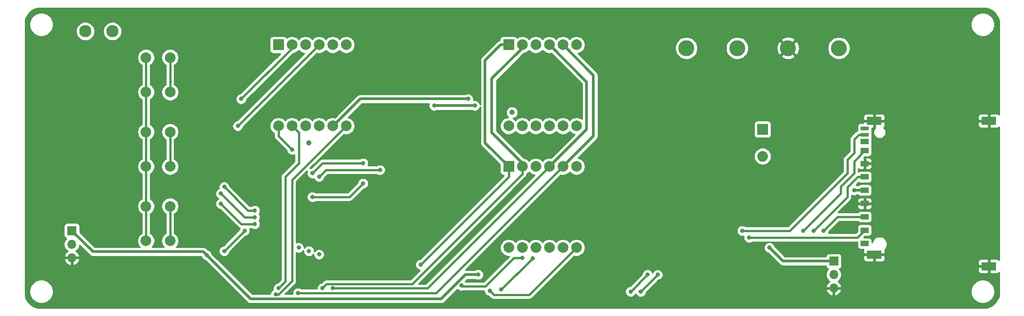
<source format=gbr>
%TF.GenerationSoftware,KiCad,Pcbnew,(5.1.9)-1*%
%TF.CreationDate,2021-09-06T15:07:46-04:00*%
%TF.ProjectId,PCB Heater,50434220-4865-4617-9465-722e6b696361,rev?*%
%TF.SameCoordinates,Original*%
%TF.FileFunction,Copper,L2,Bot*%
%TF.FilePolarity,Positive*%
%FSLAX46Y46*%
G04 Gerber Fmt 4.6, Leading zero omitted, Abs format (unit mm)*
G04 Created by KiCad (PCBNEW (5.1.9)-1) date 2021-09-06 15:07:46*
%MOMM*%
%LPD*%
G01*
G04 APERTURE LIST*
%TA.AperFunction,ComponentPad*%
%ADD10C,2.000000*%
%TD*%
%TA.AperFunction,ComponentPad*%
%ADD11R,2.000000X2.000000*%
%TD*%
%TA.AperFunction,ComponentPad*%
%ADD12O,1.700000X1.700000*%
%TD*%
%TA.AperFunction,ComponentPad*%
%ADD13R,1.700000X1.700000*%
%TD*%
%TA.AperFunction,ComponentPad*%
%ADD14C,3.000000*%
%TD*%
%TA.AperFunction,SMDPad,CuDef*%
%ADD15R,2.800000X1.500000*%
%TD*%
%TA.AperFunction,SMDPad,CuDef*%
%ADD16R,1.500000X0.700000*%
%TD*%
%TA.AperFunction,SMDPad,CuDef*%
%ADD17R,1.500000X1.000000*%
%TD*%
%TA.AperFunction,ComponentPad*%
%ADD18C,2.300000*%
%TD*%
%TA.AperFunction,ComponentPad*%
%ADD19O,2.000000X2.000000*%
%TD*%
%TA.AperFunction,ViaPad*%
%ADD20C,1.000000*%
%TD*%
%TA.AperFunction,ViaPad*%
%ADD21C,0.800000*%
%TD*%
%TA.AperFunction,Conductor*%
%ADD22C,0.508000*%
%TD*%
%TA.AperFunction,Conductor*%
%ADD23C,0.381000*%
%TD*%
%TA.AperFunction,Conductor*%
%ADD24C,0.254000*%
%TD*%
%TA.AperFunction,Conductor*%
%ADD25C,0.100000*%
%TD*%
G04 APERTURE END LIST*
D10*
%TO.P,DS3,12*%
%TO.N,/COM3*%
X97790000Y-68580000D03*
%TO.P,DS3,11*%
%TO.N,/A2*%
X100330000Y-68580000D03*
%TO.P,DS3,10*%
%TO.N,/F2*%
X102870000Y-68580000D03*
%TO.P,DS3,9*%
%TO.N,/COM2*%
X105410000Y-68580000D03*
%TO.P,DS3,8*%
%TO.N,/COM1*%
X107950000Y-68580000D03*
%TO.P,DS3,7*%
%TO.N,/B2*%
X110490000Y-68580000D03*
%TO.P,DS3,6*%
%TO.N,N/C*%
X110490000Y-53340000D03*
%TO.P,DS3,5*%
%TO.N,/G2*%
X107950000Y-53340000D03*
%TO.P,DS3,4*%
%TO.N,/C2*%
X105410000Y-53340000D03*
%TO.P,DS3,3*%
%TO.N,N/C*%
X102870000Y-53340000D03*
%TO.P,DS3,2*%
%TO.N,/D2*%
X100330000Y-53340000D03*
D11*
%TO.P,DS3,1*%
%TO.N,/E2*%
X97790000Y-53340000D03*
%TD*%
D10*
%TO.P,SW3,1*%
%TO.N,Net-(R30-Pad1)*%
X77470000Y-83670000D03*
%TO.P,SW3,2*%
%TO.N,Net-(D3-Pad1)*%
X72970000Y-83670000D03*
%TO.P,SW3,1*%
%TO.N,Net-(R30-Pad1)*%
X77470000Y-90170000D03*
%TO.P,SW3,2*%
%TO.N,Net-(D3-Pad1)*%
X72970000Y-90170000D03*
%TD*%
%TO.P,SW2,1*%
%TO.N,Net-(R29-Pad1)*%
X77470000Y-69700000D03*
%TO.P,SW2,2*%
%TO.N,Net-(D3-Pad1)*%
X72970000Y-69700000D03*
%TO.P,SW2,1*%
%TO.N,Net-(R29-Pad1)*%
X77470000Y-76200000D03*
%TO.P,SW2,2*%
%TO.N,Net-(D3-Pad1)*%
X72970000Y-76200000D03*
%TD*%
%TO.P,SW1,1*%
%TO.N,Net-(R28-Pad1)*%
X77470000Y-55730000D03*
%TO.P,SW1,2*%
%TO.N,Net-(D3-Pad1)*%
X72970000Y-55730000D03*
%TO.P,SW1,1*%
%TO.N,Net-(R28-Pad1)*%
X77470000Y-62230000D03*
%TO.P,SW1,2*%
%TO.N,Net-(D3-Pad1)*%
X72970000Y-62230000D03*
%TD*%
D12*
%TO.P,RV1,3*%
%TO.N,GND*%
X59055000Y-93345000D03*
%TO.P,RV1,2*%
%TO.N,/TempCtrl*%
X59055000Y-90805000D03*
D13*
%TO.P,RV1,1*%
%TO.N,+3V3*%
X59055000Y-88265000D03*
%TD*%
D12*
%TO.P,J7,3*%
%TO.N,GND*%
X201930000Y-99060000D03*
%TO.P,J7,2*%
%TO.N,Net-(J7-Pad2)*%
X201930000Y-96520000D03*
D13*
%TO.P,J7,1*%
%TO.N,+3V3*%
X201930000Y-93980000D03*
%TD*%
D14*
%TO.P,J5,4*%
%TO.N,VCC*%
X202890000Y-53975000D03*
%TO.P,J5,3*%
%TO.N,GND*%
X193360000Y-53975000D03*
%TO.P,J5,2*%
%TO.N,VCC*%
X183830000Y-53975000D03*
%TO.P,J5,1*%
%TO.N,/H-*%
X174300000Y-53975000D03*
%TD*%
D15*
%TO.P,J4,12*%
%TO.N,GND*%
X209535000Y-67630000D03*
X231035000Y-67630000D03*
X231035000Y-94930000D03*
X209535000Y-92730000D03*
D16*
%TO.P,J4,11*%
%TO.N,N/C*%
X207735000Y-69025000D03*
%TO.P,J4,10*%
%TO.N,/SDDet*%
X207735000Y-70225000D03*
D17*
%TO.P,J4,9*%
%TO.N,N/C*%
X207735000Y-90655000D03*
%TO.P,J4,8*%
X207735000Y-71525000D03*
%TO.P,J4,7*%
%TO.N,/MISO*%
X207735000Y-73225000D03*
%TO.P,J4,6*%
%TO.N,GND*%
X207735000Y-75655000D03*
%TO.P,J4,5*%
%TO.N,/SCK*%
X207735000Y-78155000D03*
%TO.P,J4,4*%
%TO.N,+3V3*%
X207735000Y-80655000D03*
%TO.P,J4,3*%
%TO.N,GND*%
X207735000Y-83155000D03*
%TO.P,J4,2*%
%TO.N,/MOSI*%
X207735000Y-85655000D03*
%TO.P,J4,1*%
%TO.N,/SS*%
X207735000Y-88155000D03*
%TD*%
D18*
%TO.P,J3,2*%
%TO.N,Net-(J3-Pad2)*%
X61595000Y-50800000D03*
%TO.P,J3,1*%
%TO.N,Net-(J3-Pad1)*%
X66675000Y-50800000D03*
%TD*%
D10*
%TO.P,DS2,12*%
%TO.N,/COM4*%
X140970000Y-91440000D03*
%TO.P,DS2,11*%
%TO.N,/A*%
X143510000Y-91440000D03*
%TO.P,DS2,10*%
%TO.N,/F*%
X146050000Y-91440000D03*
%TO.P,DS2,9*%
%TO.N,/COM5*%
X148590000Y-91440000D03*
%TO.P,DS2,8*%
%TO.N,/COM6*%
X151130000Y-91440000D03*
%TO.P,DS2,7*%
%TO.N,/B*%
X153670000Y-91440000D03*
%TO.P,DS2,6*%
%TO.N,N/C*%
X153670000Y-76200000D03*
%TO.P,DS2,5*%
%TO.N,/G*%
X151130000Y-76200000D03*
%TO.P,DS2,4*%
%TO.N,/C*%
X148590000Y-76200000D03*
%TO.P,DS2,3*%
%TO.N,N/C*%
X146050000Y-76200000D03*
%TO.P,DS2,2*%
%TO.N,/D*%
X143510000Y-76200000D03*
D11*
%TO.P,DS2,1*%
%TO.N,/E*%
X140970000Y-76200000D03*
%TD*%
D10*
%TO.P,DS1,12*%
%TO.N,/COM3*%
X140970000Y-68580000D03*
%TO.P,DS1,11*%
%TO.N,/A*%
X143510000Y-68580000D03*
%TO.P,DS1,10*%
%TO.N,/F*%
X146050000Y-68580000D03*
%TO.P,DS1,9*%
%TO.N,/COM2*%
X148590000Y-68580000D03*
%TO.P,DS1,8*%
%TO.N,/COM1*%
X151130000Y-68580000D03*
%TO.P,DS1,7*%
%TO.N,/B*%
X153670000Y-68580000D03*
%TO.P,DS1,6*%
%TO.N,N/C*%
X153670000Y-53340000D03*
%TO.P,DS1,5*%
%TO.N,/G*%
X151130000Y-53340000D03*
%TO.P,DS1,4*%
%TO.N,/C*%
X148590000Y-53340000D03*
%TO.P,DS1,3*%
%TO.N,N/C*%
X146050000Y-53340000D03*
%TO.P,DS1,2*%
%TO.N,/D*%
X143510000Y-53340000D03*
D11*
%TO.P,DS1,1*%
%TO.N,/E*%
X140970000Y-53340000D03*
%TD*%
D19*
%TO.P,D4,2*%
%TO.N,Net-(C4-Pad1)*%
X188595000Y-74295000D03*
D11*
%TO.P,D4,1*%
%TO.N,VCC*%
X188595000Y-69215000D03*
%TD*%
D20*
%TO.N,*%
X141605000Y-66040000D03*
X103505000Y-71755000D03*
%TO.N,GND*%
X179705000Y-84455000D03*
X184150000Y-81280000D03*
X175260000Y-80645000D03*
X149860000Y-82550000D03*
X160655000Y-81280000D03*
X164465000Y-90805000D03*
X153035000Y-99695000D03*
X132715000Y-75565000D03*
X146050000Y-59055000D03*
X98425000Y-75565000D03*
X106680000Y-74295000D03*
X93345000Y-69850000D03*
X95885000Y-60960000D03*
X106045000Y-58420000D03*
X92075000Y-80010000D03*
X106680000Y-85090000D03*
X119380000Y-81915000D03*
X127000000Y-95885000D03*
X120650000Y-92710000D03*
X83820000Y-97155000D03*
X69215000Y-99060000D03*
X61214000Y-56515000D03*
X204470000Y-83820000D03*
X205105000Y-92075000D03*
X196215000Y-81280000D03*
X136271000Y-94234000D03*
X68199000Y-75692000D03*
X71501000Y-65532000D03*
X75692000Y-65659000D03*
X184150000Y-96520000D03*
X196215000Y-76835000D03*
X182880000Y-76835000D03*
X200660000Y-67310000D03*
X200660000Y-76200000D03*
X192405000Y-71755000D03*
D21*
%TO.N,+3V3*%
X189865000Y-91440000D03*
X205740004Y-80645000D03*
X135245489Y-96510489D03*
X84328000Y-92836994D03*
%TO.N,/TempCtrl*%
X165735000Y-99695000D03*
X168910000Y-96520000D03*
%TO.N,/COM1*%
X133350000Y-63500000D03*
%TO.N,/COM2*%
X127000000Y-64770000D03*
X134620000Y-64770000D03*
X91440000Y-88265000D03*
X87630000Y-92075000D03*
%TO.N,/A*%
X143510008Y-93345000D03*
X132080000Y-98552004D03*
%TO.N,/F*%
X145487106Y-93417106D03*
X139573000Y-99314000D03*
%TO.N,/COM3*%
X100330000Y-73025000D03*
%TO.N,/B*%
X137414000Y-99568000D03*
%TO.N,/G*%
X101473000Y-99949000D03*
%TO.N,/C*%
X107949992Y-99060000D03*
%TO.N,/D*%
X106044997Y-99060003D03*
%TO.N,/E*%
X124459999Y-94614999D03*
%TO.N,/COM4*%
X105410000Y-78105000D03*
X116840000Y-76835000D03*
%TO.N,/COM5*%
X113665000Y-75565000D03*
X104140000Y-77470000D03*
%TO.N,/COM6*%
X113665000Y-79375000D03*
X104140000Y-81915000D03*
%TO.N,/A2*%
X97790000Y-99060004D03*
%TO.N,/B2*%
X97282000Y-100203000D03*
%TO.N,/C2*%
X90170000Y-68580000D03*
%TO.N,/D2*%
X90805000Y-63500006D03*
%TO.N,/SDDet*%
X184785012Y-88265000D03*
%TO.N,/MISO*%
X196215000Y-88265000D03*
%TO.N,/SCK*%
X198120000Y-88265000D03*
%TO.N,/MOSI*%
X200025000Y-88265000D03*
%TO.N,/SS*%
X186055000Y-89535026D03*
%TO.N,/K1*%
X105410000Y-92710000D03*
X87630000Y-80010000D03*
X93345000Y-84455000D03*
%TO.N,/K2*%
X103505000Y-92075000D03*
X86995000Y-81279990D03*
X93345006Y-85725000D03*
%TO.N,/K3*%
X101600000Y-91440000D03*
X86995000Y-83185000D03*
X93345000Y-86995000D03*
%TO.N,/TOUT*%
X163830000Y-99695000D03*
X167005000Y-96520010D03*
%TD*%
D22*
%TO.N,+3V3*%
X201930000Y-93980000D02*
X192405000Y-93980000D01*
X192405000Y-93980000D02*
X189865000Y-91440000D01*
X189865000Y-91440000D02*
X189865000Y-91440000D01*
X207645000Y-80645000D02*
X205740004Y-80645000D01*
X135245489Y-96510489D02*
X132857593Y-96510489D01*
X132857593Y-96510489D02*
X128311081Y-101057001D01*
X128311081Y-101057001D02*
X92548007Y-101057001D01*
X92548007Y-101057001D02*
X84328000Y-92836994D01*
X62992000Y-92202000D02*
X59055000Y-88265000D01*
X83693006Y-92202000D02*
X62992000Y-92202000D01*
X84328000Y-92836994D02*
X83693006Y-92202000D01*
D23*
%TO.N,/TempCtrl*%
X165735000Y-99695000D02*
X168910000Y-96520000D01*
X168910000Y-96520000D02*
X168910000Y-96520000D01*
D22*
%TO.N,/COM1*%
X108047019Y-68580000D02*
X107950000Y-68580000D01*
X113127019Y-63500000D02*
X108047019Y-68580000D01*
X133350000Y-63500000D02*
X113127019Y-63500000D01*
%TO.N,/COM2*%
X127000000Y-64770000D02*
X134620000Y-64770000D01*
X134620000Y-64770000D02*
X134620000Y-64770000D01*
D23*
X91440000Y-88265000D02*
X87630000Y-92075000D01*
X87630000Y-92075000D02*
X87630000Y-92075000D01*
%TO.N,Net-(D3-Pad1)*%
X72970000Y-90170000D02*
X72970000Y-55730000D01*
%TO.N,/A*%
X132206996Y-98679000D02*
X132080000Y-98552004D01*
X141959056Y-93345000D02*
X136625056Y-98679000D01*
X136625056Y-98679000D02*
X132206996Y-98679000D01*
X143510008Y-93345000D02*
X141959056Y-93345000D01*
%TO.N,/F*%
X145487106Y-93417106D02*
X139590212Y-99314000D01*
X139590212Y-99314000D02*
X139573000Y-99314000D01*
%TO.N,/COM3*%
X97790000Y-70485000D02*
X100330000Y-73025000D01*
X97790000Y-68580000D02*
X97790000Y-70485000D01*
%TO.N,/B*%
X144780000Y-100330000D02*
X138176000Y-100330000D01*
X153670000Y-91440000D02*
X144780000Y-100330000D01*
X138176000Y-100330000D02*
X137414000Y-99568000D01*
D22*
%TO.N,/G*%
X156845000Y-59055000D02*
X156845000Y-70485000D01*
X156845000Y-70485000D02*
X151130000Y-76200000D01*
X151130000Y-53340000D02*
X156845000Y-59055000D01*
D23*
X127381000Y-99949000D02*
X101473000Y-99949000D01*
X151130000Y-76200000D02*
X127381000Y-99949000D01*
D22*
%TO.N,/C*%
X155575000Y-69215000D02*
X148590000Y-76200000D01*
X155575000Y-60325000D02*
X155575000Y-69215000D01*
X148590000Y-53340000D02*
X155575000Y-60325000D01*
D23*
X125730000Y-99060000D02*
X107949992Y-99060000D01*
X148590000Y-76200000D02*
X125730000Y-99060000D01*
D22*
%TO.N,/D*%
X143510000Y-53975000D02*
X143510000Y-53340000D01*
X137795000Y-59690000D02*
X143510000Y-53975000D01*
X137795000Y-69850000D02*
X137795000Y-59690000D01*
X143510000Y-75565000D02*
X137795000Y-69850000D01*
X143510000Y-76200000D02*
X143510000Y-75565000D01*
D23*
X106835501Y-98269499D02*
X106044997Y-99060003D01*
X122854714Y-98269499D02*
X106835501Y-98269499D01*
X143510000Y-77614213D02*
X122854714Y-98269499D01*
X143510000Y-76200000D02*
X143510000Y-77614213D01*
D22*
%TO.N,/E*%
X136525000Y-71755000D02*
X140970000Y-76200000D01*
X136525000Y-56277000D02*
X136525000Y-71755000D01*
X139462000Y-53340000D02*
X136525000Y-56277000D01*
X140970000Y-53340000D02*
X139462000Y-53340000D01*
D23*
X140970000Y-78104998D02*
X124459999Y-94614999D01*
X140970000Y-76200000D02*
X140970000Y-78104998D01*
%TO.N,/COM4*%
X106680000Y-76835000D02*
X116840000Y-76835000D01*
X105410000Y-78105000D02*
X106680000Y-76835000D01*
%TO.N,/COM5*%
X113665000Y-75565000D02*
X106045000Y-75565000D01*
X106045000Y-75565000D02*
X104457500Y-77152500D01*
X104457500Y-77152500D02*
X104140000Y-77470000D01*
X104140000Y-77470000D02*
X104140000Y-77470000D01*
%TO.N,/COM6*%
X113665000Y-79375000D02*
X113665000Y-79375000D01*
X111125000Y-81915000D02*
X104140000Y-81915000D01*
X113665000Y-79375000D02*
X111125000Y-81915000D01*
%TO.N,/A2*%
X99060000Y-97790004D02*
X97790000Y-99060004D01*
X99060000Y-78105000D02*
X99060000Y-97790004D01*
X101600000Y-75565000D02*
X99060000Y-78105000D01*
X101600000Y-69850000D02*
X101600000Y-75565000D01*
X100330000Y-68580000D02*
X101600000Y-69850000D01*
%TO.N,/B2*%
X100330000Y-78740000D02*
X100330000Y-97720685D01*
X110490000Y-68580000D02*
X100330000Y-78740000D01*
X100330000Y-97720685D02*
X97847685Y-100203000D01*
X97847685Y-100203000D02*
X97282000Y-100203000D01*
%TO.N,/C2*%
X105410000Y-53340000D02*
X104410001Y-54339999D01*
X104410001Y-54339999D02*
X90170000Y-68580000D01*
%TO.N,/D2*%
X90805000Y-63500000D02*
X90805000Y-63500006D01*
X100330000Y-53975000D02*
X90805000Y-63500000D01*
X100330000Y-53340000D02*
X100330000Y-53975000D01*
%TO.N,/SDDet*%
X193675000Y-88265000D02*
X184785012Y-88265000D01*
X204470000Y-74930000D02*
X204470000Y-77470000D01*
X205740000Y-73660000D02*
X204470000Y-74930000D01*
X204470000Y-77470000D02*
X193675000Y-88265000D01*
X205740000Y-71089000D02*
X205740000Y-73660000D01*
X206604000Y-70225000D02*
X205740000Y-71089000D01*
X207735000Y-70225000D02*
X206604000Y-70225000D01*
%TO.N,/MISO*%
X196215000Y-88265000D02*
X196215000Y-88265000D01*
X203200000Y-81280000D02*
X196215000Y-88265000D01*
X203200000Y-80010000D02*
X203200000Y-81280000D01*
X205740000Y-77470000D02*
X203200000Y-80010000D01*
X205740000Y-75220000D02*
X205740000Y-77470000D01*
X207735000Y-73225000D02*
X205740000Y-75220000D01*
%TO.N,/SCK*%
X198120000Y-88265000D02*
X198120000Y-88265000D01*
X204470000Y-81915000D02*
X198120000Y-88265000D01*
X204470000Y-80110048D02*
X204470000Y-81915000D01*
X206425048Y-78155000D02*
X204470000Y-80110048D01*
X207735000Y-78155000D02*
X206425048Y-78155000D01*
%TO.N,/MOSI*%
X200025000Y-88265000D02*
X200025000Y-88265000D01*
X202635000Y-85655000D02*
X200025000Y-88265000D01*
X207735000Y-85655000D02*
X202635000Y-85655000D01*
%TO.N,/SS*%
X206355000Y-89535000D02*
X207735000Y-88155000D01*
X186055026Y-89535000D02*
X206355000Y-89535000D01*
X186055000Y-89535026D02*
X186055026Y-89535000D01*
%TO.N,/K1*%
X87630000Y-80010000D02*
X87630000Y-80010000D01*
X92075000Y-84455000D02*
X93345000Y-84455000D01*
X87630000Y-80010000D02*
X92075000Y-84455000D01*
%TO.N,/K2*%
X86995000Y-81279990D02*
X91440010Y-85725000D01*
X91440010Y-85725000D02*
X93345006Y-85725000D01*
%TO.N,/K3*%
X86995000Y-83185000D02*
X90805000Y-86995000D01*
X90805000Y-86995000D02*
X93345000Y-86995000D01*
%TO.N,Net-(R28-Pad1)*%
X77470000Y-62230000D02*
X77470000Y-55730000D01*
%TO.N,Net-(R29-Pad1)*%
X77470000Y-76200000D02*
X77470000Y-69700000D01*
%TO.N,Net-(R30-Pad1)*%
X77470000Y-90170000D02*
X77470000Y-83670000D01*
%TO.N,/TOUT*%
X163830000Y-99695000D02*
X167004990Y-96520010D01*
X167004990Y-96520010D02*
X167005000Y-96520010D01*
%TD*%
D24*
%TO.N,GND*%
X231069164Y-46620606D02*
X231611436Y-46908937D01*
X232087364Y-47297094D01*
X232478845Y-47770314D01*
X232770951Y-48310552D01*
X232918000Y-48785589D01*
X232918000Y-66467582D01*
X232886185Y-66428815D01*
X232789494Y-66349463D01*
X232679180Y-66290498D01*
X232559482Y-66254188D01*
X232435000Y-66241928D01*
X231320750Y-66245000D01*
X231162000Y-66403750D01*
X231162000Y-67503000D01*
X231182000Y-67503000D01*
X231182000Y-67757000D01*
X231162000Y-67757000D01*
X231162000Y-68856250D01*
X231320750Y-69015000D01*
X232435000Y-69018072D01*
X232559482Y-69005812D01*
X232679180Y-68969502D01*
X232789494Y-68910537D01*
X232886185Y-68831185D01*
X232918000Y-68792418D01*
X232918000Y-93767582D01*
X232886185Y-93728815D01*
X232789494Y-93649463D01*
X232679180Y-93590498D01*
X232559482Y-93554188D01*
X232435000Y-93541928D01*
X231320750Y-93545000D01*
X231162000Y-93703750D01*
X231162000Y-94803000D01*
X231182000Y-94803000D01*
X231182000Y-95057000D01*
X231162000Y-95057000D01*
X231162000Y-96156250D01*
X231320750Y-96315000D01*
X232435000Y-96318072D01*
X232559482Y-96305812D01*
X232679180Y-96269502D01*
X232789494Y-96210537D01*
X232886185Y-96131185D01*
X232918000Y-96092418D01*
X232918000Y-100435078D01*
X232779394Y-100894164D01*
X232491063Y-101436436D01*
X232102906Y-101912364D01*
X231629686Y-102303845D01*
X231089449Y-102595950D01*
X230614410Y-102743000D01*
X52599922Y-102743000D01*
X52140836Y-102604394D01*
X51598564Y-102316063D01*
X51122636Y-101927906D01*
X50731155Y-101454686D01*
X50439050Y-100914449D01*
X50292000Y-100439410D01*
X50292000Y-99474872D01*
X51105000Y-99474872D01*
X51105000Y-99915128D01*
X51190890Y-100346925D01*
X51359369Y-100753669D01*
X51603962Y-101119729D01*
X51915271Y-101431038D01*
X52281331Y-101675631D01*
X52688075Y-101844110D01*
X53119872Y-101930000D01*
X53560128Y-101930000D01*
X53991925Y-101844110D01*
X54398669Y-101675631D01*
X54764729Y-101431038D01*
X55076038Y-101119729D01*
X55320631Y-100753669D01*
X55489110Y-100346925D01*
X55575000Y-99915128D01*
X55575000Y-99474872D01*
X55489110Y-99043075D01*
X55320631Y-98636331D01*
X55076038Y-98270271D01*
X54764729Y-97958962D01*
X54398669Y-97714369D01*
X53991925Y-97545890D01*
X53560128Y-97460000D01*
X53119872Y-97460000D01*
X52688075Y-97545890D01*
X52281331Y-97714369D01*
X51915271Y-97958962D01*
X51603962Y-98270271D01*
X51359369Y-98636331D01*
X51190890Y-99043075D01*
X51105000Y-99474872D01*
X50292000Y-99474872D01*
X50292000Y-93701890D01*
X57613524Y-93701890D01*
X57658175Y-93849099D01*
X57783359Y-94111920D01*
X57957412Y-94345269D01*
X58173645Y-94540178D01*
X58423748Y-94689157D01*
X58698109Y-94786481D01*
X58928000Y-94665814D01*
X58928000Y-93472000D01*
X59182000Y-93472000D01*
X59182000Y-94665814D01*
X59411891Y-94786481D01*
X59686252Y-94689157D01*
X59936355Y-94540178D01*
X60152588Y-94345269D01*
X60326641Y-94111920D01*
X60451825Y-93849099D01*
X60496476Y-93701890D01*
X60375155Y-93472000D01*
X59182000Y-93472000D01*
X58928000Y-93472000D01*
X57734845Y-93472000D01*
X57613524Y-93701890D01*
X50292000Y-93701890D01*
X50292000Y-87415000D01*
X57566928Y-87415000D01*
X57566928Y-89115000D01*
X57579188Y-89239482D01*
X57615498Y-89359180D01*
X57674463Y-89469494D01*
X57753815Y-89566185D01*
X57850506Y-89645537D01*
X57960820Y-89704502D01*
X58033380Y-89726513D01*
X57901525Y-89858368D01*
X57739010Y-90101589D01*
X57627068Y-90371842D01*
X57570000Y-90658740D01*
X57570000Y-90951260D01*
X57627068Y-91238158D01*
X57739010Y-91508411D01*
X57901525Y-91751632D01*
X58108368Y-91958475D01*
X58290534Y-92080195D01*
X58173645Y-92149822D01*
X57957412Y-92344731D01*
X57783359Y-92578080D01*
X57658175Y-92840901D01*
X57613524Y-92988110D01*
X57734845Y-93218000D01*
X58928000Y-93218000D01*
X58928000Y-93198000D01*
X59182000Y-93198000D01*
X59182000Y-93218000D01*
X60375155Y-93218000D01*
X60496476Y-92988110D01*
X60451825Y-92840901D01*
X60326641Y-92578080D01*
X60152588Y-92344731D01*
X59936355Y-92149822D01*
X59819466Y-92080195D01*
X60001632Y-91958475D01*
X60208475Y-91751632D01*
X60370990Y-91508411D01*
X60482932Y-91238158D01*
X60530713Y-90997949D01*
X62332504Y-92799740D01*
X62360341Y-92833659D01*
X62495709Y-92944753D01*
X62650149Y-93027303D01*
X62744758Y-93056002D01*
X62817725Y-93078136D01*
X62834325Y-93079771D01*
X62948333Y-93091000D01*
X62948340Y-93091000D01*
X62992000Y-93095300D01*
X63035660Y-93091000D01*
X83323248Y-93091000D01*
X83332774Y-93138892D01*
X83410795Y-93327250D01*
X83524063Y-93496768D01*
X83668226Y-93640931D01*
X83837744Y-93754199D01*
X84026102Y-93832220D01*
X84075895Y-93842124D01*
X91888508Y-101654737D01*
X91916348Y-101688660D01*
X92051716Y-101799754D01*
X92206156Y-101882304D01*
X92272065Y-101902297D01*
X92373731Y-101933137D01*
X92406931Y-101936407D01*
X92504340Y-101946001D01*
X92504346Y-101946001D01*
X92548006Y-101950301D01*
X92591666Y-101946001D01*
X128267421Y-101946001D01*
X128311081Y-101950301D01*
X128354741Y-101946001D01*
X128354748Y-101946001D01*
X128485355Y-101933137D01*
X128652932Y-101882304D01*
X128807372Y-101799754D01*
X128942740Y-101688660D01*
X128970580Y-101654737D01*
X131344801Y-99280516D01*
X131420226Y-99355941D01*
X131589744Y-99469209D01*
X131778102Y-99547230D01*
X131978061Y-99587004D01*
X132181939Y-99587004D01*
X132381898Y-99547230D01*
X132485057Y-99504500D01*
X136379000Y-99504500D01*
X136379000Y-99669939D01*
X136418774Y-99869898D01*
X136496795Y-100058256D01*
X136610063Y-100227774D01*
X136754226Y-100371937D01*
X136923744Y-100485205D01*
X137112102Y-100563226D01*
X137273995Y-100595428D01*
X137563611Y-100885044D01*
X137589459Y-100916541D01*
X137620955Y-100942389D01*
X137620958Y-100942392D01*
X137715157Y-101019699D01*
X137849331Y-101091417D01*
X137858566Y-101096353D01*
X138014174Y-101143556D01*
X138135447Y-101155500D01*
X138135449Y-101155500D01*
X138176000Y-101159494D01*
X138216550Y-101155500D01*
X144739450Y-101155500D01*
X144780000Y-101159494D01*
X144820550Y-101155500D01*
X144820553Y-101155500D01*
X144941826Y-101143556D01*
X145097434Y-101096353D01*
X145240842Y-101019699D01*
X145366541Y-100916541D01*
X145392398Y-100885034D01*
X146684371Y-99593061D01*
X162795000Y-99593061D01*
X162795000Y-99796939D01*
X162834774Y-99996898D01*
X162912795Y-100185256D01*
X163026063Y-100354774D01*
X163170226Y-100498937D01*
X163339744Y-100612205D01*
X163528102Y-100690226D01*
X163728061Y-100730000D01*
X163931939Y-100730000D01*
X164131898Y-100690226D01*
X164320256Y-100612205D01*
X164489774Y-100498937D01*
X164633937Y-100354774D01*
X164747205Y-100185256D01*
X164782500Y-100100047D01*
X164817795Y-100185256D01*
X164931063Y-100354774D01*
X165075226Y-100498937D01*
X165244744Y-100612205D01*
X165433102Y-100690226D01*
X165633061Y-100730000D01*
X165836939Y-100730000D01*
X166036898Y-100690226D01*
X166225256Y-100612205D01*
X166394774Y-100498937D01*
X166538937Y-100354774D01*
X166652205Y-100185256D01*
X166730226Y-99996898D01*
X166762429Y-99835004D01*
X167180542Y-99416890D01*
X200488524Y-99416890D01*
X200533175Y-99564099D01*
X200658359Y-99826920D01*
X200832412Y-100060269D01*
X201048645Y-100255178D01*
X201298748Y-100404157D01*
X201573109Y-100501481D01*
X201803000Y-100380814D01*
X201803000Y-99187000D01*
X202057000Y-99187000D01*
X202057000Y-100380814D01*
X202286891Y-100501481D01*
X202561252Y-100404157D01*
X202811355Y-100255178D01*
X203027588Y-100060269D01*
X203201641Y-99826920D01*
X203326825Y-99564099D01*
X203353889Y-99474872D01*
X227635000Y-99474872D01*
X227635000Y-99915128D01*
X227720890Y-100346925D01*
X227889369Y-100753669D01*
X228133962Y-101119729D01*
X228445271Y-101431038D01*
X228811331Y-101675631D01*
X229218075Y-101844110D01*
X229649872Y-101930000D01*
X230090128Y-101930000D01*
X230521925Y-101844110D01*
X230928669Y-101675631D01*
X231294729Y-101431038D01*
X231606038Y-101119729D01*
X231850631Y-100753669D01*
X232019110Y-100346925D01*
X232105000Y-99915128D01*
X232105000Y-99474872D01*
X232019110Y-99043075D01*
X231850631Y-98636331D01*
X231606038Y-98270271D01*
X231294729Y-97958962D01*
X230928669Y-97714369D01*
X230521925Y-97545890D01*
X230090128Y-97460000D01*
X229649872Y-97460000D01*
X229218075Y-97545890D01*
X228811331Y-97714369D01*
X228445271Y-97958962D01*
X228133962Y-98270271D01*
X227889369Y-98636331D01*
X227720890Y-99043075D01*
X227635000Y-99474872D01*
X203353889Y-99474872D01*
X203371476Y-99416890D01*
X203250155Y-99187000D01*
X202057000Y-99187000D01*
X201803000Y-99187000D01*
X200609845Y-99187000D01*
X200488524Y-99416890D01*
X167180542Y-99416890D01*
X169050004Y-97547428D01*
X169211898Y-97515226D01*
X169400256Y-97437205D01*
X169569774Y-97323937D01*
X169713937Y-97179774D01*
X169827205Y-97010256D01*
X169905226Y-96821898D01*
X169945000Y-96621939D01*
X169945000Y-96418061D01*
X169905226Y-96218102D01*
X169827205Y-96029744D01*
X169713937Y-95860226D01*
X169569774Y-95716063D01*
X169400256Y-95602795D01*
X169211898Y-95524774D01*
X169011939Y-95485000D01*
X168808061Y-95485000D01*
X168608102Y-95524774D01*
X168419744Y-95602795D01*
X168250226Y-95716063D01*
X168106063Y-95860226D01*
X167992795Y-96029744D01*
X167957498Y-96114958D01*
X167922205Y-96029754D01*
X167808937Y-95860236D01*
X167664774Y-95716073D01*
X167495256Y-95602805D01*
X167306898Y-95524784D01*
X167106939Y-95485010D01*
X166903061Y-95485010D01*
X166703102Y-95524784D01*
X166514744Y-95602805D01*
X166345226Y-95716073D01*
X166201063Y-95860236D01*
X166087795Y-96029754D01*
X166009774Y-96218112D01*
X165977574Y-96379992D01*
X163689996Y-98667571D01*
X163528102Y-98699774D01*
X163339744Y-98777795D01*
X163170226Y-98891063D01*
X163026063Y-99035226D01*
X162912795Y-99204744D01*
X162834774Y-99393102D01*
X162795000Y-99593061D01*
X146684371Y-99593061D01*
X153253291Y-93024143D01*
X153508967Y-93075000D01*
X153831033Y-93075000D01*
X154146912Y-93012168D01*
X154444463Y-92888918D01*
X154712252Y-92709987D01*
X154939987Y-92482252D01*
X155118918Y-92214463D01*
X155242168Y-91916912D01*
X155305000Y-91601033D01*
X155305000Y-91338061D01*
X188830000Y-91338061D01*
X188830000Y-91541939D01*
X188869774Y-91741898D01*
X188947795Y-91930256D01*
X189061063Y-92099774D01*
X189205226Y-92243937D01*
X189374744Y-92357205D01*
X189563102Y-92435226D01*
X189612895Y-92445130D01*
X191745506Y-94577742D01*
X191773341Y-94611659D01*
X191908709Y-94722753D01*
X192063149Y-94805303D01*
X192129058Y-94825296D01*
X192230724Y-94856136D01*
X192263924Y-94859406D01*
X192361333Y-94869000D01*
X192361339Y-94869000D01*
X192404999Y-94873300D01*
X192448659Y-94869000D01*
X200445769Y-94869000D01*
X200454188Y-94954482D01*
X200490498Y-95074180D01*
X200549463Y-95184494D01*
X200628815Y-95281185D01*
X200725506Y-95360537D01*
X200835820Y-95419502D01*
X200908380Y-95441513D01*
X200776525Y-95573368D01*
X200614010Y-95816589D01*
X200502068Y-96086842D01*
X200445000Y-96373740D01*
X200445000Y-96666260D01*
X200502068Y-96953158D01*
X200614010Y-97223411D01*
X200776525Y-97466632D01*
X200983368Y-97673475D01*
X201165534Y-97795195D01*
X201048645Y-97864822D01*
X200832412Y-98059731D01*
X200658359Y-98293080D01*
X200533175Y-98555901D01*
X200488524Y-98703110D01*
X200609845Y-98933000D01*
X201803000Y-98933000D01*
X201803000Y-98913000D01*
X202057000Y-98913000D01*
X202057000Y-98933000D01*
X203250155Y-98933000D01*
X203371476Y-98703110D01*
X203326825Y-98555901D01*
X203201641Y-98293080D01*
X203027588Y-98059731D01*
X202811355Y-97864822D01*
X202694466Y-97795195D01*
X202876632Y-97673475D01*
X203083475Y-97466632D01*
X203245990Y-97223411D01*
X203357932Y-96953158D01*
X203415000Y-96666260D01*
X203415000Y-96373740D01*
X203357932Y-96086842D01*
X203245990Y-95816589D01*
X203154725Y-95680000D01*
X228996928Y-95680000D01*
X229009188Y-95804482D01*
X229045498Y-95924180D01*
X229104463Y-96034494D01*
X229183815Y-96131185D01*
X229280506Y-96210537D01*
X229390820Y-96269502D01*
X229510518Y-96305812D01*
X229635000Y-96318072D01*
X230749250Y-96315000D01*
X230908000Y-96156250D01*
X230908000Y-95057000D01*
X229158750Y-95057000D01*
X229000000Y-95215750D01*
X228996928Y-95680000D01*
X203154725Y-95680000D01*
X203083475Y-95573368D01*
X202951620Y-95441513D01*
X203024180Y-95419502D01*
X203134494Y-95360537D01*
X203231185Y-95281185D01*
X203310537Y-95184494D01*
X203369502Y-95074180D01*
X203405812Y-94954482D01*
X203418072Y-94830000D01*
X203418072Y-94180000D01*
X228996928Y-94180000D01*
X229000000Y-94644250D01*
X229158750Y-94803000D01*
X230908000Y-94803000D01*
X230908000Y-93703750D01*
X230749250Y-93545000D01*
X229635000Y-93541928D01*
X229510518Y-93554188D01*
X229390820Y-93590498D01*
X229280506Y-93649463D01*
X229183815Y-93728815D01*
X229104463Y-93825506D01*
X229045498Y-93935820D01*
X229009188Y-94055518D01*
X228996928Y-94180000D01*
X203418072Y-94180000D01*
X203418072Y-93480000D01*
X207496928Y-93480000D01*
X207509188Y-93604482D01*
X207545498Y-93724180D01*
X207604463Y-93834494D01*
X207683815Y-93931185D01*
X207780506Y-94010537D01*
X207890820Y-94069502D01*
X208010518Y-94105812D01*
X208135000Y-94118072D01*
X209249250Y-94115000D01*
X209408000Y-93956250D01*
X209408000Y-92857000D01*
X209662000Y-92857000D01*
X209662000Y-93956250D01*
X209820750Y-94115000D01*
X210935000Y-94118072D01*
X211059482Y-94105812D01*
X211179180Y-94069502D01*
X211289494Y-94010537D01*
X211386185Y-93931185D01*
X211465537Y-93834494D01*
X211524502Y-93724180D01*
X211560812Y-93604482D01*
X211573072Y-93480000D01*
X211570000Y-93015750D01*
X211411250Y-92857000D01*
X209662000Y-92857000D01*
X209408000Y-92857000D01*
X207658750Y-92857000D01*
X207500000Y-93015750D01*
X207496928Y-93480000D01*
X203418072Y-93480000D01*
X203418072Y-93130000D01*
X203405812Y-93005518D01*
X203369502Y-92885820D01*
X203310537Y-92775506D01*
X203231185Y-92678815D01*
X203134494Y-92599463D01*
X203024180Y-92540498D01*
X202904482Y-92504188D01*
X202780000Y-92491928D01*
X201080000Y-92491928D01*
X200955518Y-92504188D01*
X200835820Y-92540498D01*
X200725506Y-92599463D01*
X200628815Y-92678815D01*
X200549463Y-92775506D01*
X200490498Y-92885820D01*
X200454188Y-93005518D01*
X200445769Y-93091000D01*
X192773236Y-93091000D01*
X190870130Y-91187895D01*
X190860226Y-91138102D01*
X190782205Y-90949744D01*
X190668937Y-90780226D01*
X190524774Y-90636063D01*
X190355256Y-90522795D01*
X190166898Y-90444774D01*
X189966939Y-90405000D01*
X189763061Y-90405000D01*
X189563102Y-90444774D01*
X189374744Y-90522795D01*
X189205226Y-90636063D01*
X189061063Y-90780226D01*
X188947795Y-90949744D01*
X188869774Y-91138102D01*
X188830000Y-91338061D01*
X155305000Y-91338061D01*
X155305000Y-91278967D01*
X155242168Y-90963088D01*
X155118918Y-90665537D01*
X154939987Y-90397748D01*
X154712252Y-90170013D01*
X154444463Y-89991082D01*
X154146912Y-89867832D01*
X153831033Y-89805000D01*
X153508967Y-89805000D01*
X153193088Y-89867832D01*
X152895537Y-89991082D01*
X152627748Y-90170013D01*
X152400013Y-90397748D01*
X152400000Y-90397767D01*
X152399987Y-90397748D01*
X152172252Y-90170013D01*
X151904463Y-89991082D01*
X151606912Y-89867832D01*
X151291033Y-89805000D01*
X150968967Y-89805000D01*
X150653088Y-89867832D01*
X150355537Y-89991082D01*
X150087748Y-90170013D01*
X149860013Y-90397748D01*
X149860000Y-90397767D01*
X149859987Y-90397748D01*
X149632252Y-90170013D01*
X149364463Y-89991082D01*
X149066912Y-89867832D01*
X148751033Y-89805000D01*
X148428967Y-89805000D01*
X148113088Y-89867832D01*
X147815537Y-89991082D01*
X147547748Y-90170013D01*
X147320013Y-90397748D01*
X147320000Y-90397767D01*
X147319987Y-90397748D01*
X147092252Y-90170013D01*
X146824463Y-89991082D01*
X146526912Y-89867832D01*
X146211033Y-89805000D01*
X145888967Y-89805000D01*
X145573088Y-89867832D01*
X145275537Y-89991082D01*
X145007748Y-90170013D01*
X144780013Y-90397748D01*
X144780000Y-90397767D01*
X144779987Y-90397748D01*
X144552252Y-90170013D01*
X144284463Y-89991082D01*
X143986912Y-89867832D01*
X143671033Y-89805000D01*
X143348967Y-89805000D01*
X143033088Y-89867832D01*
X142735537Y-89991082D01*
X142467748Y-90170013D01*
X142240013Y-90397748D01*
X142240000Y-90397767D01*
X142239987Y-90397748D01*
X142012252Y-90170013D01*
X141744463Y-89991082D01*
X141446912Y-89867832D01*
X141131033Y-89805000D01*
X140808967Y-89805000D01*
X140493088Y-89867832D01*
X140195537Y-89991082D01*
X139927748Y-90170013D01*
X139700013Y-90397748D01*
X139521082Y-90665537D01*
X139397832Y-90963088D01*
X139335000Y-91278967D01*
X139335000Y-91601033D01*
X139397832Y-91916912D01*
X139521082Y-92214463D01*
X139700013Y-92482252D01*
X139927748Y-92709987D01*
X140195537Y-92888918D01*
X140493088Y-93012168D01*
X140808967Y-93075000D01*
X141061623Y-93075000D01*
X136283124Y-97853500D01*
X132845207Y-97853500D01*
X132808512Y-97816805D01*
X133225829Y-97399489D01*
X134713021Y-97399489D01*
X134755233Y-97427694D01*
X134943591Y-97505715D01*
X135143550Y-97545489D01*
X135347428Y-97545489D01*
X135547387Y-97505715D01*
X135735745Y-97427694D01*
X135905263Y-97314426D01*
X136049426Y-97170263D01*
X136162694Y-97000745D01*
X136240715Y-96812387D01*
X136280489Y-96612428D01*
X136280489Y-96408550D01*
X136240715Y-96208591D01*
X136162694Y-96020233D01*
X136049426Y-95850715D01*
X135905263Y-95706552D01*
X135735745Y-95593284D01*
X135547387Y-95515263D01*
X135347428Y-95475489D01*
X135143550Y-95475489D01*
X134943591Y-95515263D01*
X134755233Y-95593284D01*
X134713021Y-95621489D01*
X132901253Y-95621489D01*
X132878213Y-95619220D01*
X140334372Y-88163061D01*
X183750012Y-88163061D01*
X183750012Y-88366939D01*
X183789786Y-88566898D01*
X183867807Y-88755256D01*
X183981075Y-88924774D01*
X184125238Y-89068937D01*
X184294756Y-89182205D01*
X184483114Y-89260226D01*
X184683073Y-89300000D01*
X184886951Y-89300000D01*
X185053044Y-89266962D01*
X185020000Y-89433087D01*
X185020000Y-89636965D01*
X185059774Y-89836924D01*
X185137795Y-90025282D01*
X185251063Y-90194800D01*
X185395226Y-90338963D01*
X185564744Y-90452231D01*
X185753102Y-90530252D01*
X185953061Y-90570026D01*
X186156939Y-90570026D01*
X186356898Y-90530252D01*
X186545256Y-90452231D01*
X186682542Y-90360500D01*
X206314450Y-90360500D01*
X206346928Y-90363699D01*
X206346928Y-91155000D01*
X206359188Y-91279482D01*
X206395498Y-91399180D01*
X206454463Y-91509494D01*
X206533815Y-91606185D01*
X206630506Y-91685537D01*
X206740820Y-91744502D01*
X206860518Y-91780812D01*
X206985000Y-91793072D01*
X207528131Y-91793072D01*
X207509188Y-91855518D01*
X207496928Y-91980000D01*
X207500000Y-92444250D01*
X207658750Y-92603000D01*
X209408000Y-92603000D01*
X209408000Y-92583000D01*
X209662000Y-92583000D01*
X209662000Y-92603000D01*
X211411250Y-92603000D01*
X211570000Y-92444250D01*
X211573072Y-91980000D01*
X211560812Y-91855518D01*
X211544070Y-91800326D01*
X211649637Y-91694759D01*
X211806680Y-91459727D01*
X211914853Y-91198574D01*
X211970000Y-90921335D01*
X211970000Y-90638665D01*
X211914853Y-90361426D01*
X211806680Y-90100273D01*
X211649637Y-89865241D01*
X211449759Y-89665363D01*
X211214727Y-89508320D01*
X210953574Y-89400147D01*
X210676335Y-89345000D01*
X210393665Y-89345000D01*
X210116426Y-89400147D01*
X209855273Y-89508320D01*
X209620241Y-89665363D01*
X209420363Y-89865241D01*
X209263320Y-90100273D01*
X209155147Y-90361426D01*
X209123072Y-90522676D01*
X209123072Y-90155000D01*
X209110812Y-90030518D01*
X209074502Y-89910820D01*
X209015537Y-89800506D01*
X208936185Y-89703815D01*
X208839494Y-89624463D01*
X208729180Y-89565498D01*
X208609482Y-89529188D01*
X208485000Y-89516928D01*
X207540505Y-89516928D01*
X207764361Y-89293072D01*
X208485000Y-89293072D01*
X208609482Y-89280812D01*
X208729180Y-89244502D01*
X208839494Y-89185537D01*
X208936185Y-89106185D01*
X209015537Y-89009494D01*
X209074502Y-88899180D01*
X209110812Y-88779482D01*
X209123072Y-88655000D01*
X209123072Y-87655000D01*
X209110812Y-87530518D01*
X209074502Y-87410820D01*
X209015537Y-87300506D01*
X208936185Y-87203815D01*
X208839494Y-87124463D01*
X208729180Y-87065498D01*
X208609482Y-87029188D01*
X208485000Y-87016928D01*
X206985000Y-87016928D01*
X206860518Y-87029188D01*
X206740820Y-87065498D01*
X206630506Y-87124463D01*
X206533815Y-87203815D01*
X206454463Y-87300506D01*
X206395498Y-87410820D01*
X206359188Y-87530518D01*
X206346928Y-87655000D01*
X206346928Y-88375639D01*
X206013068Y-88709500D01*
X200961158Y-88709500D01*
X201020226Y-88566898D01*
X201052429Y-88405004D01*
X202976933Y-86480500D01*
X206438965Y-86480500D01*
X206454463Y-86509494D01*
X206533815Y-86606185D01*
X206630506Y-86685537D01*
X206740820Y-86744502D01*
X206860518Y-86780812D01*
X206985000Y-86793072D01*
X208485000Y-86793072D01*
X208609482Y-86780812D01*
X208729180Y-86744502D01*
X208839494Y-86685537D01*
X208936185Y-86606185D01*
X209015537Y-86509494D01*
X209074502Y-86399180D01*
X209110812Y-86279482D01*
X209123072Y-86155000D01*
X209123072Y-85155000D01*
X209110812Y-85030518D01*
X209074502Y-84910820D01*
X209015537Y-84800506D01*
X208936185Y-84703815D01*
X208839494Y-84624463D01*
X208729180Y-84565498D01*
X208609482Y-84529188D01*
X208485000Y-84516928D01*
X206985000Y-84516928D01*
X206860518Y-84529188D01*
X206740820Y-84565498D01*
X206630506Y-84624463D01*
X206533815Y-84703815D01*
X206454463Y-84800506D01*
X206438965Y-84829500D01*
X202722933Y-84829500D01*
X203897433Y-83655000D01*
X206346928Y-83655000D01*
X206359188Y-83779482D01*
X206395498Y-83899180D01*
X206454463Y-84009494D01*
X206533815Y-84106185D01*
X206630506Y-84185537D01*
X206740820Y-84244502D01*
X206860518Y-84280812D01*
X206985000Y-84293072D01*
X207449250Y-84290000D01*
X207608000Y-84131250D01*
X207608000Y-83282000D01*
X207862000Y-83282000D01*
X207862000Y-84131250D01*
X208020750Y-84290000D01*
X208485000Y-84293072D01*
X208609482Y-84280812D01*
X208729180Y-84244502D01*
X208839494Y-84185537D01*
X208936185Y-84106185D01*
X209015537Y-84009494D01*
X209074502Y-83899180D01*
X209110812Y-83779482D01*
X209123072Y-83655000D01*
X209120000Y-83440750D01*
X208961250Y-83282000D01*
X207862000Y-83282000D01*
X207608000Y-83282000D01*
X206508750Y-83282000D01*
X206350000Y-83440750D01*
X206346928Y-83655000D01*
X203897433Y-83655000D01*
X204897433Y-82655000D01*
X206346928Y-82655000D01*
X206350000Y-82869250D01*
X206508750Y-83028000D01*
X207608000Y-83028000D01*
X207608000Y-82178750D01*
X207862000Y-82178750D01*
X207862000Y-83028000D01*
X208961250Y-83028000D01*
X209120000Y-82869250D01*
X209123072Y-82655000D01*
X209110812Y-82530518D01*
X209074502Y-82410820D01*
X209015537Y-82300506D01*
X208936185Y-82203815D01*
X208839494Y-82124463D01*
X208729180Y-82065498D01*
X208609482Y-82029188D01*
X208485000Y-82016928D01*
X208020750Y-82020000D01*
X207862000Y-82178750D01*
X207608000Y-82178750D01*
X207449250Y-82020000D01*
X206985000Y-82016928D01*
X206860518Y-82029188D01*
X206740820Y-82065498D01*
X206630506Y-82124463D01*
X206533815Y-82203815D01*
X206454463Y-82300506D01*
X206395498Y-82410820D01*
X206359188Y-82530518D01*
X206346928Y-82655000D01*
X204897433Y-82655000D01*
X205025040Y-82527393D01*
X205056541Y-82501541D01*
X205124570Y-82418647D01*
X205159699Y-82375843D01*
X205236353Y-82232434D01*
X205245034Y-82203815D01*
X205283556Y-82076826D01*
X205295500Y-81955553D01*
X205295500Y-81955551D01*
X205299494Y-81915001D01*
X205295500Y-81874450D01*
X205295500Y-81581156D01*
X205438106Y-81640226D01*
X205638065Y-81680000D01*
X205841943Y-81680000D01*
X206041902Y-81640226D01*
X206230260Y-81562205D01*
X206272472Y-81534000D01*
X206474574Y-81534000D01*
X206533815Y-81606185D01*
X206630506Y-81685537D01*
X206740820Y-81744502D01*
X206860518Y-81780812D01*
X206985000Y-81793072D01*
X208485000Y-81793072D01*
X208609482Y-81780812D01*
X208729180Y-81744502D01*
X208839494Y-81685537D01*
X208936185Y-81606185D01*
X209015537Y-81509494D01*
X209074502Y-81399180D01*
X209110812Y-81279482D01*
X209123072Y-81155000D01*
X209123072Y-80155000D01*
X209110812Y-80030518D01*
X209074502Y-79910820D01*
X209015537Y-79800506D01*
X208936185Y-79703815D01*
X208839494Y-79624463D01*
X208729180Y-79565498D01*
X208609482Y-79529188D01*
X208485000Y-79516928D01*
X206985000Y-79516928D01*
X206860518Y-79529188D01*
X206740820Y-79565498D01*
X206630506Y-79624463D01*
X206533815Y-79703815D01*
X206490988Y-79756000D01*
X206272472Y-79756000D01*
X206230260Y-79727795D01*
X206081362Y-79666119D01*
X206592848Y-79154632D01*
X206630506Y-79185537D01*
X206740820Y-79244502D01*
X206860518Y-79280812D01*
X206985000Y-79293072D01*
X208485000Y-79293072D01*
X208609482Y-79280812D01*
X208729180Y-79244502D01*
X208839494Y-79185537D01*
X208936185Y-79106185D01*
X209015537Y-79009494D01*
X209074502Y-78899180D01*
X209110812Y-78779482D01*
X209123072Y-78655000D01*
X209123072Y-77655000D01*
X209110812Y-77530518D01*
X209074502Y-77410820D01*
X209015537Y-77300506D01*
X208936185Y-77203815D01*
X208839494Y-77124463D01*
X208729180Y-77065498D01*
X208609482Y-77029188D01*
X208485000Y-77016928D01*
X206985000Y-77016928D01*
X206860518Y-77029188D01*
X206740820Y-77065498D01*
X206630506Y-77124463D01*
X206565500Y-77177812D01*
X206565500Y-76632188D01*
X206630506Y-76685537D01*
X206740820Y-76744502D01*
X206860518Y-76780812D01*
X206985000Y-76793072D01*
X207449250Y-76790000D01*
X207608000Y-76631250D01*
X207608000Y-75782000D01*
X207862000Y-75782000D01*
X207862000Y-76631250D01*
X208020750Y-76790000D01*
X208485000Y-76793072D01*
X208609482Y-76780812D01*
X208729180Y-76744502D01*
X208839494Y-76685537D01*
X208936185Y-76606185D01*
X209015537Y-76509494D01*
X209074502Y-76399180D01*
X209110812Y-76279482D01*
X209123072Y-76155000D01*
X209120000Y-75940750D01*
X208961250Y-75782000D01*
X207862000Y-75782000D01*
X207608000Y-75782000D01*
X207588000Y-75782000D01*
X207588000Y-75528000D01*
X207608000Y-75528000D01*
X207608000Y-74678750D01*
X207862000Y-74678750D01*
X207862000Y-75528000D01*
X208961250Y-75528000D01*
X209120000Y-75369250D01*
X209123072Y-75155000D01*
X209110812Y-75030518D01*
X209074502Y-74910820D01*
X209015537Y-74800506D01*
X208936185Y-74703815D01*
X208839494Y-74624463D01*
X208729180Y-74565498D01*
X208609482Y-74529188D01*
X208485000Y-74516928D01*
X208020750Y-74520000D01*
X207862000Y-74678750D01*
X207608000Y-74678750D01*
X207528341Y-74599091D01*
X207764361Y-74363072D01*
X208485000Y-74363072D01*
X208609482Y-74350812D01*
X208729180Y-74314502D01*
X208839494Y-74255537D01*
X208936185Y-74176185D01*
X209015537Y-74079494D01*
X209074502Y-73969180D01*
X209110812Y-73849482D01*
X209123072Y-73725000D01*
X209123072Y-72725000D01*
X209110812Y-72600518D01*
X209074502Y-72480820D01*
X209017939Y-72375000D01*
X209074502Y-72269180D01*
X209110812Y-72149482D01*
X209123072Y-72025000D01*
X209123072Y-71025000D01*
X209110812Y-70900518D01*
X209080320Y-70800000D01*
X209110812Y-70699482D01*
X209123072Y-70575000D01*
X209123072Y-69875000D01*
X209110812Y-69750518D01*
X209084352Y-69663288D01*
X209350000Y-69663288D01*
X209350000Y-69896712D01*
X209395539Y-70125652D01*
X209484866Y-70341308D01*
X209614550Y-70535394D01*
X209779606Y-70700450D01*
X209973692Y-70830134D01*
X210189348Y-70919461D01*
X210418288Y-70965000D01*
X210651712Y-70965000D01*
X210880652Y-70919461D01*
X211096308Y-70830134D01*
X211290394Y-70700450D01*
X211455450Y-70535394D01*
X211585134Y-70341308D01*
X211674461Y-70125652D01*
X211720000Y-69896712D01*
X211720000Y-69663288D01*
X211674461Y-69434348D01*
X211585134Y-69218692D01*
X211455450Y-69024606D01*
X211317993Y-68887149D01*
X211386185Y-68831185D01*
X211465537Y-68734494D01*
X211524502Y-68624180D01*
X211560812Y-68504482D01*
X211573072Y-68380000D01*
X228996928Y-68380000D01*
X229009188Y-68504482D01*
X229045498Y-68624180D01*
X229104463Y-68734494D01*
X229183815Y-68831185D01*
X229280506Y-68910537D01*
X229390820Y-68969502D01*
X229510518Y-69005812D01*
X229635000Y-69018072D01*
X230749250Y-69015000D01*
X230908000Y-68856250D01*
X230908000Y-67757000D01*
X229158750Y-67757000D01*
X229000000Y-67915750D01*
X228996928Y-68380000D01*
X211573072Y-68380000D01*
X211570000Y-67915750D01*
X211411250Y-67757000D01*
X209662000Y-67757000D01*
X209662000Y-68856250D01*
X209722453Y-68916703D01*
X209614550Y-69024606D01*
X209484866Y-69218692D01*
X209395539Y-69434348D01*
X209350000Y-69663288D01*
X209084352Y-69663288D01*
X209074502Y-69630820D01*
X209071391Y-69625000D01*
X209074502Y-69619180D01*
X209110812Y-69499482D01*
X209123072Y-69375000D01*
X209123072Y-69015348D01*
X209249250Y-69015000D01*
X209408000Y-68856250D01*
X209408000Y-67757000D01*
X207658750Y-67757000D01*
X207500000Y-67915750D01*
X207499198Y-68036928D01*
X206985000Y-68036928D01*
X206860518Y-68049188D01*
X206740820Y-68085498D01*
X206630506Y-68144463D01*
X206533815Y-68223815D01*
X206454463Y-68320506D01*
X206395498Y-68430820D01*
X206359188Y-68550518D01*
X206346928Y-68675000D01*
X206346928Y-69375000D01*
X206353176Y-69438441D01*
X206294844Y-69456136D01*
X206286566Y-69458647D01*
X206143157Y-69535301D01*
X206048958Y-69612608D01*
X206048955Y-69612611D01*
X206017459Y-69638459D01*
X205991611Y-69669956D01*
X205184965Y-70476603D01*
X205153459Y-70502459D01*
X205093927Y-70575000D01*
X205050301Y-70628158D01*
X204989316Y-70742252D01*
X204973647Y-70771567D01*
X204926444Y-70927175D01*
X204916693Y-71026185D01*
X204910506Y-71089000D01*
X204914500Y-71129551D01*
X204914501Y-73318066D01*
X203914966Y-74317602D01*
X203883459Y-74343459D01*
X203815431Y-74426353D01*
X203780301Y-74469158D01*
X203724161Y-74574188D01*
X203703647Y-74612567D01*
X203656444Y-74768175D01*
X203645893Y-74875302D01*
X203640506Y-74930000D01*
X203644500Y-74970551D01*
X203644501Y-77128066D01*
X193333068Y-87439500D01*
X185412515Y-87439500D01*
X185275268Y-87347795D01*
X185086910Y-87269774D01*
X184886951Y-87230000D01*
X184683073Y-87230000D01*
X184483114Y-87269774D01*
X184294756Y-87347795D01*
X184125238Y-87461063D01*
X183981075Y-87605226D01*
X183867807Y-87774744D01*
X183789786Y-87963102D01*
X183750012Y-88163061D01*
X140334372Y-88163061D01*
X150713291Y-77784143D01*
X150968967Y-77835000D01*
X151291033Y-77835000D01*
X151606912Y-77772168D01*
X151904463Y-77648918D01*
X152172252Y-77469987D01*
X152399987Y-77242252D01*
X152400000Y-77242233D01*
X152400013Y-77242252D01*
X152627748Y-77469987D01*
X152895537Y-77648918D01*
X153193088Y-77772168D01*
X153508967Y-77835000D01*
X153831033Y-77835000D01*
X154146912Y-77772168D01*
X154444463Y-77648918D01*
X154712252Y-77469987D01*
X154939987Y-77242252D01*
X155118918Y-76974463D01*
X155242168Y-76676912D01*
X155305000Y-76361033D01*
X155305000Y-76038967D01*
X155242168Y-75723088D01*
X155118918Y-75425537D01*
X154939987Y-75157748D01*
X154712252Y-74930013D01*
X154444463Y-74751082D01*
X154146912Y-74627832D01*
X153990513Y-74596722D01*
X154453268Y-74133967D01*
X186960000Y-74133967D01*
X186960000Y-74456033D01*
X187022832Y-74771912D01*
X187146082Y-75069463D01*
X187325013Y-75337252D01*
X187552748Y-75564987D01*
X187820537Y-75743918D01*
X188118088Y-75867168D01*
X188433967Y-75930000D01*
X188756033Y-75930000D01*
X189071912Y-75867168D01*
X189369463Y-75743918D01*
X189637252Y-75564987D01*
X189864987Y-75337252D01*
X190043918Y-75069463D01*
X190167168Y-74771912D01*
X190230000Y-74456033D01*
X190230000Y-74133967D01*
X190167168Y-73818088D01*
X190043918Y-73520537D01*
X189864987Y-73252748D01*
X189637252Y-73025013D01*
X189369463Y-72846082D01*
X189071912Y-72722832D01*
X188756033Y-72660000D01*
X188433967Y-72660000D01*
X188118088Y-72722832D01*
X187820537Y-72846082D01*
X187552748Y-73025013D01*
X187325013Y-73252748D01*
X187146082Y-73520537D01*
X187022832Y-73818088D01*
X186960000Y-74133967D01*
X154453268Y-74133967D01*
X157442742Y-71144494D01*
X157476659Y-71116659D01*
X157532639Y-71048448D01*
X157587752Y-70981292D01*
X157593795Y-70969987D01*
X157670303Y-70826851D01*
X157713077Y-70685842D01*
X157721136Y-70659275D01*
X157738301Y-70485000D01*
X157734000Y-70441332D01*
X157734000Y-68215000D01*
X186956928Y-68215000D01*
X186956928Y-70215000D01*
X186969188Y-70339482D01*
X187005498Y-70459180D01*
X187064463Y-70569494D01*
X187143815Y-70666185D01*
X187240506Y-70745537D01*
X187350820Y-70804502D01*
X187470518Y-70840812D01*
X187595000Y-70853072D01*
X189595000Y-70853072D01*
X189719482Y-70840812D01*
X189839180Y-70804502D01*
X189949494Y-70745537D01*
X190046185Y-70666185D01*
X190125537Y-70569494D01*
X190184502Y-70459180D01*
X190220812Y-70339482D01*
X190233072Y-70215000D01*
X190233072Y-68215000D01*
X190220812Y-68090518D01*
X190184502Y-67970820D01*
X190125537Y-67860506D01*
X190046185Y-67763815D01*
X189949494Y-67684463D01*
X189839180Y-67625498D01*
X189719482Y-67589188D01*
X189595000Y-67576928D01*
X187595000Y-67576928D01*
X187470518Y-67589188D01*
X187350820Y-67625498D01*
X187240506Y-67684463D01*
X187143815Y-67763815D01*
X187064463Y-67860506D01*
X187005498Y-67970820D01*
X186969188Y-68090518D01*
X186956928Y-68215000D01*
X157734000Y-68215000D01*
X157734000Y-66880000D01*
X207496928Y-66880000D01*
X207500000Y-67344250D01*
X207658750Y-67503000D01*
X209408000Y-67503000D01*
X209408000Y-66403750D01*
X209662000Y-66403750D01*
X209662000Y-67503000D01*
X211411250Y-67503000D01*
X211570000Y-67344250D01*
X211573072Y-66880000D01*
X228996928Y-66880000D01*
X229000000Y-67344250D01*
X229158750Y-67503000D01*
X230908000Y-67503000D01*
X230908000Y-66403750D01*
X230749250Y-66245000D01*
X229635000Y-66241928D01*
X229510518Y-66254188D01*
X229390820Y-66290498D01*
X229280506Y-66349463D01*
X229183815Y-66428815D01*
X229104463Y-66525506D01*
X229045498Y-66635820D01*
X229009188Y-66755518D01*
X228996928Y-66880000D01*
X211573072Y-66880000D01*
X211560812Y-66755518D01*
X211524502Y-66635820D01*
X211465537Y-66525506D01*
X211386185Y-66428815D01*
X211289494Y-66349463D01*
X211179180Y-66290498D01*
X211059482Y-66254188D01*
X210935000Y-66241928D01*
X209820750Y-66245000D01*
X209662000Y-66403750D01*
X209408000Y-66403750D01*
X209249250Y-66245000D01*
X208135000Y-66241928D01*
X208010518Y-66254188D01*
X207890820Y-66290498D01*
X207780506Y-66349463D01*
X207683815Y-66428815D01*
X207604463Y-66525506D01*
X207545498Y-66635820D01*
X207509188Y-66755518D01*
X207496928Y-66880000D01*
X157734000Y-66880000D01*
X157734000Y-59098668D01*
X157738301Y-59055000D01*
X157721136Y-58880725D01*
X157670303Y-58713150D01*
X157670303Y-58713149D01*
X157587753Y-58558709D01*
X157476659Y-58423341D01*
X157442743Y-58395507D01*
X153990513Y-54943278D01*
X154146912Y-54912168D01*
X154444463Y-54788918D01*
X154712252Y-54609987D01*
X154939987Y-54382252D01*
X155118918Y-54114463D01*
X155242168Y-53816912D01*
X155252549Y-53764721D01*
X172165000Y-53764721D01*
X172165000Y-54185279D01*
X172247047Y-54597756D01*
X172407988Y-54986302D01*
X172641637Y-55335983D01*
X172939017Y-55633363D01*
X173288698Y-55867012D01*
X173677244Y-56027953D01*
X174089721Y-56110000D01*
X174510279Y-56110000D01*
X174922756Y-56027953D01*
X175311302Y-55867012D01*
X175660983Y-55633363D01*
X175958363Y-55335983D01*
X176192012Y-54986302D01*
X176352953Y-54597756D01*
X176435000Y-54185279D01*
X176435000Y-53764721D01*
X181695000Y-53764721D01*
X181695000Y-54185279D01*
X181777047Y-54597756D01*
X181937988Y-54986302D01*
X182171637Y-55335983D01*
X182469017Y-55633363D01*
X182818698Y-55867012D01*
X183207244Y-56027953D01*
X183619721Y-56110000D01*
X184040279Y-56110000D01*
X184452756Y-56027953D01*
X184841302Y-55867012D01*
X185190983Y-55633363D01*
X185357693Y-55466653D01*
X192047952Y-55466653D01*
X192203962Y-55782214D01*
X192578745Y-55973020D01*
X192983551Y-56087044D01*
X193402824Y-56119902D01*
X193820451Y-56070334D01*
X194220383Y-55940243D01*
X194516038Y-55782214D01*
X194672048Y-55466653D01*
X193360000Y-54154605D01*
X192047952Y-55466653D01*
X185357693Y-55466653D01*
X185488363Y-55335983D01*
X185722012Y-54986302D01*
X185882953Y-54597756D01*
X185965000Y-54185279D01*
X185965000Y-54017824D01*
X191215098Y-54017824D01*
X191264666Y-54435451D01*
X191394757Y-54835383D01*
X191552786Y-55131038D01*
X191868347Y-55287048D01*
X193180395Y-53975000D01*
X193539605Y-53975000D01*
X194851653Y-55287048D01*
X195167214Y-55131038D01*
X195358020Y-54756255D01*
X195472044Y-54351449D01*
X195504902Y-53932176D01*
X195485027Y-53764721D01*
X200755000Y-53764721D01*
X200755000Y-54185279D01*
X200837047Y-54597756D01*
X200997988Y-54986302D01*
X201231637Y-55335983D01*
X201529017Y-55633363D01*
X201878698Y-55867012D01*
X202267244Y-56027953D01*
X202679721Y-56110000D01*
X203100279Y-56110000D01*
X203512756Y-56027953D01*
X203901302Y-55867012D01*
X204250983Y-55633363D01*
X204548363Y-55335983D01*
X204782012Y-54986302D01*
X204942953Y-54597756D01*
X205025000Y-54185279D01*
X205025000Y-53764721D01*
X204942953Y-53352244D01*
X204782012Y-52963698D01*
X204548363Y-52614017D01*
X204250983Y-52316637D01*
X203901302Y-52082988D01*
X203512756Y-51922047D01*
X203100279Y-51840000D01*
X202679721Y-51840000D01*
X202267244Y-51922047D01*
X201878698Y-52082988D01*
X201529017Y-52316637D01*
X201231637Y-52614017D01*
X200997988Y-52963698D01*
X200837047Y-53352244D01*
X200755000Y-53764721D01*
X195485027Y-53764721D01*
X195455334Y-53514549D01*
X195325243Y-53114617D01*
X195167214Y-52818962D01*
X194851653Y-52662952D01*
X193539605Y-53975000D01*
X193180395Y-53975000D01*
X191868347Y-52662952D01*
X191552786Y-52818962D01*
X191361980Y-53193745D01*
X191247956Y-53598551D01*
X191215098Y-54017824D01*
X185965000Y-54017824D01*
X185965000Y-53764721D01*
X185882953Y-53352244D01*
X185722012Y-52963698D01*
X185488363Y-52614017D01*
X185357693Y-52483347D01*
X192047952Y-52483347D01*
X193360000Y-53795395D01*
X194672048Y-52483347D01*
X194516038Y-52167786D01*
X194141255Y-51976980D01*
X193736449Y-51862956D01*
X193317176Y-51830098D01*
X192899549Y-51879666D01*
X192499617Y-52009757D01*
X192203962Y-52167786D01*
X192047952Y-52483347D01*
X185357693Y-52483347D01*
X185190983Y-52316637D01*
X184841302Y-52082988D01*
X184452756Y-51922047D01*
X184040279Y-51840000D01*
X183619721Y-51840000D01*
X183207244Y-51922047D01*
X182818698Y-52082988D01*
X182469017Y-52316637D01*
X182171637Y-52614017D01*
X181937988Y-52963698D01*
X181777047Y-53352244D01*
X181695000Y-53764721D01*
X176435000Y-53764721D01*
X176352953Y-53352244D01*
X176192012Y-52963698D01*
X175958363Y-52614017D01*
X175660983Y-52316637D01*
X175311302Y-52082988D01*
X174922756Y-51922047D01*
X174510279Y-51840000D01*
X174089721Y-51840000D01*
X173677244Y-51922047D01*
X173288698Y-52082988D01*
X172939017Y-52316637D01*
X172641637Y-52614017D01*
X172407988Y-52963698D01*
X172247047Y-53352244D01*
X172165000Y-53764721D01*
X155252549Y-53764721D01*
X155305000Y-53501033D01*
X155305000Y-53178967D01*
X155242168Y-52863088D01*
X155118918Y-52565537D01*
X154939987Y-52297748D01*
X154712252Y-52070013D01*
X154444463Y-51891082D01*
X154146912Y-51767832D01*
X153831033Y-51705000D01*
X153508967Y-51705000D01*
X153193088Y-51767832D01*
X152895537Y-51891082D01*
X152627748Y-52070013D01*
X152400013Y-52297748D01*
X152400000Y-52297767D01*
X152399987Y-52297748D01*
X152172252Y-52070013D01*
X151904463Y-51891082D01*
X151606912Y-51767832D01*
X151291033Y-51705000D01*
X150968967Y-51705000D01*
X150653088Y-51767832D01*
X150355537Y-51891082D01*
X150087748Y-52070013D01*
X149860013Y-52297748D01*
X149860000Y-52297767D01*
X149859987Y-52297748D01*
X149632252Y-52070013D01*
X149364463Y-51891082D01*
X149066912Y-51767832D01*
X148751033Y-51705000D01*
X148428967Y-51705000D01*
X148113088Y-51767832D01*
X147815537Y-51891082D01*
X147547748Y-52070013D01*
X147320013Y-52297748D01*
X147320000Y-52297767D01*
X147319987Y-52297748D01*
X147092252Y-52070013D01*
X146824463Y-51891082D01*
X146526912Y-51767832D01*
X146211033Y-51705000D01*
X145888967Y-51705000D01*
X145573088Y-51767832D01*
X145275537Y-51891082D01*
X145007748Y-52070013D01*
X144780013Y-52297748D01*
X144780000Y-52297767D01*
X144779987Y-52297748D01*
X144552252Y-52070013D01*
X144284463Y-51891082D01*
X143986912Y-51767832D01*
X143671033Y-51705000D01*
X143348967Y-51705000D01*
X143033088Y-51767832D01*
X142735537Y-51891082D01*
X142525191Y-52031630D01*
X142500537Y-51985506D01*
X142421185Y-51888815D01*
X142324494Y-51809463D01*
X142214180Y-51750498D01*
X142094482Y-51714188D01*
X141970000Y-51701928D01*
X139970000Y-51701928D01*
X139845518Y-51714188D01*
X139725820Y-51750498D01*
X139615506Y-51809463D01*
X139518815Y-51888815D01*
X139439463Y-51985506D01*
X139380498Y-52095820D01*
X139344188Y-52215518D01*
X139331928Y-52340000D01*
X139331928Y-52459510D01*
X139320924Y-52460594D01*
X139287724Y-52463864D01*
X139186058Y-52494704D01*
X139120149Y-52514697D01*
X138965709Y-52597247D01*
X138830341Y-52708341D01*
X138802501Y-52742264D01*
X135927264Y-55617501D01*
X135893341Y-55645341D01*
X135782247Y-55780710D01*
X135699697Y-55935150D01*
X135648864Y-56102727D01*
X135636000Y-56233334D01*
X135636000Y-56233340D01*
X135631700Y-56277000D01*
X135636000Y-56320660D01*
X135636001Y-64572543D01*
X135615226Y-64468102D01*
X135537205Y-64279744D01*
X135423937Y-64110226D01*
X135279774Y-63966063D01*
X135110256Y-63852795D01*
X134921898Y-63774774D01*
X134721939Y-63735000D01*
X134518061Y-63735000D01*
X134351961Y-63768039D01*
X134385000Y-63601939D01*
X134385000Y-63398061D01*
X134345226Y-63198102D01*
X134267205Y-63009744D01*
X134153937Y-62840226D01*
X134009774Y-62696063D01*
X133840256Y-62582795D01*
X133651898Y-62504774D01*
X133451939Y-62465000D01*
X133248061Y-62465000D01*
X133048102Y-62504774D01*
X132859744Y-62582795D01*
X132817532Y-62611000D01*
X113170679Y-62611000D01*
X113127019Y-62606700D01*
X113083359Y-62611000D01*
X113083352Y-62611000D01*
X112969344Y-62622229D01*
X112952744Y-62623864D01*
X112879777Y-62645998D01*
X112785168Y-62674697D01*
X112630728Y-62757247D01*
X112495360Y-62868341D01*
X112467525Y-62902258D01*
X108372729Y-66997054D01*
X108111033Y-66945000D01*
X107788967Y-66945000D01*
X107473088Y-67007832D01*
X107175537Y-67131082D01*
X106907748Y-67310013D01*
X106680013Y-67537748D01*
X106680000Y-67537767D01*
X106679987Y-67537748D01*
X106452252Y-67310013D01*
X106184463Y-67131082D01*
X105886912Y-67007832D01*
X105571033Y-66945000D01*
X105248967Y-66945000D01*
X104933088Y-67007832D01*
X104635537Y-67131082D01*
X104367748Y-67310013D01*
X104140013Y-67537748D01*
X104140000Y-67537767D01*
X104139987Y-67537748D01*
X103912252Y-67310013D01*
X103644463Y-67131082D01*
X103346912Y-67007832D01*
X103031033Y-66945000D01*
X102708967Y-66945000D01*
X102393088Y-67007832D01*
X102095537Y-67131082D01*
X101827748Y-67310013D01*
X101600013Y-67537748D01*
X101600000Y-67537767D01*
X101599987Y-67537748D01*
X101372252Y-67310013D01*
X101104463Y-67131082D01*
X100806912Y-67007832D01*
X100491033Y-66945000D01*
X100168967Y-66945000D01*
X99853088Y-67007832D01*
X99555537Y-67131082D01*
X99287748Y-67310013D01*
X99060013Y-67537748D01*
X99060000Y-67537767D01*
X99059987Y-67537748D01*
X98832252Y-67310013D01*
X98564463Y-67131082D01*
X98266912Y-67007832D01*
X97951033Y-66945000D01*
X97628967Y-66945000D01*
X97313088Y-67007832D01*
X97015537Y-67131082D01*
X96747748Y-67310013D01*
X96520013Y-67537748D01*
X96341082Y-67805537D01*
X96217832Y-68103088D01*
X96155000Y-68418967D01*
X96155000Y-68741033D01*
X96217832Y-69056912D01*
X96341082Y-69354463D01*
X96520013Y-69622252D01*
X96747748Y-69849987D01*
X96964501Y-69994817D01*
X96964501Y-70444440D01*
X96960506Y-70485000D01*
X96976445Y-70646826D01*
X97023647Y-70802433D01*
X97100301Y-70945842D01*
X97154800Y-71012248D01*
X97203460Y-71071541D01*
X97234961Y-71097393D01*
X99302572Y-73165004D01*
X99334774Y-73326898D01*
X99412795Y-73515256D01*
X99526063Y-73684774D01*
X99670226Y-73828937D01*
X99839744Y-73942205D01*
X100028102Y-74020226D01*
X100228061Y-74060000D01*
X100431939Y-74060000D01*
X100631898Y-74020226D01*
X100774501Y-73961158D01*
X100774501Y-75223066D01*
X98504966Y-77492602D01*
X98473459Y-77518459D01*
X98432426Y-77568459D01*
X98370301Y-77644158D01*
X98305768Y-77764891D01*
X98293647Y-77787567D01*
X98246444Y-77943175D01*
X98235279Y-78056540D01*
X98230506Y-78105000D01*
X98234500Y-78145550D01*
X98234501Y-97448070D01*
X97649996Y-98032576D01*
X97488102Y-98064778D01*
X97299744Y-98142799D01*
X97130226Y-98256067D01*
X96986063Y-98400230D01*
X96872795Y-98569748D01*
X96794774Y-98758106D01*
X96755000Y-98958065D01*
X96755000Y-99161943D01*
X96781056Y-99292936D01*
X96622226Y-99399063D01*
X96478063Y-99543226D01*
X96364795Y-99712744D01*
X96286774Y-99901102D01*
X96247000Y-100101061D01*
X96247000Y-100168001D01*
X92916242Y-100168001D01*
X85333130Y-92584889D01*
X85323226Y-92535096D01*
X85245205Y-92346738D01*
X85131937Y-92177220D01*
X84987774Y-92033057D01*
X84818256Y-91919789D01*
X84629898Y-91841768D01*
X84580105Y-91831864D01*
X84352504Y-91604263D01*
X84324665Y-91570341D01*
X84189297Y-91459247D01*
X84034857Y-91376697D01*
X83867280Y-91325864D01*
X83736673Y-91313000D01*
X83736666Y-91313000D01*
X83693006Y-91308700D01*
X83649346Y-91313000D01*
X78639239Y-91313000D01*
X78739987Y-91212252D01*
X78918918Y-90944463D01*
X79042168Y-90646912D01*
X79105000Y-90331033D01*
X79105000Y-90008967D01*
X79042168Y-89693088D01*
X78918918Y-89395537D01*
X78739987Y-89127748D01*
X78512252Y-88900013D01*
X78295500Y-88755184D01*
X78295500Y-85084816D01*
X78512252Y-84939987D01*
X78739987Y-84712252D01*
X78918918Y-84444463D01*
X79042168Y-84146912D01*
X79105000Y-83831033D01*
X79105000Y-83508967D01*
X79042168Y-83193088D01*
X78918918Y-82895537D01*
X78739987Y-82627748D01*
X78512252Y-82400013D01*
X78244463Y-82221082D01*
X77946912Y-82097832D01*
X77631033Y-82035000D01*
X77308967Y-82035000D01*
X76993088Y-82097832D01*
X76695537Y-82221082D01*
X76427748Y-82400013D01*
X76200013Y-82627748D01*
X76021082Y-82895537D01*
X75897832Y-83193088D01*
X75835000Y-83508967D01*
X75835000Y-83831033D01*
X75897832Y-84146912D01*
X76021082Y-84444463D01*
X76200013Y-84712252D01*
X76427748Y-84939987D01*
X76644501Y-85084817D01*
X76644500Y-88755184D01*
X76427748Y-88900013D01*
X76200013Y-89127748D01*
X76021082Y-89395537D01*
X75897832Y-89693088D01*
X75835000Y-90008967D01*
X75835000Y-90331033D01*
X75897832Y-90646912D01*
X76021082Y-90944463D01*
X76200013Y-91212252D01*
X76300761Y-91313000D01*
X74139239Y-91313000D01*
X74239987Y-91212252D01*
X74418918Y-90944463D01*
X74542168Y-90646912D01*
X74605000Y-90331033D01*
X74605000Y-90008967D01*
X74542168Y-89693088D01*
X74418918Y-89395537D01*
X74239987Y-89127748D01*
X74012252Y-88900013D01*
X73795500Y-88755184D01*
X73795500Y-85084816D01*
X74012252Y-84939987D01*
X74239987Y-84712252D01*
X74418918Y-84444463D01*
X74542168Y-84146912D01*
X74605000Y-83831033D01*
X74605000Y-83508967D01*
X74542168Y-83193088D01*
X74418918Y-82895537D01*
X74239987Y-82627748D01*
X74012252Y-82400013D01*
X73795500Y-82255184D01*
X73795500Y-81178051D01*
X85960000Y-81178051D01*
X85960000Y-81381929D01*
X85999774Y-81581888D01*
X86077795Y-81770246D01*
X86191063Y-81939764D01*
X86335226Y-82083927D01*
X86504744Y-82197195D01*
X86589965Y-82232495D01*
X86504744Y-82267795D01*
X86335226Y-82381063D01*
X86191063Y-82525226D01*
X86077795Y-82694744D01*
X85999774Y-82883102D01*
X85960000Y-83083061D01*
X85960000Y-83286939D01*
X85999774Y-83486898D01*
X86077795Y-83675256D01*
X86191063Y-83844774D01*
X86335226Y-83988937D01*
X86504744Y-84102205D01*
X86693102Y-84180226D01*
X86854996Y-84212429D01*
X90192611Y-87550045D01*
X90218459Y-87581541D01*
X90249955Y-87607389D01*
X90249958Y-87607392D01*
X90344157Y-87684699D01*
X90487566Y-87761353D01*
X90524298Y-87772495D01*
X90522795Y-87774744D01*
X90444774Y-87963102D01*
X90412572Y-88124994D01*
X87489996Y-91047571D01*
X87328102Y-91079774D01*
X87139744Y-91157795D01*
X86970226Y-91271063D01*
X86826063Y-91415226D01*
X86712795Y-91584744D01*
X86634774Y-91773102D01*
X86595000Y-91973061D01*
X86595000Y-92176939D01*
X86634774Y-92376898D01*
X86712795Y-92565256D01*
X86826063Y-92734774D01*
X86970226Y-92878937D01*
X87139744Y-92992205D01*
X87328102Y-93070226D01*
X87528061Y-93110000D01*
X87731939Y-93110000D01*
X87931898Y-93070226D01*
X88120256Y-92992205D01*
X88289774Y-92878937D01*
X88433937Y-92734774D01*
X88547205Y-92565256D01*
X88625226Y-92376898D01*
X88657429Y-92215004D01*
X91580006Y-89292428D01*
X91741898Y-89260226D01*
X91930256Y-89182205D01*
X92099774Y-89068937D01*
X92243937Y-88924774D01*
X92357205Y-88755256D01*
X92435226Y-88566898D01*
X92475000Y-88366939D01*
X92475000Y-88163061D01*
X92435226Y-87963102D01*
X92376158Y-87820500D01*
X92717497Y-87820500D01*
X92854744Y-87912205D01*
X93043102Y-87990226D01*
X93243061Y-88030000D01*
X93446939Y-88030000D01*
X93646898Y-87990226D01*
X93835256Y-87912205D01*
X94004774Y-87798937D01*
X94148937Y-87654774D01*
X94262205Y-87485256D01*
X94340226Y-87296898D01*
X94380000Y-87096939D01*
X94380000Y-86893061D01*
X94340226Y-86693102D01*
X94262205Y-86504744D01*
X94165493Y-86360004D01*
X94262211Y-86215256D01*
X94340232Y-86026898D01*
X94380006Y-85826939D01*
X94380006Y-85623061D01*
X94340232Y-85423102D01*
X94262211Y-85234744D01*
X94165493Y-85089996D01*
X94262205Y-84945256D01*
X94340226Y-84756898D01*
X94380000Y-84556939D01*
X94380000Y-84353061D01*
X94340226Y-84153102D01*
X94262205Y-83964744D01*
X94148937Y-83795226D01*
X94004774Y-83651063D01*
X93835256Y-83537795D01*
X93646898Y-83459774D01*
X93446939Y-83420000D01*
X93243061Y-83420000D01*
X93043102Y-83459774D01*
X92854744Y-83537795D01*
X92717497Y-83629500D01*
X92416933Y-83629500D01*
X88657429Y-79869996D01*
X88625226Y-79708102D01*
X88547205Y-79519744D01*
X88433937Y-79350226D01*
X88289774Y-79206063D01*
X88120256Y-79092795D01*
X87931898Y-79014774D01*
X87731939Y-78975000D01*
X87528061Y-78975000D01*
X87328102Y-79014774D01*
X87139744Y-79092795D01*
X86970226Y-79206063D01*
X86826063Y-79350226D01*
X86712795Y-79519744D01*
X86634774Y-79708102D01*
X86595000Y-79908061D01*
X86595000Y-80111939D01*
X86634228Y-80309151D01*
X86504744Y-80362785D01*
X86335226Y-80476053D01*
X86191063Y-80620216D01*
X86077795Y-80789734D01*
X85999774Y-80978092D01*
X85960000Y-81178051D01*
X73795500Y-81178051D01*
X73795500Y-77614816D01*
X74012252Y-77469987D01*
X74239987Y-77242252D01*
X74418918Y-76974463D01*
X74542168Y-76676912D01*
X74605000Y-76361033D01*
X74605000Y-76038967D01*
X74542168Y-75723088D01*
X74418918Y-75425537D01*
X74239987Y-75157748D01*
X74012252Y-74930013D01*
X73795500Y-74785184D01*
X73795500Y-71114816D01*
X74012252Y-70969987D01*
X74239987Y-70742252D01*
X74418918Y-70474463D01*
X74542168Y-70176912D01*
X74605000Y-69861033D01*
X74605000Y-69538967D01*
X75835000Y-69538967D01*
X75835000Y-69861033D01*
X75897832Y-70176912D01*
X76021082Y-70474463D01*
X76200013Y-70742252D01*
X76427748Y-70969987D01*
X76644501Y-71114817D01*
X76644500Y-74785184D01*
X76427748Y-74930013D01*
X76200013Y-75157748D01*
X76021082Y-75425537D01*
X75897832Y-75723088D01*
X75835000Y-76038967D01*
X75835000Y-76361033D01*
X75897832Y-76676912D01*
X76021082Y-76974463D01*
X76200013Y-77242252D01*
X76427748Y-77469987D01*
X76695537Y-77648918D01*
X76993088Y-77772168D01*
X77308967Y-77835000D01*
X77631033Y-77835000D01*
X77946912Y-77772168D01*
X78244463Y-77648918D01*
X78512252Y-77469987D01*
X78739987Y-77242252D01*
X78918918Y-76974463D01*
X79042168Y-76676912D01*
X79105000Y-76361033D01*
X79105000Y-76038967D01*
X79042168Y-75723088D01*
X78918918Y-75425537D01*
X78739987Y-75157748D01*
X78512252Y-74930013D01*
X78295500Y-74785184D01*
X78295500Y-71114816D01*
X78512252Y-70969987D01*
X78739987Y-70742252D01*
X78918918Y-70474463D01*
X79042168Y-70176912D01*
X79105000Y-69861033D01*
X79105000Y-69538967D01*
X79042168Y-69223088D01*
X78918918Y-68925537D01*
X78739987Y-68657748D01*
X78560300Y-68478061D01*
X89135000Y-68478061D01*
X89135000Y-68681939D01*
X89174774Y-68881898D01*
X89252795Y-69070256D01*
X89366063Y-69239774D01*
X89510226Y-69383937D01*
X89679744Y-69497205D01*
X89868102Y-69575226D01*
X90068061Y-69615000D01*
X90271939Y-69615000D01*
X90471898Y-69575226D01*
X90660256Y-69497205D01*
X90829774Y-69383937D01*
X90973937Y-69239774D01*
X91087205Y-69070256D01*
X91165226Y-68881898D01*
X91197429Y-68720004D01*
X104993291Y-54924143D01*
X105248967Y-54975000D01*
X105571033Y-54975000D01*
X105886912Y-54912168D01*
X106184463Y-54788918D01*
X106452252Y-54609987D01*
X106679987Y-54382252D01*
X106680000Y-54382233D01*
X106680013Y-54382252D01*
X106907748Y-54609987D01*
X107175537Y-54788918D01*
X107473088Y-54912168D01*
X107788967Y-54975000D01*
X108111033Y-54975000D01*
X108426912Y-54912168D01*
X108724463Y-54788918D01*
X108992252Y-54609987D01*
X109219987Y-54382252D01*
X109220000Y-54382233D01*
X109220013Y-54382252D01*
X109447748Y-54609987D01*
X109715537Y-54788918D01*
X110013088Y-54912168D01*
X110328967Y-54975000D01*
X110651033Y-54975000D01*
X110966912Y-54912168D01*
X111264463Y-54788918D01*
X111532252Y-54609987D01*
X111759987Y-54382252D01*
X111938918Y-54114463D01*
X112062168Y-53816912D01*
X112125000Y-53501033D01*
X112125000Y-53178967D01*
X112062168Y-52863088D01*
X111938918Y-52565537D01*
X111759987Y-52297748D01*
X111532252Y-52070013D01*
X111264463Y-51891082D01*
X110966912Y-51767832D01*
X110651033Y-51705000D01*
X110328967Y-51705000D01*
X110013088Y-51767832D01*
X109715537Y-51891082D01*
X109447748Y-52070013D01*
X109220013Y-52297748D01*
X109220000Y-52297767D01*
X109219987Y-52297748D01*
X108992252Y-52070013D01*
X108724463Y-51891082D01*
X108426912Y-51767832D01*
X108111033Y-51705000D01*
X107788967Y-51705000D01*
X107473088Y-51767832D01*
X107175537Y-51891082D01*
X106907748Y-52070013D01*
X106680013Y-52297748D01*
X106680000Y-52297767D01*
X106679987Y-52297748D01*
X106452252Y-52070013D01*
X106184463Y-51891082D01*
X105886912Y-51767832D01*
X105571033Y-51705000D01*
X105248967Y-51705000D01*
X104933088Y-51767832D01*
X104635537Y-51891082D01*
X104367748Y-52070013D01*
X104140013Y-52297748D01*
X104140000Y-52297767D01*
X104139987Y-52297748D01*
X103912252Y-52070013D01*
X103644463Y-51891082D01*
X103346912Y-51767832D01*
X103031033Y-51705000D01*
X102708967Y-51705000D01*
X102393088Y-51767832D01*
X102095537Y-51891082D01*
X101827748Y-52070013D01*
X101600013Y-52297748D01*
X101600000Y-52297767D01*
X101599987Y-52297748D01*
X101372252Y-52070013D01*
X101104463Y-51891082D01*
X100806912Y-51767832D01*
X100491033Y-51705000D01*
X100168967Y-51705000D01*
X99853088Y-51767832D01*
X99555537Y-51891082D01*
X99345191Y-52031630D01*
X99320537Y-51985506D01*
X99241185Y-51888815D01*
X99144494Y-51809463D01*
X99034180Y-51750498D01*
X98914482Y-51714188D01*
X98790000Y-51701928D01*
X96790000Y-51701928D01*
X96665518Y-51714188D01*
X96545820Y-51750498D01*
X96435506Y-51809463D01*
X96338815Y-51888815D01*
X96259463Y-51985506D01*
X96200498Y-52095820D01*
X96164188Y-52215518D01*
X96151928Y-52340000D01*
X96151928Y-54340000D01*
X96164188Y-54464482D01*
X96200498Y-54584180D01*
X96259463Y-54694494D01*
X96338815Y-54791185D01*
X96435506Y-54870537D01*
X96545820Y-54929502D01*
X96665518Y-54965812D01*
X96790000Y-54978072D01*
X98159495Y-54978072D01*
X90664989Y-62472579D01*
X90503102Y-62504780D01*
X90314744Y-62582801D01*
X90145226Y-62696069D01*
X90001063Y-62840232D01*
X89887795Y-63009750D01*
X89809774Y-63198108D01*
X89770000Y-63398067D01*
X89770000Y-63601945D01*
X89809774Y-63801904D01*
X89887795Y-63990262D01*
X90001063Y-64159780D01*
X90145226Y-64303943D01*
X90314744Y-64417211D01*
X90503102Y-64495232D01*
X90703061Y-64535006D01*
X90906939Y-64535006D01*
X91106898Y-64495232D01*
X91295256Y-64417211D01*
X91464774Y-64303943D01*
X91608937Y-64159780D01*
X91722205Y-63990262D01*
X91800226Y-63801904D01*
X91832430Y-63640002D01*
X100499022Y-54973411D01*
X100806912Y-54912168D01*
X101104463Y-54788918D01*
X101372252Y-54609987D01*
X101599987Y-54382252D01*
X101600000Y-54382233D01*
X101600013Y-54382252D01*
X101827748Y-54609987D01*
X102095537Y-54788918D01*
X102393088Y-54912168D01*
X102624390Y-54958177D01*
X90029996Y-67552571D01*
X89868102Y-67584774D01*
X89679744Y-67662795D01*
X89510226Y-67776063D01*
X89366063Y-67920226D01*
X89252795Y-68089744D01*
X89174774Y-68278102D01*
X89135000Y-68478061D01*
X78560300Y-68478061D01*
X78512252Y-68430013D01*
X78244463Y-68251082D01*
X77946912Y-68127832D01*
X77631033Y-68065000D01*
X77308967Y-68065000D01*
X76993088Y-68127832D01*
X76695537Y-68251082D01*
X76427748Y-68430013D01*
X76200013Y-68657748D01*
X76021082Y-68925537D01*
X75897832Y-69223088D01*
X75835000Y-69538967D01*
X74605000Y-69538967D01*
X74542168Y-69223088D01*
X74418918Y-68925537D01*
X74239987Y-68657748D01*
X74012252Y-68430013D01*
X73795500Y-68285184D01*
X73795500Y-63644816D01*
X74012252Y-63499987D01*
X74239987Y-63272252D01*
X74418918Y-63004463D01*
X74542168Y-62706912D01*
X74605000Y-62391033D01*
X74605000Y-62068967D01*
X74542168Y-61753088D01*
X74418918Y-61455537D01*
X74239987Y-61187748D01*
X74012252Y-60960013D01*
X73795500Y-60815184D01*
X73795500Y-57144816D01*
X74012252Y-56999987D01*
X74239987Y-56772252D01*
X74418918Y-56504463D01*
X74542168Y-56206912D01*
X74605000Y-55891033D01*
X74605000Y-55568967D01*
X75835000Y-55568967D01*
X75835000Y-55891033D01*
X75897832Y-56206912D01*
X76021082Y-56504463D01*
X76200013Y-56772252D01*
X76427748Y-56999987D01*
X76644501Y-57144817D01*
X76644500Y-60815184D01*
X76427748Y-60960013D01*
X76200013Y-61187748D01*
X76021082Y-61455537D01*
X75897832Y-61753088D01*
X75835000Y-62068967D01*
X75835000Y-62391033D01*
X75897832Y-62706912D01*
X76021082Y-63004463D01*
X76200013Y-63272252D01*
X76427748Y-63499987D01*
X76695537Y-63678918D01*
X76993088Y-63802168D01*
X77308967Y-63865000D01*
X77631033Y-63865000D01*
X77946912Y-63802168D01*
X78244463Y-63678918D01*
X78512252Y-63499987D01*
X78739987Y-63272252D01*
X78918918Y-63004463D01*
X79042168Y-62706912D01*
X79105000Y-62391033D01*
X79105000Y-62068967D01*
X79042168Y-61753088D01*
X78918918Y-61455537D01*
X78739987Y-61187748D01*
X78512252Y-60960013D01*
X78295500Y-60815184D01*
X78295500Y-57144816D01*
X78512252Y-56999987D01*
X78739987Y-56772252D01*
X78918918Y-56504463D01*
X79042168Y-56206912D01*
X79105000Y-55891033D01*
X79105000Y-55568967D01*
X79042168Y-55253088D01*
X78918918Y-54955537D01*
X78739987Y-54687748D01*
X78512252Y-54460013D01*
X78244463Y-54281082D01*
X77946912Y-54157832D01*
X77631033Y-54095000D01*
X77308967Y-54095000D01*
X76993088Y-54157832D01*
X76695537Y-54281082D01*
X76427748Y-54460013D01*
X76200013Y-54687748D01*
X76021082Y-54955537D01*
X75897832Y-55253088D01*
X75835000Y-55568967D01*
X74605000Y-55568967D01*
X74542168Y-55253088D01*
X74418918Y-54955537D01*
X74239987Y-54687748D01*
X74012252Y-54460013D01*
X73744463Y-54281082D01*
X73446912Y-54157832D01*
X73131033Y-54095000D01*
X72808967Y-54095000D01*
X72493088Y-54157832D01*
X72195537Y-54281082D01*
X71927748Y-54460013D01*
X71700013Y-54687748D01*
X71521082Y-54955537D01*
X71397832Y-55253088D01*
X71335000Y-55568967D01*
X71335000Y-55891033D01*
X71397832Y-56206912D01*
X71521082Y-56504463D01*
X71700013Y-56772252D01*
X71927748Y-56999987D01*
X72144501Y-57144817D01*
X72144501Y-60815183D01*
X71927748Y-60960013D01*
X71700013Y-61187748D01*
X71521082Y-61455537D01*
X71397832Y-61753088D01*
X71335000Y-62068967D01*
X71335000Y-62391033D01*
X71397832Y-62706912D01*
X71521082Y-63004463D01*
X71700013Y-63272252D01*
X71927748Y-63499987D01*
X72144501Y-63644817D01*
X72144501Y-68285183D01*
X71927748Y-68430013D01*
X71700013Y-68657748D01*
X71521082Y-68925537D01*
X71397832Y-69223088D01*
X71335000Y-69538967D01*
X71335000Y-69861033D01*
X71397832Y-70176912D01*
X71521082Y-70474463D01*
X71700013Y-70742252D01*
X71927748Y-70969987D01*
X72144501Y-71114817D01*
X72144500Y-74785184D01*
X71927748Y-74930013D01*
X71700013Y-75157748D01*
X71521082Y-75425537D01*
X71397832Y-75723088D01*
X71335000Y-76038967D01*
X71335000Y-76361033D01*
X71397832Y-76676912D01*
X71521082Y-76974463D01*
X71700013Y-77242252D01*
X71927748Y-77469987D01*
X72144500Y-77614816D01*
X72144500Y-82255184D01*
X71927748Y-82400013D01*
X71700013Y-82627748D01*
X71521082Y-82895537D01*
X71397832Y-83193088D01*
X71335000Y-83508967D01*
X71335000Y-83831033D01*
X71397832Y-84146912D01*
X71521082Y-84444463D01*
X71700013Y-84712252D01*
X71927748Y-84939987D01*
X72144500Y-85084816D01*
X72144500Y-88755184D01*
X71927748Y-88900013D01*
X71700013Y-89127748D01*
X71521082Y-89395537D01*
X71397832Y-89693088D01*
X71335000Y-90008967D01*
X71335000Y-90331033D01*
X71397832Y-90646912D01*
X71521082Y-90944463D01*
X71700013Y-91212252D01*
X71800761Y-91313000D01*
X63360236Y-91313000D01*
X60543072Y-88495837D01*
X60543072Y-87415000D01*
X60530812Y-87290518D01*
X60494502Y-87170820D01*
X60435537Y-87060506D01*
X60356185Y-86963815D01*
X60259494Y-86884463D01*
X60149180Y-86825498D01*
X60029482Y-86789188D01*
X59905000Y-86776928D01*
X58205000Y-86776928D01*
X58080518Y-86789188D01*
X57960820Y-86825498D01*
X57850506Y-86884463D01*
X57753815Y-86963815D01*
X57674463Y-87060506D01*
X57615498Y-87170820D01*
X57579188Y-87290518D01*
X57566928Y-87415000D01*
X50292000Y-87415000D01*
X50292000Y-49309872D01*
X51105000Y-49309872D01*
X51105000Y-49750128D01*
X51190890Y-50181925D01*
X51359369Y-50588669D01*
X51603962Y-50954729D01*
X51915271Y-51266038D01*
X52281331Y-51510631D01*
X52688075Y-51679110D01*
X53119872Y-51765000D01*
X53560128Y-51765000D01*
X53991925Y-51679110D01*
X54398669Y-51510631D01*
X54764729Y-51266038D01*
X55076038Y-50954729D01*
X55296894Y-50624193D01*
X59810000Y-50624193D01*
X59810000Y-50975807D01*
X59878596Y-51320665D01*
X60013153Y-51645515D01*
X60208500Y-51937871D01*
X60457129Y-52186500D01*
X60749485Y-52381847D01*
X61074335Y-52516404D01*
X61419193Y-52585000D01*
X61770807Y-52585000D01*
X62115665Y-52516404D01*
X62440515Y-52381847D01*
X62732871Y-52186500D01*
X62981500Y-51937871D01*
X63176847Y-51645515D01*
X63311404Y-51320665D01*
X63380000Y-50975807D01*
X63380000Y-50624193D01*
X64890000Y-50624193D01*
X64890000Y-50975807D01*
X64958596Y-51320665D01*
X65093153Y-51645515D01*
X65288500Y-51937871D01*
X65537129Y-52186500D01*
X65829485Y-52381847D01*
X66154335Y-52516404D01*
X66499193Y-52585000D01*
X66850807Y-52585000D01*
X67195665Y-52516404D01*
X67520515Y-52381847D01*
X67812871Y-52186500D01*
X68061500Y-51937871D01*
X68256847Y-51645515D01*
X68391404Y-51320665D01*
X68460000Y-50975807D01*
X68460000Y-50624193D01*
X68391404Y-50279335D01*
X68256847Y-49954485D01*
X68061500Y-49662129D01*
X67812871Y-49413500D01*
X67657782Y-49309872D01*
X227635000Y-49309872D01*
X227635000Y-49750128D01*
X227720890Y-50181925D01*
X227889369Y-50588669D01*
X228133962Y-50954729D01*
X228445271Y-51266038D01*
X228811331Y-51510631D01*
X229218075Y-51679110D01*
X229649872Y-51765000D01*
X230090128Y-51765000D01*
X230521925Y-51679110D01*
X230928669Y-51510631D01*
X231294729Y-51266038D01*
X231606038Y-50954729D01*
X231850631Y-50588669D01*
X232019110Y-50181925D01*
X232105000Y-49750128D01*
X232105000Y-49309872D01*
X232019110Y-48878075D01*
X231850631Y-48471331D01*
X231606038Y-48105271D01*
X231294729Y-47793962D01*
X230928669Y-47549369D01*
X230521925Y-47380890D01*
X230090128Y-47295000D01*
X229649872Y-47295000D01*
X229218075Y-47380890D01*
X228811331Y-47549369D01*
X228445271Y-47793962D01*
X228133962Y-48105271D01*
X227889369Y-48471331D01*
X227720890Y-48878075D01*
X227635000Y-49309872D01*
X67657782Y-49309872D01*
X67520515Y-49218153D01*
X67195665Y-49083596D01*
X66850807Y-49015000D01*
X66499193Y-49015000D01*
X66154335Y-49083596D01*
X65829485Y-49218153D01*
X65537129Y-49413500D01*
X65288500Y-49662129D01*
X65093153Y-49954485D01*
X64958596Y-50279335D01*
X64890000Y-50624193D01*
X63380000Y-50624193D01*
X63311404Y-50279335D01*
X63176847Y-49954485D01*
X62981500Y-49662129D01*
X62732871Y-49413500D01*
X62440515Y-49218153D01*
X62115665Y-49083596D01*
X61770807Y-49015000D01*
X61419193Y-49015000D01*
X61074335Y-49083596D01*
X60749485Y-49218153D01*
X60457129Y-49413500D01*
X60208500Y-49662129D01*
X60013153Y-49954485D01*
X59878596Y-50279335D01*
X59810000Y-50624193D01*
X55296894Y-50624193D01*
X55320631Y-50588669D01*
X55489110Y-50181925D01*
X55575000Y-49750128D01*
X55575000Y-49309872D01*
X55489110Y-48878075D01*
X55320631Y-48471331D01*
X55076038Y-48105271D01*
X54764729Y-47793962D01*
X54398669Y-47549369D01*
X53991925Y-47380890D01*
X53560128Y-47295000D01*
X53119872Y-47295000D01*
X52688075Y-47380890D01*
X52281331Y-47549369D01*
X51915271Y-47793962D01*
X51603962Y-48105271D01*
X51359369Y-48471331D01*
X51190890Y-48878075D01*
X51105000Y-49309872D01*
X50292000Y-49309872D01*
X50292000Y-48789922D01*
X50430606Y-48330836D01*
X50718937Y-47788564D01*
X51107094Y-47312636D01*
X51580314Y-46921155D01*
X52120552Y-46629049D01*
X52595589Y-46482000D01*
X230610078Y-46482000D01*
X231069164Y-46620606D01*
%TA.AperFunction,Conductor*%
D25*
G36*
X231069164Y-46620606D02*
G01*
X231611436Y-46908937D01*
X232087364Y-47297094D01*
X232478845Y-47770314D01*
X232770951Y-48310552D01*
X232918000Y-48785589D01*
X232918000Y-66467582D01*
X232886185Y-66428815D01*
X232789494Y-66349463D01*
X232679180Y-66290498D01*
X232559482Y-66254188D01*
X232435000Y-66241928D01*
X231320750Y-66245000D01*
X231162000Y-66403750D01*
X231162000Y-67503000D01*
X231182000Y-67503000D01*
X231182000Y-67757000D01*
X231162000Y-67757000D01*
X231162000Y-68856250D01*
X231320750Y-69015000D01*
X232435000Y-69018072D01*
X232559482Y-69005812D01*
X232679180Y-68969502D01*
X232789494Y-68910537D01*
X232886185Y-68831185D01*
X232918000Y-68792418D01*
X232918000Y-93767582D01*
X232886185Y-93728815D01*
X232789494Y-93649463D01*
X232679180Y-93590498D01*
X232559482Y-93554188D01*
X232435000Y-93541928D01*
X231320750Y-93545000D01*
X231162000Y-93703750D01*
X231162000Y-94803000D01*
X231182000Y-94803000D01*
X231182000Y-95057000D01*
X231162000Y-95057000D01*
X231162000Y-96156250D01*
X231320750Y-96315000D01*
X232435000Y-96318072D01*
X232559482Y-96305812D01*
X232679180Y-96269502D01*
X232789494Y-96210537D01*
X232886185Y-96131185D01*
X232918000Y-96092418D01*
X232918000Y-100435078D01*
X232779394Y-100894164D01*
X232491063Y-101436436D01*
X232102906Y-101912364D01*
X231629686Y-102303845D01*
X231089449Y-102595950D01*
X230614410Y-102743000D01*
X52599922Y-102743000D01*
X52140836Y-102604394D01*
X51598564Y-102316063D01*
X51122636Y-101927906D01*
X50731155Y-101454686D01*
X50439050Y-100914449D01*
X50292000Y-100439410D01*
X50292000Y-99474872D01*
X51105000Y-99474872D01*
X51105000Y-99915128D01*
X51190890Y-100346925D01*
X51359369Y-100753669D01*
X51603962Y-101119729D01*
X51915271Y-101431038D01*
X52281331Y-101675631D01*
X52688075Y-101844110D01*
X53119872Y-101930000D01*
X53560128Y-101930000D01*
X53991925Y-101844110D01*
X54398669Y-101675631D01*
X54764729Y-101431038D01*
X55076038Y-101119729D01*
X55320631Y-100753669D01*
X55489110Y-100346925D01*
X55575000Y-99915128D01*
X55575000Y-99474872D01*
X55489110Y-99043075D01*
X55320631Y-98636331D01*
X55076038Y-98270271D01*
X54764729Y-97958962D01*
X54398669Y-97714369D01*
X53991925Y-97545890D01*
X53560128Y-97460000D01*
X53119872Y-97460000D01*
X52688075Y-97545890D01*
X52281331Y-97714369D01*
X51915271Y-97958962D01*
X51603962Y-98270271D01*
X51359369Y-98636331D01*
X51190890Y-99043075D01*
X51105000Y-99474872D01*
X50292000Y-99474872D01*
X50292000Y-93701890D01*
X57613524Y-93701890D01*
X57658175Y-93849099D01*
X57783359Y-94111920D01*
X57957412Y-94345269D01*
X58173645Y-94540178D01*
X58423748Y-94689157D01*
X58698109Y-94786481D01*
X58928000Y-94665814D01*
X58928000Y-93472000D01*
X59182000Y-93472000D01*
X59182000Y-94665814D01*
X59411891Y-94786481D01*
X59686252Y-94689157D01*
X59936355Y-94540178D01*
X60152588Y-94345269D01*
X60326641Y-94111920D01*
X60451825Y-93849099D01*
X60496476Y-93701890D01*
X60375155Y-93472000D01*
X59182000Y-93472000D01*
X58928000Y-93472000D01*
X57734845Y-93472000D01*
X57613524Y-93701890D01*
X50292000Y-93701890D01*
X50292000Y-87415000D01*
X57566928Y-87415000D01*
X57566928Y-89115000D01*
X57579188Y-89239482D01*
X57615498Y-89359180D01*
X57674463Y-89469494D01*
X57753815Y-89566185D01*
X57850506Y-89645537D01*
X57960820Y-89704502D01*
X58033380Y-89726513D01*
X57901525Y-89858368D01*
X57739010Y-90101589D01*
X57627068Y-90371842D01*
X57570000Y-90658740D01*
X57570000Y-90951260D01*
X57627068Y-91238158D01*
X57739010Y-91508411D01*
X57901525Y-91751632D01*
X58108368Y-91958475D01*
X58290534Y-92080195D01*
X58173645Y-92149822D01*
X57957412Y-92344731D01*
X57783359Y-92578080D01*
X57658175Y-92840901D01*
X57613524Y-92988110D01*
X57734845Y-93218000D01*
X58928000Y-93218000D01*
X58928000Y-93198000D01*
X59182000Y-93198000D01*
X59182000Y-93218000D01*
X60375155Y-93218000D01*
X60496476Y-92988110D01*
X60451825Y-92840901D01*
X60326641Y-92578080D01*
X60152588Y-92344731D01*
X59936355Y-92149822D01*
X59819466Y-92080195D01*
X60001632Y-91958475D01*
X60208475Y-91751632D01*
X60370990Y-91508411D01*
X60482932Y-91238158D01*
X60530713Y-90997949D01*
X62332504Y-92799740D01*
X62360341Y-92833659D01*
X62495709Y-92944753D01*
X62650149Y-93027303D01*
X62744758Y-93056002D01*
X62817725Y-93078136D01*
X62834325Y-93079771D01*
X62948333Y-93091000D01*
X62948340Y-93091000D01*
X62992000Y-93095300D01*
X63035660Y-93091000D01*
X83323248Y-93091000D01*
X83332774Y-93138892D01*
X83410795Y-93327250D01*
X83524063Y-93496768D01*
X83668226Y-93640931D01*
X83837744Y-93754199D01*
X84026102Y-93832220D01*
X84075895Y-93842124D01*
X91888508Y-101654737D01*
X91916348Y-101688660D01*
X92051716Y-101799754D01*
X92206156Y-101882304D01*
X92272065Y-101902297D01*
X92373731Y-101933137D01*
X92406931Y-101936407D01*
X92504340Y-101946001D01*
X92504346Y-101946001D01*
X92548006Y-101950301D01*
X92591666Y-101946001D01*
X128267421Y-101946001D01*
X128311081Y-101950301D01*
X128354741Y-101946001D01*
X128354748Y-101946001D01*
X128485355Y-101933137D01*
X128652932Y-101882304D01*
X128807372Y-101799754D01*
X128942740Y-101688660D01*
X128970580Y-101654737D01*
X131344801Y-99280516D01*
X131420226Y-99355941D01*
X131589744Y-99469209D01*
X131778102Y-99547230D01*
X131978061Y-99587004D01*
X132181939Y-99587004D01*
X132381898Y-99547230D01*
X132485057Y-99504500D01*
X136379000Y-99504500D01*
X136379000Y-99669939D01*
X136418774Y-99869898D01*
X136496795Y-100058256D01*
X136610063Y-100227774D01*
X136754226Y-100371937D01*
X136923744Y-100485205D01*
X137112102Y-100563226D01*
X137273995Y-100595428D01*
X137563611Y-100885044D01*
X137589459Y-100916541D01*
X137620955Y-100942389D01*
X137620958Y-100942392D01*
X137715157Y-101019699D01*
X137849331Y-101091417D01*
X137858566Y-101096353D01*
X138014174Y-101143556D01*
X138135447Y-101155500D01*
X138135449Y-101155500D01*
X138176000Y-101159494D01*
X138216550Y-101155500D01*
X144739450Y-101155500D01*
X144780000Y-101159494D01*
X144820550Y-101155500D01*
X144820553Y-101155500D01*
X144941826Y-101143556D01*
X145097434Y-101096353D01*
X145240842Y-101019699D01*
X145366541Y-100916541D01*
X145392398Y-100885034D01*
X146684371Y-99593061D01*
X162795000Y-99593061D01*
X162795000Y-99796939D01*
X162834774Y-99996898D01*
X162912795Y-100185256D01*
X163026063Y-100354774D01*
X163170226Y-100498937D01*
X163339744Y-100612205D01*
X163528102Y-100690226D01*
X163728061Y-100730000D01*
X163931939Y-100730000D01*
X164131898Y-100690226D01*
X164320256Y-100612205D01*
X164489774Y-100498937D01*
X164633937Y-100354774D01*
X164747205Y-100185256D01*
X164782500Y-100100047D01*
X164817795Y-100185256D01*
X164931063Y-100354774D01*
X165075226Y-100498937D01*
X165244744Y-100612205D01*
X165433102Y-100690226D01*
X165633061Y-100730000D01*
X165836939Y-100730000D01*
X166036898Y-100690226D01*
X166225256Y-100612205D01*
X166394774Y-100498937D01*
X166538937Y-100354774D01*
X166652205Y-100185256D01*
X166730226Y-99996898D01*
X166762429Y-99835004D01*
X167180542Y-99416890D01*
X200488524Y-99416890D01*
X200533175Y-99564099D01*
X200658359Y-99826920D01*
X200832412Y-100060269D01*
X201048645Y-100255178D01*
X201298748Y-100404157D01*
X201573109Y-100501481D01*
X201803000Y-100380814D01*
X201803000Y-99187000D01*
X202057000Y-99187000D01*
X202057000Y-100380814D01*
X202286891Y-100501481D01*
X202561252Y-100404157D01*
X202811355Y-100255178D01*
X203027588Y-100060269D01*
X203201641Y-99826920D01*
X203326825Y-99564099D01*
X203353889Y-99474872D01*
X227635000Y-99474872D01*
X227635000Y-99915128D01*
X227720890Y-100346925D01*
X227889369Y-100753669D01*
X228133962Y-101119729D01*
X228445271Y-101431038D01*
X228811331Y-101675631D01*
X229218075Y-101844110D01*
X229649872Y-101930000D01*
X230090128Y-101930000D01*
X230521925Y-101844110D01*
X230928669Y-101675631D01*
X231294729Y-101431038D01*
X231606038Y-101119729D01*
X231850631Y-100753669D01*
X232019110Y-100346925D01*
X232105000Y-99915128D01*
X232105000Y-99474872D01*
X232019110Y-99043075D01*
X231850631Y-98636331D01*
X231606038Y-98270271D01*
X231294729Y-97958962D01*
X230928669Y-97714369D01*
X230521925Y-97545890D01*
X230090128Y-97460000D01*
X229649872Y-97460000D01*
X229218075Y-97545890D01*
X228811331Y-97714369D01*
X228445271Y-97958962D01*
X228133962Y-98270271D01*
X227889369Y-98636331D01*
X227720890Y-99043075D01*
X227635000Y-99474872D01*
X203353889Y-99474872D01*
X203371476Y-99416890D01*
X203250155Y-99187000D01*
X202057000Y-99187000D01*
X201803000Y-99187000D01*
X200609845Y-99187000D01*
X200488524Y-99416890D01*
X167180542Y-99416890D01*
X169050004Y-97547428D01*
X169211898Y-97515226D01*
X169400256Y-97437205D01*
X169569774Y-97323937D01*
X169713937Y-97179774D01*
X169827205Y-97010256D01*
X169905226Y-96821898D01*
X169945000Y-96621939D01*
X169945000Y-96418061D01*
X169905226Y-96218102D01*
X169827205Y-96029744D01*
X169713937Y-95860226D01*
X169569774Y-95716063D01*
X169400256Y-95602795D01*
X169211898Y-95524774D01*
X169011939Y-95485000D01*
X168808061Y-95485000D01*
X168608102Y-95524774D01*
X168419744Y-95602795D01*
X168250226Y-95716063D01*
X168106063Y-95860226D01*
X167992795Y-96029744D01*
X167957498Y-96114958D01*
X167922205Y-96029754D01*
X167808937Y-95860236D01*
X167664774Y-95716073D01*
X167495256Y-95602805D01*
X167306898Y-95524784D01*
X167106939Y-95485010D01*
X166903061Y-95485010D01*
X166703102Y-95524784D01*
X166514744Y-95602805D01*
X166345226Y-95716073D01*
X166201063Y-95860236D01*
X166087795Y-96029754D01*
X166009774Y-96218112D01*
X165977574Y-96379992D01*
X163689996Y-98667571D01*
X163528102Y-98699774D01*
X163339744Y-98777795D01*
X163170226Y-98891063D01*
X163026063Y-99035226D01*
X162912795Y-99204744D01*
X162834774Y-99393102D01*
X162795000Y-99593061D01*
X146684371Y-99593061D01*
X153253291Y-93024143D01*
X153508967Y-93075000D01*
X153831033Y-93075000D01*
X154146912Y-93012168D01*
X154444463Y-92888918D01*
X154712252Y-92709987D01*
X154939987Y-92482252D01*
X155118918Y-92214463D01*
X155242168Y-91916912D01*
X155305000Y-91601033D01*
X155305000Y-91338061D01*
X188830000Y-91338061D01*
X188830000Y-91541939D01*
X188869774Y-91741898D01*
X188947795Y-91930256D01*
X189061063Y-92099774D01*
X189205226Y-92243937D01*
X189374744Y-92357205D01*
X189563102Y-92435226D01*
X189612895Y-92445130D01*
X191745506Y-94577742D01*
X191773341Y-94611659D01*
X191908709Y-94722753D01*
X192063149Y-94805303D01*
X192129058Y-94825296D01*
X192230724Y-94856136D01*
X192263924Y-94859406D01*
X192361333Y-94869000D01*
X192361339Y-94869000D01*
X192404999Y-94873300D01*
X192448659Y-94869000D01*
X200445769Y-94869000D01*
X200454188Y-94954482D01*
X200490498Y-95074180D01*
X200549463Y-95184494D01*
X200628815Y-95281185D01*
X200725506Y-95360537D01*
X200835820Y-95419502D01*
X200908380Y-95441513D01*
X200776525Y-95573368D01*
X200614010Y-95816589D01*
X200502068Y-96086842D01*
X200445000Y-96373740D01*
X200445000Y-96666260D01*
X200502068Y-96953158D01*
X200614010Y-97223411D01*
X200776525Y-97466632D01*
X200983368Y-97673475D01*
X201165534Y-97795195D01*
X201048645Y-97864822D01*
X200832412Y-98059731D01*
X200658359Y-98293080D01*
X200533175Y-98555901D01*
X200488524Y-98703110D01*
X200609845Y-98933000D01*
X201803000Y-98933000D01*
X201803000Y-98913000D01*
X202057000Y-98913000D01*
X202057000Y-98933000D01*
X203250155Y-98933000D01*
X203371476Y-98703110D01*
X203326825Y-98555901D01*
X203201641Y-98293080D01*
X203027588Y-98059731D01*
X202811355Y-97864822D01*
X202694466Y-97795195D01*
X202876632Y-97673475D01*
X203083475Y-97466632D01*
X203245990Y-97223411D01*
X203357932Y-96953158D01*
X203415000Y-96666260D01*
X203415000Y-96373740D01*
X203357932Y-96086842D01*
X203245990Y-95816589D01*
X203154725Y-95680000D01*
X228996928Y-95680000D01*
X229009188Y-95804482D01*
X229045498Y-95924180D01*
X229104463Y-96034494D01*
X229183815Y-96131185D01*
X229280506Y-96210537D01*
X229390820Y-96269502D01*
X229510518Y-96305812D01*
X229635000Y-96318072D01*
X230749250Y-96315000D01*
X230908000Y-96156250D01*
X230908000Y-95057000D01*
X229158750Y-95057000D01*
X229000000Y-95215750D01*
X228996928Y-95680000D01*
X203154725Y-95680000D01*
X203083475Y-95573368D01*
X202951620Y-95441513D01*
X203024180Y-95419502D01*
X203134494Y-95360537D01*
X203231185Y-95281185D01*
X203310537Y-95184494D01*
X203369502Y-95074180D01*
X203405812Y-94954482D01*
X203418072Y-94830000D01*
X203418072Y-94180000D01*
X228996928Y-94180000D01*
X229000000Y-94644250D01*
X229158750Y-94803000D01*
X230908000Y-94803000D01*
X230908000Y-93703750D01*
X230749250Y-93545000D01*
X229635000Y-93541928D01*
X229510518Y-93554188D01*
X229390820Y-93590498D01*
X229280506Y-93649463D01*
X229183815Y-93728815D01*
X229104463Y-93825506D01*
X229045498Y-93935820D01*
X229009188Y-94055518D01*
X228996928Y-94180000D01*
X203418072Y-94180000D01*
X203418072Y-93480000D01*
X207496928Y-93480000D01*
X207509188Y-93604482D01*
X207545498Y-93724180D01*
X207604463Y-93834494D01*
X207683815Y-93931185D01*
X207780506Y-94010537D01*
X207890820Y-94069502D01*
X208010518Y-94105812D01*
X208135000Y-94118072D01*
X209249250Y-94115000D01*
X209408000Y-93956250D01*
X209408000Y-92857000D01*
X209662000Y-92857000D01*
X209662000Y-93956250D01*
X209820750Y-94115000D01*
X210935000Y-94118072D01*
X211059482Y-94105812D01*
X211179180Y-94069502D01*
X211289494Y-94010537D01*
X211386185Y-93931185D01*
X211465537Y-93834494D01*
X211524502Y-93724180D01*
X211560812Y-93604482D01*
X211573072Y-93480000D01*
X211570000Y-93015750D01*
X211411250Y-92857000D01*
X209662000Y-92857000D01*
X209408000Y-92857000D01*
X207658750Y-92857000D01*
X207500000Y-93015750D01*
X207496928Y-93480000D01*
X203418072Y-93480000D01*
X203418072Y-93130000D01*
X203405812Y-93005518D01*
X203369502Y-92885820D01*
X203310537Y-92775506D01*
X203231185Y-92678815D01*
X203134494Y-92599463D01*
X203024180Y-92540498D01*
X202904482Y-92504188D01*
X202780000Y-92491928D01*
X201080000Y-92491928D01*
X200955518Y-92504188D01*
X200835820Y-92540498D01*
X200725506Y-92599463D01*
X200628815Y-92678815D01*
X200549463Y-92775506D01*
X200490498Y-92885820D01*
X200454188Y-93005518D01*
X200445769Y-93091000D01*
X192773236Y-93091000D01*
X190870130Y-91187895D01*
X190860226Y-91138102D01*
X190782205Y-90949744D01*
X190668937Y-90780226D01*
X190524774Y-90636063D01*
X190355256Y-90522795D01*
X190166898Y-90444774D01*
X189966939Y-90405000D01*
X189763061Y-90405000D01*
X189563102Y-90444774D01*
X189374744Y-90522795D01*
X189205226Y-90636063D01*
X189061063Y-90780226D01*
X188947795Y-90949744D01*
X188869774Y-91138102D01*
X188830000Y-91338061D01*
X155305000Y-91338061D01*
X155305000Y-91278967D01*
X155242168Y-90963088D01*
X155118918Y-90665537D01*
X154939987Y-90397748D01*
X154712252Y-90170013D01*
X154444463Y-89991082D01*
X154146912Y-89867832D01*
X153831033Y-89805000D01*
X153508967Y-89805000D01*
X153193088Y-89867832D01*
X152895537Y-89991082D01*
X152627748Y-90170013D01*
X152400013Y-90397748D01*
X152400000Y-90397767D01*
X152399987Y-90397748D01*
X152172252Y-90170013D01*
X151904463Y-89991082D01*
X151606912Y-89867832D01*
X151291033Y-89805000D01*
X150968967Y-89805000D01*
X150653088Y-89867832D01*
X150355537Y-89991082D01*
X150087748Y-90170013D01*
X149860013Y-90397748D01*
X149860000Y-90397767D01*
X149859987Y-90397748D01*
X149632252Y-90170013D01*
X149364463Y-89991082D01*
X149066912Y-89867832D01*
X148751033Y-89805000D01*
X148428967Y-89805000D01*
X148113088Y-89867832D01*
X147815537Y-89991082D01*
X147547748Y-90170013D01*
X147320013Y-90397748D01*
X147320000Y-90397767D01*
X147319987Y-90397748D01*
X147092252Y-90170013D01*
X146824463Y-89991082D01*
X146526912Y-89867832D01*
X146211033Y-89805000D01*
X145888967Y-89805000D01*
X145573088Y-89867832D01*
X145275537Y-89991082D01*
X145007748Y-90170013D01*
X144780013Y-90397748D01*
X144780000Y-90397767D01*
X144779987Y-90397748D01*
X144552252Y-90170013D01*
X144284463Y-89991082D01*
X143986912Y-89867832D01*
X143671033Y-89805000D01*
X143348967Y-89805000D01*
X143033088Y-89867832D01*
X142735537Y-89991082D01*
X142467748Y-90170013D01*
X142240013Y-90397748D01*
X142240000Y-90397767D01*
X142239987Y-90397748D01*
X142012252Y-90170013D01*
X141744463Y-89991082D01*
X141446912Y-89867832D01*
X141131033Y-89805000D01*
X140808967Y-89805000D01*
X140493088Y-89867832D01*
X140195537Y-89991082D01*
X139927748Y-90170013D01*
X139700013Y-90397748D01*
X139521082Y-90665537D01*
X139397832Y-90963088D01*
X139335000Y-91278967D01*
X139335000Y-91601033D01*
X139397832Y-91916912D01*
X139521082Y-92214463D01*
X139700013Y-92482252D01*
X139927748Y-92709987D01*
X140195537Y-92888918D01*
X140493088Y-93012168D01*
X140808967Y-93075000D01*
X141061623Y-93075000D01*
X136283124Y-97853500D01*
X132845207Y-97853500D01*
X132808512Y-97816805D01*
X133225829Y-97399489D01*
X134713021Y-97399489D01*
X134755233Y-97427694D01*
X134943591Y-97505715D01*
X135143550Y-97545489D01*
X135347428Y-97545489D01*
X135547387Y-97505715D01*
X135735745Y-97427694D01*
X135905263Y-97314426D01*
X136049426Y-97170263D01*
X136162694Y-97000745D01*
X136240715Y-96812387D01*
X136280489Y-96612428D01*
X136280489Y-96408550D01*
X136240715Y-96208591D01*
X136162694Y-96020233D01*
X136049426Y-95850715D01*
X135905263Y-95706552D01*
X135735745Y-95593284D01*
X135547387Y-95515263D01*
X135347428Y-95475489D01*
X135143550Y-95475489D01*
X134943591Y-95515263D01*
X134755233Y-95593284D01*
X134713021Y-95621489D01*
X132901253Y-95621489D01*
X132878213Y-95619220D01*
X140334372Y-88163061D01*
X183750012Y-88163061D01*
X183750012Y-88366939D01*
X183789786Y-88566898D01*
X183867807Y-88755256D01*
X183981075Y-88924774D01*
X184125238Y-89068937D01*
X184294756Y-89182205D01*
X184483114Y-89260226D01*
X184683073Y-89300000D01*
X184886951Y-89300000D01*
X185053044Y-89266962D01*
X185020000Y-89433087D01*
X185020000Y-89636965D01*
X185059774Y-89836924D01*
X185137795Y-90025282D01*
X185251063Y-90194800D01*
X185395226Y-90338963D01*
X185564744Y-90452231D01*
X185753102Y-90530252D01*
X185953061Y-90570026D01*
X186156939Y-90570026D01*
X186356898Y-90530252D01*
X186545256Y-90452231D01*
X186682542Y-90360500D01*
X206314450Y-90360500D01*
X206346928Y-90363699D01*
X206346928Y-91155000D01*
X206359188Y-91279482D01*
X206395498Y-91399180D01*
X206454463Y-91509494D01*
X206533815Y-91606185D01*
X206630506Y-91685537D01*
X206740820Y-91744502D01*
X206860518Y-91780812D01*
X206985000Y-91793072D01*
X207528131Y-91793072D01*
X207509188Y-91855518D01*
X207496928Y-91980000D01*
X207500000Y-92444250D01*
X207658750Y-92603000D01*
X209408000Y-92603000D01*
X209408000Y-92583000D01*
X209662000Y-92583000D01*
X209662000Y-92603000D01*
X211411250Y-92603000D01*
X211570000Y-92444250D01*
X211573072Y-91980000D01*
X211560812Y-91855518D01*
X211544070Y-91800326D01*
X211649637Y-91694759D01*
X211806680Y-91459727D01*
X211914853Y-91198574D01*
X211970000Y-90921335D01*
X211970000Y-90638665D01*
X211914853Y-90361426D01*
X211806680Y-90100273D01*
X211649637Y-89865241D01*
X211449759Y-89665363D01*
X211214727Y-89508320D01*
X210953574Y-89400147D01*
X210676335Y-89345000D01*
X210393665Y-89345000D01*
X210116426Y-89400147D01*
X209855273Y-89508320D01*
X209620241Y-89665363D01*
X209420363Y-89865241D01*
X209263320Y-90100273D01*
X209155147Y-90361426D01*
X209123072Y-90522676D01*
X209123072Y-90155000D01*
X209110812Y-90030518D01*
X209074502Y-89910820D01*
X209015537Y-89800506D01*
X208936185Y-89703815D01*
X208839494Y-89624463D01*
X208729180Y-89565498D01*
X208609482Y-89529188D01*
X208485000Y-89516928D01*
X207540505Y-89516928D01*
X207764361Y-89293072D01*
X208485000Y-89293072D01*
X208609482Y-89280812D01*
X208729180Y-89244502D01*
X208839494Y-89185537D01*
X208936185Y-89106185D01*
X209015537Y-89009494D01*
X209074502Y-88899180D01*
X209110812Y-88779482D01*
X209123072Y-88655000D01*
X209123072Y-87655000D01*
X209110812Y-87530518D01*
X209074502Y-87410820D01*
X209015537Y-87300506D01*
X208936185Y-87203815D01*
X208839494Y-87124463D01*
X208729180Y-87065498D01*
X208609482Y-87029188D01*
X208485000Y-87016928D01*
X206985000Y-87016928D01*
X206860518Y-87029188D01*
X206740820Y-87065498D01*
X206630506Y-87124463D01*
X206533815Y-87203815D01*
X206454463Y-87300506D01*
X206395498Y-87410820D01*
X206359188Y-87530518D01*
X206346928Y-87655000D01*
X206346928Y-88375639D01*
X206013068Y-88709500D01*
X200961158Y-88709500D01*
X201020226Y-88566898D01*
X201052429Y-88405004D01*
X202976933Y-86480500D01*
X206438965Y-86480500D01*
X206454463Y-86509494D01*
X206533815Y-86606185D01*
X206630506Y-86685537D01*
X206740820Y-86744502D01*
X206860518Y-86780812D01*
X206985000Y-86793072D01*
X208485000Y-86793072D01*
X208609482Y-86780812D01*
X208729180Y-86744502D01*
X208839494Y-86685537D01*
X208936185Y-86606185D01*
X209015537Y-86509494D01*
X209074502Y-86399180D01*
X209110812Y-86279482D01*
X209123072Y-86155000D01*
X209123072Y-85155000D01*
X209110812Y-85030518D01*
X209074502Y-84910820D01*
X209015537Y-84800506D01*
X208936185Y-84703815D01*
X208839494Y-84624463D01*
X208729180Y-84565498D01*
X208609482Y-84529188D01*
X208485000Y-84516928D01*
X206985000Y-84516928D01*
X206860518Y-84529188D01*
X206740820Y-84565498D01*
X206630506Y-84624463D01*
X206533815Y-84703815D01*
X206454463Y-84800506D01*
X206438965Y-84829500D01*
X202722933Y-84829500D01*
X203897433Y-83655000D01*
X206346928Y-83655000D01*
X206359188Y-83779482D01*
X206395498Y-83899180D01*
X206454463Y-84009494D01*
X206533815Y-84106185D01*
X206630506Y-84185537D01*
X206740820Y-84244502D01*
X206860518Y-84280812D01*
X206985000Y-84293072D01*
X207449250Y-84290000D01*
X207608000Y-84131250D01*
X207608000Y-83282000D01*
X207862000Y-83282000D01*
X207862000Y-84131250D01*
X208020750Y-84290000D01*
X208485000Y-84293072D01*
X208609482Y-84280812D01*
X208729180Y-84244502D01*
X208839494Y-84185537D01*
X208936185Y-84106185D01*
X209015537Y-84009494D01*
X209074502Y-83899180D01*
X209110812Y-83779482D01*
X209123072Y-83655000D01*
X209120000Y-83440750D01*
X208961250Y-83282000D01*
X207862000Y-83282000D01*
X207608000Y-83282000D01*
X206508750Y-83282000D01*
X206350000Y-83440750D01*
X206346928Y-83655000D01*
X203897433Y-83655000D01*
X204897433Y-82655000D01*
X206346928Y-82655000D01*
X206350000Y-82869250D01*
X206508750Y-83028000D01*
X207608000Y-83028000D01*
X207608000Y-82178750D01*
X207862000Y-82178750D01*
X207862000Y-83028000D01*
X208961250Y-83028000D01*
X209120000Y-82869250D01*
X209123072Y-82655000D01*
X209110812Y-82530518D01*
X209074502Y-82410820D01*
X209015537Y-82300506D01*
X208936185Y-82203815D01*
X208839494Y-82124463D01*
X208729180Y-82065498D01*
X208609482Y-82029188D01*
X208485000Y-82016928D01*
X208020750Y-82020000D01*
X207862000Y-82178750D01*
X207608000Y-82178750D01*
X207449250Y-82020000D01*
X206985000Y-82016928D01*
X206860518Y-82029188D01*
X206740820Y-82065498D01*
X206630506Y-82124463D01*
X206533815Y-82203815D01*
X206454463Y-82300506D01*
X206395498Y-82410820D01*
X206359188Y-82530518D01*
X206346928Y-82655000D01*
X204897433Y-82655000D01*
X205025040Y-82527393D01*
X205056541Y-82501541D01*
X205124570Y-82418647D01*
X205159699Y-82375843D01*
X205236353Y-82232434D01*
X205245034Y-82203815D01*
X205283556Y-82076826D01*
X205295500Y-81955553D01*
X205295500Y-81955551D01*
X205299494Y-81915001D01*
X205295500Y-81874450D01*
X205295500Y-81581156D01*
X205438106Y-81640226D01*
X205638065Y-81680000D01*
X205841943Y-81680000D01*
X206041902Y-81640226D01*
X206230260Y-81562205D01*
X206272472Y-81534000D01*
X206474574Y-81534000D01*
X206533815Y-81606185D01*
X206630506Y-81685537D01*
X206740820Y-81744502D01*
X206860518Y-81780812D01*
X206985000Y-81793072D01*
X208485000Y-81793072D01*
X208609482Y-81780812D01*
X208729180Y-81744502D01*
X208839494Y-81685537D01*
X208936185Y-81606185D01*
X209015537Y-81509494D01*
X209074502Y-81399180D01*
X209110812Y-81279482D01*
X209123072Y-81155000D01*
X209123072Y-80155000D01*
X209110812Y-80030518D01*
X209074502Y-79910820D01*
X209015537Y-79800506D01*
X208936185Y-79703815D01*
X208839494Y-79624463D01*
X208729180Y-79565498D01*
X208609482Y-79529188D01*
X208485000Y-79516928D01*
X206985000Y-79516928D01*
X206860518Y-79529188D01*
X206740820Y-79565498D01*
X206630506Y-79624463D01*
X206533815Y-79703815D01*
X206490988Y-79756000D01*
X206272472Y-79756000D01*
X206230260Y-79727795D01*
X206081362Y-79666119D01*
X206592848Y-79154632D01*
X206630506Y-79185537D01*
X206740820Y-79244502D01*
X206860518Y-79280812D01*
X206985000Y-79293072D01*
X208485000Y-79293072D01*
X208609482Y-79280812D01*
X208729180Y-79244502D01*
X208839494Y-79185537D01*
X208936185Y-79106185D01*
X209015537Y-79009494D01*
X209074502Y-78899180D01*
X209110812Y-78779482D01*
X209123072Y-78655000D01*
X209123072Y-77655000D01*
X209110812Y-77530518D01*
X209074502Y-77410820D01*
X209015537Y-77300506D01*
X208936185Y-77203815D01*
X208839494Y-77124463D01*
X208729180Y-77065498D01*
X208609482Y-77029188D01*
X208485000Y-77016928D01*
X206985000Y-77016928D01*
X206860518Y-77029188D01*
X206740820Y-77065498D01*
X206630506Y-77124463D01*
X206565500Y-77177812D01*
X206565500Y-76632188D01*
X206630506Y-76685537D01*
X206740820Y-76744502D01*
X206860518Y-76780812D01*
X206985000Y-76793072D01*
X207449250Y-76790000D01*
X207608000Y-76631250D01*
X207608000Y-75782000D01*
X207862000Y-75782000D01*
X207862000Y-76631250D01*
X208020750Y-76790000D01*
X208485000Y-76793072D01*
X208609482Y-76780812D01*
X208729180Y-76744502D01*
X208839494Y-76685537D01*
X208936185Y-76606185D01*
X209015537Y-76509494D01*
X209074502Y-76399180D01*
X209110812Y-76279482D01*
X209123072Y-76155000D01*
X209120000Y-75940750D01*
X208961250Y-75782000D01*
X207862000Y-75782000D01*
X207608000Y-75782000D01*
X207588000Y-75782000D01*
X207588000Y-75528000D01*
X207608000Y-75528000D01*
X207608000Y-74678750D01*
X207862000Y-74678750D01*
X207862000Y-75528000D01*
X208961250Y-75528000D01*
X209120000Y-75369250D01*
X209123072Y-75155000D01*
X209110812Y-75030518D01*
X209074502Y-74910820D01*
X209015537Y-74800506D01*
X208936185Y-74703815D01*
X208839494Y-74624463D01*
X208729180Y-74565498D01*
X208609482Y-74529188D01*
X208485000Y-74516928D01*
X208020750Y-74520000D01*
X207862000Y-74678750D01*
X207608000Y-74678750D01*
X207528341Y-74599091D01*
X207764361Y-74363072D01*
X208485000Y-74363072D01*
X208609482Y-74350812D01*
X208729180Y-74314502D01*
X208839494Y-74255537D01*
X208936185Y-74176185D01*
X209015537Y-74079494D01*
X209074502Y-73969180D01*
X209110812Y-73849482D01*
X209123072Y-73725000D01*
X209123072Y-72725000D01*
X209110812Y-72600518D01*
X209074502Y-72480820D01*
X209017939Y-72375000D01*
X209074502Y-72269180D01*
X209110812Y-72149482D01*
X209123072Y-72025000D01*
X209123072Y-71025000D01*
X209110812Y-70900518D01*
X209080320Y-70800000D01*
X209110812Y-70699482D01*
X209123072Y-70575000D01*
X209123072Y-69875000D01*
X209110812Y-69750518D01*
X209084352Y-69663288D01*
X209350000Y-69663288D01*
X209350000Y-69896712D01*
X209395539Y-70125652D01*
X209484866Y-70341308D01*
X209614550Y-70535394D01*
X209779606Y-70700450D01*
X209973692Y-70830134D01*
X210189348Y-70919461D01*
X210418288Y-70965000D01*
X210651712Y-70965000D01*
X210880652Y-70919461D01*
X211096308Y-70830134D01*
X211290394Y-70700450D01*
X211455450Y-70535394D01*
X211585134Y-70341308D01*
X211674461Y-70125652D01*
X211720000Y-69896712D01*
X211720000Y-69663288D01*
X211674461Y-69434348D01*
X211585134Y-69218692D01*
X211455450Y-69024606D01*
X211317993Y-68887149D01*
X211386185Y-68831185D01*
X211465537Y-68734494D01*
X211524502Y-68624180D01*
X211560812Y-68504482D01*
X211573072Y-68380000D01*
X228996928Y-68380000D01*
X229009188Y-68504482D01*
X229045498Y-68624180D01*
X229104463Y-68734494D01*
X229183815Y-68831185D01*
X229280506Y-68910537D01*
X229390820Y-68969502D01*
X229510518Y-69005812D01*
X229635000Y-69018072D01*
X230749250Y-69015000D01*
X230908000Y-68856250D01*
X230908000Y-67757000D01*
X229158750Y-67757000D01*
X229000000Y-67915750D01*
X228996928Y-68380000D01*
X211573072Y-68380000D01*
X211570000Y-67915750D01*
X211411250Y-67757000D01*
X209662000Y-67757000D01*
X209662000Y-68856250D01*
X209722453Y-68916703D01*
X209614550Y-69024606D01*
X209484866Y-69218692D01*
X209395539Y-69434348D01*
X209350000Y-69663288D01*
X209084352Y-69663288D01*
X209074502Y-69630820D01*
X209071391Y-69625000D01*
X209074502Y-69619180D01*
X209110812Y-69499482D01*
X209123072Y-69375000D01*
X209123072Y-69015348D01*
X209249250Y-69015000D01*
X209408000Y-68856250D01*
X209408000Y-67757000D01*
X207658750Y-67757000D01*
X207500000Y-67915750D01*
X207499198Y-68036928D01*
X206985000Y-68036928D01*
X206860518Y-68049188D01*
X206740820Y-68085498D01*
X206630506Y-68144463D01*
X206533815Y-68223815D01*
X206454463Y-68320506D01*
X206395498Y-68430820D01*
X206359188Y-68550518D01*
X206346928Y-68675000D01*
X206346928Y-69375000D01*
X206353176Y-69438441D01*
X206294844Y-69456136D01*
X206286566Y-69458647D01*
X206143157Y-69535301D01*
X206048958Y-69612608D01*
X206048955Y-69612611D01*
X206017459Y-69638459D01*
X205991611Y-69669956D01*
X205184965Y-70476603D01*
X205153459Y-70502459D01*
X205093927Y-70575000D01*
X205050301Y-70628158D01*
X204989316Y-70742252D01*
X204973647Y-70771567D01*
X204926444Y-70927175D01*
X204916693Y-71026185D01*
X204910506Y-71089000D01*
X204914500Y-71129551D01*
X204914501Y-73318066D01*
X203914966Y-74317602D01*
X203883459Y-74343459D01*
X203815431Y-74426353D01*
X203780301Y-74469158D01*
X203724161Y-74574188D01*
X203703647Y-74612567D01*
X203656444Y-74768175D01*
X203645893Y-74875302D01*
X203640506Y-74930000D01*
X203644500Y-74970551D01*
X203644501Y-77128066D01*
X193333068Y-87439500D01*
X185412515Y-87439500D01*
X185275268Y-87347795D01*
X185086910Y-87269774D01*
X184886951Y-87230000D01*
X184683073Y-87230000D01*
X184483114Y-87269774D01*
X184294756Y-87347795D01*
X184125238Y-87461063D01*
X183981075Y-87605226D01*
X183867807Y-87774744D01*
X183789786Y-87963102D01*
X183750012Y-88163061D01*
X140334372Y-88163061D01*
X150713291Y-77784143D01*
X150968967Y-77835000D01*
X151291033Y-77835000D01*
X151606912Y-77772168D01*
X151904463Y-77648918D01*
X152172252Y-77469987D01*
X152399987Y-77242252D01*
X152400000Y-77242233D01*
X152400013Y-77242252D01*
X152627748Y-77469987D01*
X152895537Y-77648918D01*
X153193088Y-77772168D01*
X153508967Y-77835000D01*
X153831033Y-77835000D01*
X154146912Y-77772168D01*
X154444463Y-77648918D01*
X154712252Y-77469987D01*
X154939987Y-77242252D01*
X155118918Y-76974463D01*
X155242168Y-76676912D01*
X155305000Y-76361033D01*
X155305000Y-76038967D01*
X155242168Y-75723088D01*
X155118918Y-75425537D01*
X154939987Y-75157748D01*
X154712252Y-74930013D01*
X154444463Y-74751082D01*
X154146912Y-74627832D01*
X153990513Y-74596722D01*
X154453268Y-74133967D01*
X186960000Y-74133967D01*
X186960000Y-74456033D01*
X187022832Y-74771912D01*
X187146082Y-75069463D01*
X187325013Y-75337252D01*
X187552748Y-75564987D01*
X187820537Y-75743918D01*
X188118088Y-75867168D01*
X188433967Y-75930000D01*
X188756033Y-75930000D01*
X189071912Y-75867168D01*
X189369463Y-75743918D01*
X189637252Y-75564987D01*
X189864987Y-75337252D01*
X190043918Y-75069463D01*
X190167168Y-74771912D01*
X190230000Y-74456033D01*
X190230000Y-74133967D01*
X190167168Y-73818088D01*
X190043918Y-73520537D01*
X189864987Y-73252748D01*
X189637252Y-73025013D01*
X189369463Y-72846082D01*
X189071912Y-72722832D01*
X188756033Y-72660000D01*
X188433967Y-72660000D01*
X188118088Y-72722832D01*
X187820537Y-72846082D01*
X187552748Y-73025013D01*
X187325013Y-73252748D01*
X187146082Y-73520537D01*
X187022832Y-73818088D01*
X186960000Y-74133967D01*
X154453268Y-74133967D01*
X157442742Y-71144494D01*
X157476659Y-71116659D01*
X157532639Y-71048448D01*
X157587752Y-70981292D01*
X157593795Y-70969987D01*
X157670303Y-70826851D01*
X157713077Y-70685842D01*
X157721136Y-70659275D01*
X157738301Y-70485000D01*
X157734000Y-70441332D01*
X157734000Y-68215000D01*
X186956928Y-68215000D01*
X186956928Y-70215000D01*
X186969188Y-70339482D01*
X187005498Y-70459180D01*
X187064463Y-70569494D01*
X187143815Y-70666185D01*
X187240506Y-70745537D01*
X187350820Y-70804502D01*
X187470518Y-70840812D01*
X187595000Y-70853072D01*
X189595000Y-70853072D01*
X189719482Y-70840812D01*
X189839180Y-70804502D01*
X189949494Y-70745537D01*
X190046185Y-70666185D01*
X190125537Y-70569494D01*
X190184502Y-70459180D01*
X190220812Y-70339482D01*
X190233072Y-70215000D01*
X190233072Y-68215000D01*
X190220812Y-68090518D01*
X190184502Y-67970820D01*
X190125537Y-67860506D01*
X190046185Y-67763815D01*
X189949494Y-67684463D01*
X189839180Y-67625498D01*
X189719482Y-67589188D01*
X189595000Y-67576928D01*
X187595000Y-67576928D01*
X187470518Y-67589188D01*
X187350820Y-67625498D01*
X187240506Y-67684463D01*
X187143815Y-67763815D01*
X187064463Y-67860506D01*
X187005498Y-67970820D01*
X186969188Y-68090518D01*
X186956928Y-68215000D01*
X157734000Y-68215000D01*
X157734000Y-66880000D01*
X207496928Y-66880000D01*
X207500000Y-67344250D01*
X207658750Y-67503000D01*
X209408000Y-67503000D01*
X209408000Y-66403750D01*
X209662000Y-66403750D01*
X209662000Y-67503000D01*
X211411250Y-67503000D01*
X211570000Y-67344250D01*
X211573072Y-66880000D01*
X228996928Y-66880000D01*
X229000000Y-67344250D01*
X229158750Y-67503000D01*
X230908000Y-67503000D01*
X230908000Y-66403750D01*
X230749250Y-66245000D01*
X229635000Y-66241928D01*
X229510518Y-66254188D01*
X229390820Y-66290498D01*
X229280506Y-66349463D01*
X229183815Y-66428815D01*
X229104463Y-66525506D01*
X229045498Y-66635820D01*
X229009188Y-66755518D01*
X228996928Y-66880000D01*
X211573072Y-66880000D01*
X211560812Y-66755518D01*
X211524502Y-66635820D01*
X211465537Y-66525506D01*
X211386185Y-66428815D01*
X211289494Y-66349463D01*
X211179180Y-66290498D01*
X211059482Y-66254188D01*
X210935000Y-66241928D01*
X209820750Y-66245000D01*
X209662000Y-66403750D01*
X209408000Y-66403750D01*
X209249250Y-66245000D01*
X208135000Y-66241928D01*
X208010518Y-66254188D01*
X207890820Y-66290498D01*
X207780506Y-66349463D01*
X207683815Y-66428815D01*
X207604463Y-66525506D01*
X207545498Y-66635820D01*
X207509188Y-66755518D01*
X207496928Y-66880000D01*
X157734000Y-66880000D01*
X157734000Y-59098668D01*
X157738301Y-59055000D01*
X157721136Y-58880725D01*
X157670303Y-58713150D01*
X157670303Y-58713149D01*
X157587753Y-58558709D01*
X157476659Y-58423341D01*
X157442743Y-58395507D01*
X153990513Y-54943278D01*
X154146912Y-54912168D01*
X154444463Y-54788918D01*
X154712252Y-54609987D01*
X154939987Y-54382252D01*
X155118918Y-54114463D01*
X155242168Y-53816912D01*
X155252549Y-53764721D01*
X172165000Y-53764721D01*
X172165000Y-54185279D01*
X172247047Y-54597756D01*
X172407988Y-54986302D01*
X172641637Y-55335983D01*
X172939017Y-55633363D01*
X173288698Y-55867012D01*
X173677244Y-56027953D01*
X174089721Y-56110000D01*
X174510279Y-56110000D01*
X174922756Y-56027953D01*
X175311302Y-55867012D01*
X175660983Y-55633363D01*
X175958363Y-55335983D01*
X176192012Y-54986302D01*
X176352953Y-54597756D01*
X176435000Y-54185279D01*
X176435000Y-53764721D01*
X181695000Y-53764721D01*
X181695000Y-54185279D01*
X181777047Y-54597756D01*
X181937988Y-54986302D01*
X182171637Y-55335983D01*
X182469017Y-55633363D01*
X182818698Y-55867012D01*
X183207244Y-56027953D01*
X183619721Y-56110000D01*
X184040279Y-56110000D01*
X184452756Y-56027953D01*
X184841302Y-55867012D01*
X185190983Y-55633363D01*
X185357693Y-55466653D01*
X192047952Y-55466653D01*
X192203962Y-55782214D01*
X192578745Y-55973020D01*
X192983551Y-56087044D01*
X193402824Y-56119902D01*
X193820451Y-56070334D01*
X194220383Y-55940243D01*
X194516038Y-55782214D01*
X194672048Y-55466653D01*
X193360000Y-54154605D01*
X192047952Y-55466653D01*
X185357693Y-55466653D01*
X185488363Y-55335983D01*
X185722012Y-54986302D01*
X185882953Y-54597756D01*
X185965000Y-54185279D01*
X185965000Y-54017824D01*
X191215098Y-54017824D01*
X191264666Y-54435451D01*
X191394757Y-54835383D01*
X191552786Y-55131038D01*
X191868347Y-55287048D01*
X193180395Y-53975000D01*
X193539605Y-53975000D01*
X194851653Y-55287048D01*
X195167214Y-55131038D01*
X195358020Y-54756255D01*
X195472044Y-54351449D01*
X195504902Y-53932176D01*
X195485027Y-53764721D01*
X200755000Y-53764721D01*
X200755000Y-54185279D01*
X200837047Y-54597756D01*
X200997988Y-54986302D01*
X201231637Y-55335983D01*
X201529017Y-55633363D01*
X201878698Y-55867012D01*
X202267244Y-56027953D01*
X202679721Y-56110000D01*
X203100279Y-56110000D01*
X203512756Y-56027953D01*
X203901302Y-55867012D01*
X204250983Y-55633363D01*
X204548363Y-55335983D01*
X204782012Y-54986302D01*
X204942953Y-54597756D01*
X205025000Y-54185279D01*
X205025000Y-53764721D01*
X204942953Y-53352244D01*
X204782012Y-52963698D01*
X204548363Y-52614017D01*
X204250983Y-52316637D01*
X203901302Y-52082988D01*
X203512756Y-51922047D01*
X203100279Y-51840000D01*
X202679721Y-51840000D01*
X202267244Y-51922047D01*
X201878698Y-52082988D01*
X201529017Y-52316637D01*
X201231637Y-52614017D01*
X200997988Y-52963698D01*
X200837047Y-53352244D01*
X200755000Y-53764721D01*
X195485027Y-53764721D01*
X195455334Y-53514549D01*
X195325243Y-53114617D01*
X195167214Y-52818962D01*
X194851653Y-52662952D01*
X193539605Y-53975000D01*
X193180395Y-53975000D01*
X191868347Y-52662952D01*
X191552786Y-52818962D01*
X191361980Y-53193745D01*
X191247956Y-53598551D01*
X191215098Y-54017824D01*
X185965000Y-54017824D01*
X185965000Y-53764721D01*
X185882953Y-53352244D01*
X185722012Y-52963698D01*
X185488363Y-52614017D01*
X185357693Y-52483347D01*
X192047952Y-52483347D01*
X193360000Y-53795395D01*
X194672048Y-52483347D01*
X194516038Y-52167786D01*
X194141255Y-51976980D01*
X193736449Y-51862956D01*
X193317176Y-51830098D01*
X192899549Y-51879666D01*
X192499617Y-52009757D01*
X192203962Y-52167786D01*
X192047952Y-52483347D01*
X185357693Y-52483347D01*
X185190983Y-52316637D01*
X184841302Y-52082988D01*
X184452756Y-51922047D01*
X184040279Y-51840000D01*
X183619721Y-51840000D01*
X183207244Y-51922047D01*
X182818698Y-52082988D01*
X182469017Y-52316637D01*
X182171637Y-52614017D01*
X181937988Y-52963698D01*
X181777047Y-53352244D01*
X181695000Y-53764721D01*
X176435000Y-53764721D01*
X176352953Y-53352244D01*
X176192012Y-52963698D01*
X175958363Y-52614017D01*
X175660983Y-52316637D01*
X175311302Y-52082988D01*
X174922756Y-51922047D01*
X174510279Y-51840000D01*
X174089721Y-51840000D01*
X173677244Y-51922047D01*
X173288698Y-52082988D01*
X172939017Y-52316637D01*
X172641637Y-52614017D01*
X172407988Y-52963698D01*
X172247047Y-53352244D01*
X172165000Y-53764721D01*
X155252549Y-53764721D01*
X155305000Y-53501033D01*
X155305000Y-53178967D01*
X155242168Y-52863088D01*
X155118918Y-52565537D01*
X154939987Y-52297748D01*
X154712252Y-52070013D01*
X154444463Y-51891082D01*
X154146912Y-51767832D01*
X153831033Y-51705000D01*
X153508967Y-51705000D01*
X153193088Y-51767832D01*
X152895537Y-51891082D01*
X152627748Y-52070013D01*
X152400013Y-52297748D01*
X152400000Y-52297767D01*
X152399987Y-52297748D01*
X152172252Y-52070013D01*
X151904463Y-51891082D01*
X151606912Y-51767832D01*
X151291033Y-51705000D01*
X150968967Y-51705000D01*
X150653088Y-51767832D01*
X150355537Y-51891082D01*
X150087748Y-52070013D01*
X149860013Y-52297748D01*
X149860000Y-52297767D01*
X149859987Y-52297748D01*
X149632252Y-52070013D01*
X149364463Y-51891082D01*
X149066912Y-51767832D01*
X148751033Y-51705000D01*
X148428967Y-51705000D01*
X148113088Y-51767832D01*
X147815537Y-51891082D01*
X147547748Y-52070013D01*
X147320013Y-52297748D01*
X147320000Y-52297767D01*
X147319987Y-52297748D01*
X147092252Y-52070013D01*
X146824463Y-51891082D01*
X146526912Y-51767832D01*
X146211033Y-51705000D01*
X145888967Y-51705000D01*
X145573088Y-51767832D01*
X145275537Y-51891082D01*
X145007748Y-52070013D01*
X144780013Y-52297748D01*
X144780000Y-52297767D01*
X144779987Y-52297748D01*
X144552252Y-52070013D01*
X144284463Y-51891082D01*
X143986912Y-51767832D01*
X143671033Y-51705000D01*
X143348967Y-51705000D01*
X143033088Y-51767832D01*
X142735537Y-51891082D01*
X142525191Y-52031630D01*
X142500537Y-51985506D01*
X142421185Y-51888815D01*
X142324494Y-51809463D01*
X142214180Y-51750498D01*
X142094482Y-51714188D01*
X141970000Y-51701928D01*
X139970000Y-51701928D01*
X139845518Y-51714188D01*
X139725820Y-51750498D01*
X139615506Y-51809463D01*
X139518815Y-51888815D01*
X139439463Y-51985506D01*
X139380498Y-52095820D01*
X139344188Y-52215518D01*
X139331928Y-52340000D01*
X139331928Y-52459510D01*
X139320924Y-52460594D01*
X139287724Y-52463864D01*
X139186058Y-52494704D01*
X139120149Y-52514697D01*
X138965709Y-52597247D01*
X138830341Y-52708341D01*
X138802501Y-52742264D01*
X135927264Y-55617501D01*
X135893341Y-55645341D01*
X135782247Y-55780710D01*
X135699697Y-55935150D01*
X135648864Y-56102727D01*
X135636000Y-56233334D01*
X135636000Y-56233340D01*
X135631700Y-56277000D01*
X135636000Y-56320660D01*
X135636001Y-64572543D01*
X135615226Y-64468102D01*
X135537205Y-64279744D01*
X135423937Y-64110226D01*
X135279774Y-63966063D01*
X135110256Y-63852795D01*
X134921898Y-63774774D01*
X134721939Y-63735000D01*
X134518061Y-63735000D01*
X134351961Y-63768039D01*
X134385000Y-63601939D01*
X134385000Y-63398061D01*
X134345226Y-63198102D01*
X134267205Y-63009744D01*
X134153937Y-62840226D01*
X134009774Y-62696063D01*
X133840256Y-62582795D01*
X133651898Y-62504774D01*
X133451939Y-62465000D01*
X133248061Y-62465000D01*
X133048102Y-62504774D01*
X132859744Y-62582795D01*
X132817532Y-62611000D01*
X113170679Y-62611000D01*
X113127019Y-62606700D01*
X113083359Y-62611000D01*
X113083352Y-62611000D01*
X112969344Y-62622229D01*
X112952744Y-62623864D01*
X112879777Y-62645998D01*
X112785168Y-62674697D01*
X112630728Y-62757247D01*
X112495360Y-62868341D01*
X112467525Y-62902258D01*
X108372729Y-66997054D01*
X108111033Y-66945000D01*
X107788967Y-66945000D01*
X107473088Y-67007832D01*
X107175537Y-67131082D01*
X106907748Y-67310013D01*
X106680013Y-67537748D01*
X106680000Y-67537767D01*
X106679987Y-67537748D01*
X106452252Y-67310013D01*
X106184463Y-67131082D01*
X105886912Y-67007832D01*
X105571033Y-66945000D01*
X105248967Y-66945000D01*
X104933088Y-67007832D01*
X104635537Y-67131082D01*
X104367748Y-67310013D01*
X104140013Y-67537748D01*
X104140000Y-67537767D01*
X104139987Y-67537748D01*
X103912252Y-67310013D01*
X103644463Y-67131082D01*
X103346912Y-67007832D01*
X103031033Y-66945000D01*
X102708967Y-66945000D01*
X102393088Y-67007832D01*
X102095537Y-67131082D01*
X101827748Y-67310013D01*
X101600013Y-67537748D01*
X101600000Y-67537767D01*
X101599987Y-67537748D01*
X101372252Y-67310013D01*
X101104463Y-67131082D01*
X100806912Y-67007832D01*
X100491033Y-66945000D01*
X100168967Y-66945000D01*
X99853088Y-67007832D01*
X99555537Y-67131082D01*
X99287748Y-67310013D01*
X99060013Y-67537748D01*
X99060000Y-67537767D01*
X99059987Y-67537748D01*
X98832252Y-67310013D01*
X98564463Y-67131082D01*
X98266912Y-67007832D01*
X97951033Y-66945000D01*
X97628967Y-66945000D01*
X97313088Y-67007832D01*
X97015537Y-67131082D01*
X96747748Y-67310013D01*
X96520013Y-67537748D01*
X96341082Y-67805537D01*
X96217832Y-68103088D01*
X96155000Y-68418967D01*
X96155000Y-68741033D01*
X96217832Y-69056912D01*
X96341082Y-69354463D01*
X96520013Y-69622252D01*
X96747748Y-69849987D01*
X96964501Y-69994817D01*
X96964501Y-70444440D01*
X96960506Y-70485000D01*
X96976445Y-70646826D01*
X97023647Y-70802433D01*
X97100301Y-70945842D01*
X97154800Y-71012248D01*
X97203460Y-71071541D01*
X97234961Y-71097393D01*
X99302572Y-73165004D01*
X99334774Y-73326898D01*
X99412795Y-73515256D01*
X99526063Y-73684774D01*
X99670226Y-73828937D01*
X99839744Y-73942205D01*
X100028102Y-74020226D01*
X100228061Y-74060000D01*
X100431939Y-74060000D01*
X100631898Y-74020226D01*
X100774501Y-73961158D01*
X100774501Y-75223066D01*
X98504966Y-77492602D01*
X98473459Y-77518459D01*
X98432426Y-77568459D01*
X98370301Y-77644158D01*
X98305768Y-77764891D01*
X98293647Y-77787567D01*
X98246444Y-77943175D01*
X98235279Y-78056540D01*
X98230506Y-78105000D01*
X98234500Y-78145550D01*
X98234501Y-97448070D01*
X97649996Y-98032576D01*
X97488102Y-98064778D01*
X97299744Y-98142799D01*
X97130226Y-98256067D01*
X96986063Y-98400230D01*
X96872795Y-98569748D01*
X96794774Y-98758106D01*
X96755000Y-98958065D01*
X96755000Y-99161943D01*
X96781056Y-99292936D01*
X96622226Y-99399063D01*
X96478063Y-99543226D01*
X96364795Y-99712744D01*
X96286774Y-99901102D01*
X96247000Y-100101061D01*
X96247000Y-100168001D01*
X92916242Y-100168001D01*
X85333130Y-92584889D01*
X85323226Y-92535096D01*
X85245205Y-92346738D01*
X85131937Y-92177220D01*
X84987774Y-92033057D01*
X84818256Y-91919789D01*
X84629898Y-91841768D01*
X84580105Y-91831864D01*
X84352504Y-91604263D01*
X84324665Y-91570341D01*
X84189297Y-91459247D01*
X84034857Y-91376697D01*
X83867280Y-91325864D01*
X83736673Y-91313000D01*
X83736666Y-91313000D01*
X83693006Y-91308700D01*
X83649346Y-91313000D01*
X78639239Y-91313000D01*
X78739987Y-91212252D01*
X78918918Y-90944463D01*
X79042168Y-90646912D01*
X79105000Y-90331033D01*
X79105000Y-90008967D01*
X79042168Y-89693088D01*
X78918918Y-89395537D01*
X78739987Y-89127748D01*
X78512252Y-88900013D01*
X78295500Y-88755184D01*
X78295500Y-85084816D01*
X78512252Y-84939987D01*
X78739987Y-84712252D01*
X78918918Y-84444463D01*
X79042168Y-84146912D01*
X79105000Y-83831033D01*
X79105000Y-83508967D01*
X79042168Y-83193088D01*
X78918918Y-82895537D01*
X78739987Y-82627748D01*
X78512252Y-82400013D01*
X78244463Y-82221082D01*
X77946912Y-82097832D01*
X77631033Y-82035000D01*
X77308967Y-82035000D01*
X76993088Y-82097832D01*
X76695537Y-82221082D01*
X76427748Y-82400013D01*
X76200013Y-82627748D01*
X76021082Y-82895537D01*
X75897832Y-83193088D01*
X75835000Y-83508967D01*
X75835000Y-83831033D01*
X75897832Y-84146912D01*
X76021082Y-84444463D01*
X76200013Y-84712252D01*
X76427748Y-84939987D01*
X76644501Y-85084817D01*
X76644500Y-88755184D01*
X76427748Y-88900013D01*
X76200013Y-89127748D01*
X76021082Y-89395537D01*
X75897832Y-89693088D01*
X75835000Y-90008967D01*
X75835000Y-90331033D01*
X75897832Y-90646912D01*
X76021082Y-90944463D01*
X76200013Y-91212252D01*
X76300761Y-91313000D01*
X74139239Y-91313000D01*
X74239987Y-91212252D01*
X74418918Y-90944463D01*
X74542168Y-90646912D01*
X74605000Y-90331033D01*
X74605000Y-90008967D01*
X74542168Y-89693088D01*
X74418918Y-89395537D01*
X74239987Y-89127748D01*
X74012252Y-88900013D01*
X73795500Y-88755184D01*
X73795500Y-85084816D01*
X74012252Y-84939987D01*
X74239987Y-84712252D01*
X74418918Y-84444463D01*
X74542168Y-84146912D01*
X74605000Y-83831033D01*
X74605000Y-83508967D01*
X74542168Y-83193088D01*
X74418918Y-82895537D01*
X74239987Y-82627748D01*
X74012252Y-82400013D01*
X73795500Y-82255184D01*
X73795500Y-81178051D01*
X85960000Y-81178051D01*
X85960000Y-81381929D01*
X85999774Y-81581888D01*
X86077795Y-81770246D01*
X86191063Y-81939764D01*
X86335226Y-82083927D01*
X86504744Y-82197195D01*
X86589965Y-82232495D01*
X86504744Y-82267795D01*
X86335226Y-82381063D01*
X86191063Y-82525226D01*
X86077795Y-82694744D01*
X85999774Y-82883102D01*
X85960000Y-83083061D01*
X85960000Y-83286939D01*
X85999774Y-83486898D01*
X86077795Y-83675256D01*
X86191063Y-83844774D01*
X86335226Y-83988937D01*
X86504744Y-84102205D01*
X86693102Y-84180226D01*
X86854996Y-84212429D01*
X90192611Y-87550045D01*
X90218459Y-87581541D01*
X90249955Y-87607389D01*
X90249958Y-87607392D01*
X90344157Y-87684699D01*
X90487566Y-87761353D01*
X90524298Y-87772495D01*
X90522795Y-87774744D01*
X90444774Y-87963102D01*
X90412572Y-88124994D01*
X87489996Y-91047571D01*
X87328102Y-91079774D01*
X87139744Y-91157795D01*
X86970226Y-91271063D01*
X86826063Y-91415226D01*
X86712795Y-91584744D01*
X86634774Y-91773102D01*
X86595000Y-91973061D01*
X86595000Y-92176939D01*
X86634774Y-92376898D01*
X86712795Y-92565256D01*
X86826063Y-92734774D01*
X86970226Y-92878937D01*
X87139744Y-92992205D01*
X87328102Y-93070226D01*
X87528061Y-93110000D01*
X87731939Y-93110000D01*
X87931898Y-93070226D01*
X88120256Y-92992205D01*
X88289774Y-92878937D01*
X88433937Y-92734774D01*
X88547205Y-92565256D01*
X88625226Y-92376898D01*
X88657429Y-92215004D01*
X91580006Y-89292428D01*
X91741898Y-89260226D01*
X91930256Y-89182205D01*
X92099774Y-89068937D01*
X92243937Y-88924774D01*
X92357205Y-88755256D01*
X92435226Y-88566898D01*
X92475000Y-88366939D01*
X92475000Y-88163061D01*
X92435226Y-87963102D01*
X92376158Y-87820500D01*
X92717497Y-87820500D01*
X92854744Y-87912205D01*
X93043102Y-87990226D01*
X93243061Y-88030000D01*
X93446939Y-88030000D01*
X93646898Y-87990226D01*
X93835256Y-87912205D01*
X94004774Y-87798937D01*
X94148937Y-87654774D01*
X94262205Y-87485256D01*
X94340226Y-87296898D01*
X94380000Y-87096939D01*
X94380000Y-86893061D01*
X94340226Y-86693102D01*
X94262205Y-86504744D01*
X94165493Y-86360004D01*
X94262211Y-86215256D01*
X94340232Y-86026898D01*
X94380006Y-85826939D01*
X94380006Y-85623061D01*
X94340232Y-85423102D01*
X94262211Y-85234744D01*
X94165493Y-85089996D01*
X94262205Y-84945256D01*
X94340226Y-84756898D01*
X94380000Y-84556939D01*
X94380000Y-84353061D01*
X94340226Y-84153102D01*
X94262205Y-83964744D01*
X94148937Y-83795226D01*
X94004774Y-83651063D01*
X93835256Y-83537795D01*
X93646898Y-83459774D01*
X93446939Y-83420000D01*
X93243061Y-83420000D01*
X93043102Y-83459774D01*
X92854744Y-83537795D01*
X92717497Y-83629500D01*
X92416933Y-83629500D01*
X88657429Y-79869996D01*
X88625226Y-79708102D01*
X88547205Y-79519744D01*
X88433937Y-79350226D01*
X88289774Y-79206063D01*
X88120256Y-79092795D01*
X87931898Y-79014774D01*
X87731939Y-78975000D01*
X87528061Y-78975000D01*
X87328102Y-79014774D01*
X87139744Y-79092795D01*
X86970226Y-79206063D01*
X86826063Y-79350226D01*
X86712795Y-79519744D01*
X86634774Y-79708102D01*
X86595000Y-79908061D01*
X86595000Y-80111939D01*
X86634228Y-80309151D01*
X86504744Y-80362785D01*
X86335226Y-80476053D01*
X86191063Y-80620216D01*
X86077795Y-80789734D01*
X85999774Y-80978092D01*
X85960000Y-81178051D01*
X73795500Y-81178051D01*
X73795500Y-77614816D01*
X74012252Y-77469987D01*
X74239987Y-77242252D01*
X74418918Y-76974463D01*
X74542168Y-76676912D01*
X74605000Y-76361033D01*
X74605000Y-76038967D01*
X74542168Y-75723088D01*
X74418918Y-75425537D01*
X74239987Y-75157748D01*
X74012252Y-74930013D01*
X73795500Y-74785184D01*
X73795500Y-71114816D01*
X74012252Y-70969987D01*
X74239987Y-70742252D01*
X74418918Y-70474463D01*
X74542168Y-70176912D01*
X74605000Y-69861033D01*
X74605000Y-69538967D01*
X75835000Y-69538967D01*
X75835000Y-69861033D01*
X75897832Y-70176912D01*
X76021082Y-70474463D01*
X76200013Y-70742252D01*
X76427748Y-70969987D01*
X76644501Y-71114817D01*
X76644500Y-74785184D01*
X76427748Y-74930013D01*
X76200013Y-75157748D01*
X76021082Y-75425537D01*
X75897832Y-75723088D01*
X75835000Y-76038967D01*
X75835000Y-76361033D01*
X75897832Y-76676912D01*
X76021082Y-76974463D01*
X76200013Y-77242252D01*
X76427748Y-77469987D01*
X76695537Y-77648918D01*
X76993088Y-77772168D01*
X77308967Y-77835000D01*
X77631033Y-77835000D01*
X77946912Y-77772168D01*
X78244463Y-77648918D01*
X78512252Y-77469987D01*
X78739987Y-77242252D01*
X78918918Y-76974463D01*
X79042168Y-76676912D01*
X79105000Y-76361033D01*
X79105000Y-76038967D01*
X79042168Y-75723088D01*
X78918918Y-75425537D01*
X78739987Y-75157748D01*
X78512252Y-74930013D01*
X78295500Y-74785184D01*
X78295500Y-71114816D01*
X78512252Y-70969987D01*
X78739987Y-70742252D01*
X78918918Y-70474463D01*
X79042168Y-70176912D01*
X79105000Y-69861033D01*
X79105000Y-69538967D01*
X79042168Y-69223088D01*
X78918918Y-68925537D01*
X78739987Y-68657748D01*
X78560300Y-68478061D01*
X89135000Y-68478061D01*
X89135000Y-68681939D01*
X89174774Y-68881898D01*
X89252795Y-69070256D01*
X89366063Y-69239774D01*
X89510226Y-69383937D01*
X89679744Y-69497205D01*
X89868102Y-69575226D01*
X90068061Y-69615000D01*
X90271939Y-69615000D01*
X90471898Y-69575226D01*
X90660256Y-69497205D01*
X90829774Y-69383937D01*
X90973937Y-69239774D01*
X91087205Y-69070256D01*
X91165226Y-68881898D01*
X91197429Y-68720004D01*
X104993291Y-54924143D01*
X105248967Y-54975000D01*
X105571033Y-54975000D01*
X105886912Y-54912168D01*
X106184463Y-54788918D01*
X106452252Y-54609987D01*
X106679987Y-54382252D01*
X106680000Y-54382233D01*
X106680013Y-54382252D01*
X106907748Y-54609987D01*
X107175537Y-54788918D01*
X107473088Y-54912168D01*
X107788967Y-54975000D01*
X108111033Y-54975000D01*
X108426912Y-54912168D01*
X108724463Y-54788918D01*
X108992252Y-54609987D01*
X109219987Y-54382252D01*
X109220000Y-54382233D01*
X109220013Y-54382252D01*
X109447748Y-54609987D01*
X109715537Y-54788918D01*
X110013088Y-54912168D01*
X110328967Y-54975000D01*
X110651033Y-54975000D01*
X110966912Y-54912168D01*
X111264463Y-54788918D01*
X111532252Y-54609987D01*
X111759987Y-54382252D01*
X111938918Y-54114463D01*
X112062168Y-53816912D01*
X112125000Y-53501033D01*
X112125000Y-53178967D01*
X112062168Y-52863088D01*
X111938918Y-52565537D01*
X111759987Y-52297748D01*
X111532252Y-52070013D01*
X111264463Y-51891082D01*
X110966912Y-51767832D01*
X110651033Y-51705000D01*
X110328967Y-51705000D01*
X110013088Y-51767832D01*
X109715537Y-51891082D01*
X109447748Y-52070013D01*
X109220013Y-52297748D01*
X109220000Y-52297767D01*
X109219987Y-52297748D01*
X108992252Y-52070013D01*
X108724463Y-51891082D01*
X108426912Y-51767832D01*
X108111033Y-51705000D01*
X107788967Y-51705000D01*
X107473088Y-51767832D01*
X107175537Y-51891082D01*
X106907748Y-52070013D01*
X106680013Y-52297748D01*
X106680000Y-52297767D01*
X106679987Y-52297748D01*
X106452252Y-52070013D01*
X106184463Y-51891082D01*
X105886912Y-51767832D01*
X105571033Y-51705000D01*
X105248967Y-51705000D01*
X104933088Y-51767832D01*
X104635537Y-51891082D01*
X104367748Y-52070013D01*
X104140013Y-52297748D01*
X104140000Y-52297767D01*
X104139987Y-52297748D01*
X103912252Y-52070013D01*
X103644463Y-51891082D01*
X103346912Y-51767832D01*
X103031033Y-51705000D01*
X102708967Y-51705000D01*
X102393088Y-51767832D01*
X102095537Y-51891082D01*
X101827748Y-52070013D01*
X101600013Y-52297748D01*
X101600000Y-52297767D01*
X101599987Y-52297748D01*
X101372252Y-52070013D01*
X101104463Y-51891082D01*
X100806912Y-51767832D01*
X100491033Y-51705000D01*
X100168967Y-51705000D01*
X99853088Y-51767832D01*
X99555537Y-51891082D01*
X99345191Y-52031630D01*
X99320537Y-51985506D01*
X99241185Y-51888815D01*
X99144494Y-51809463D01*
X99034180Y-51750498D01*
X98914482Y-51714188D01*
X98790000Y-51701928D01*
X96790000Y-51701928D01*
X96665518Y-51714188D01*
X96545820Y-51750498D01*
X96435506Y-51809463D01*
X96338815Y-51888815D01*
X96259463Y-51985506D01*
X96200498Y-52095820D01*
X96164188Y-52215518D01*
X96151928Y-52340000D01*
X96151928Y-54340000D01*
X96164188Y-54464482D01*
X96200498Y-54584180D01*
X96259463Y-54694494D01*
X96338815Y-54791185D01*
X96435506Y-54870537D01*
X96545820Y-54929502D01*
X96665518Y-54965812D01*
X96790000Y-54978072D01*
X98159495Y-54978072D01*
X90664989Y-62472579D01*
X90503102Y-62504780D01*
X90314744Y-62582801D01*
X90145226Y-62696069D01*
X90001063Y-62840232D01*
X89887795Y-63009750D01*
X89809774Y-63198108D01*
X89770000Y-63398067D01*
X89770000Y-63601945D01*
X89809774Y-63801904D01*
X89887795Y-63990262D01*
X90001063Y-64159780D01*
X90145226Y-64303943D01*
X90314744Y-64417211D01*
X90503102Y-64495232D01*
X90703061Y-64535006D01*
X90906939Y-64535006D01*
X91106898Y-64495232D01*
X91295256Y-64417211D01*
X91464774Y-64303943D01*
X91608937Y-64159780D01*
X91722205Y-63990262D01*
X91800226Y-63801904D01*
X91832430Y-63640002D01*
X100499022Y-54973411D01*
X100806912Y-54912168D01*
X101104463Y-54788918D01*
X101372252Y-54609987D01*
X101599987Y-54382252D01*
X101600000Y-54382233D01*
X101600013Y-54382252D01*
X101827748Y-54609987D01*
X102095537Y-54788918D01*
X102393088Y-54912168D01*
X102624390Y-54958177D01*
X90029996Y-67552571D01*
X89868102Y-67584774D01*
X89679744Y-67662795D01*
X89510226Y-67776063D01*
X89366063Y-67920226D01*
X89252795Y-68089744D01*
X89174774Y-68278102D01*
X89135000Y-68478061D01*
X78560300Y-68478061D01*
X78512252Y-68430013D01*
X78244463Y-68251082D01*
X77946912Y-68127832D01*
X77631033Y-68065000D01*
X77308967Y-68065000D01*
X76993088Y-68127832D01*
X76695537Y-68251082D01*
X76427748Y-68430013D01*
X76200013Y-68657748D01*
X76021082Y-68925537D01*
X75897832Y-69223088D01*
X75835000Y-69538967D01*
X74605000Y-69538967D01*
X74542168Y-69223088D01*
X74418918Y-68925537D01*
X74239987Y-68657748D01*
X74012252Y-68430013D01*
X73795500Y-68285184D01*
X73795500Y-63644816D01*
X74012252Y-63499987D01*
X74239987Y-63272252D01*
X74418918Y-63004463D01*
X74542168Y-62706912D01*
X74605000Y-62391033D01*
X74605000Y-62068967D01*
X74542168Y-61753088D01*
X74418918Y-61455537D01*
X74239987Y-61187748D01*
X74012252Y-60960013D01*
X73795500Y-60815184D01*
X73795500Y-57144816D01*
X74012252Y-56999987D01*
X74239987Y-56772252D01*
X74418918Y-56504463D01*
X74542168Y-56206912D01*
X74605000Y-55891033D01*
X74605000Y-55568967D01*
X75835000Y-55568967D01*
X75835000Y-55891033D01*
X75897832Y-56206912D01*
X76021082Y-56504463D01*
X76200013Y-56772252D01*
X76427748Y-56999987D01*
X76644501Y-57144817D01*
X76644500Y-60815184D01*
X76427748Y-60960013D01*
X76200013Y-61187748D01*
X76021082Y-61455537D01*
X75897832Y-61753088D01*
X75835000Y-62068967D01*
X75835000Y-62391033D01*
X75897832Y-62706912D01*
X76021082Y-63004463D01*
X76200013Y-63272252D01*
X76427748Y-63499987D01*
X76695537Y-63678918D01*
X76993088Y-63802168D01*
X77308967Y-63865000D01*
X77631033Y-63865000D01*
X77946912Y-63802168D01*
X78244463Y-63678918D01*
X78512252Y-63499987D01*
X78739987Y-63272252D01*
X78918918Y-63004463D01*
X79042168Y-62706912D01*
X79105000Y-62391033D01*
X79105000Y-62068967D01*
X79042168Y-61753088D01*
X78918918Y-61455537D01*
X78739987Y-61187748D01*
X78512252Y-60960013D01*
X78295500Y-60815184D01*
X78295500Y-57144816D01*
X78512252Y-56999987D01*
X78739987Y-56772252D01*
X78918918Y-56504463D01*
X79042168Y-56206912D01*
X79105000Y-55891033D01*
X79105000Y-55568967D01*
X79042168Y-55253088D01*
X78918918Y-54955537D01*
X78739987Y-54687748D01*
X78512252Y-54460013D01*
X78244463Y-54281082D01*
X77946912Y-54157832D01*
X77631033Y-54095000D01*
X77308967Y-54095000D01*
X76993088Y-54157832D01*
X76695537Y-54281082D01*
X76427748Y-54460013D01*
X76200013Y-54687748D01*
X76021082Y-54955537D01*
X75897832Y-55253088D01*
X75835000Y-55568967D01*
X74605000Y-55568967D01*
X74542168Y-55253088D01*
X74418918Y-54955537D01*
X74239987Y-54687748D01*
X74012252Y-54460013D01*
X73744463Y-54281082D01*
X73446912Y-54157832D01*
X73131033Y-54095000D01*
X72808967Y-54095000D01*
X72493088Y-54157832D01*
X72195537Y-54281082D01*
X71927748Y-54460013D01*
X71700013Y-54687748D01*
X71521082Y-54955537D01*
X71397832Y-55253088D01*
X71335000Y-55568967D01*
X71335000Y-55891033D01*
X71397832Y-56206912D01*
X71521082Y-56504463D01*
X71700013Y-56772252D01*
X71927748Y-56999987D01*
X72144501Y-57144817D01*
X72144501Y-60815183D01*
X71927748Y-60960013D01*
X71700013Y-61187748D01*
X71521082Y-61455537D01*
X71397832Y-61753088D01*
X71335000Y-62068967D01*
X71335000Y-62391033D01*
X71397832Y-62706912D01*
X71521082Y-63004463D01*
X71700013Y-63272252D01*
X71927748Y-63499987D01*
X72144501Y-63644817D01*
X72144501Y-68285183D01*
X71927748Y-68430013D01*
X71700013Y-68657748D01*
X71521082Y-68925537D01*
X71397832Y-69223088D01*
X71335000Y-69538967D01*
X71335000Y-69861033D01*
X71397832Y-70176912D01*
X71521082Y-70474463D01*
X71700013Y-70742252D01*
X71927748Y-70969987D01*
X72144501Y-71114817D01*
X72144500Y-74785184D01*
X71927748Y-74930013D01*
X71700013Y-75157748D01*
X71521082Y-75425537D01*
X71397832Y-75723088D01*
X71335000Y-76038967D01*
X71335000Y-76361033D01*
X71397832Y-76676912D01*
X71521082Y-76974463D01*
X71700013Y-77242252D01*
X71927748Y-77469987D01*
X72144500Y-77614816D01*
X72144500Y-82255184D01*
X71927748Y-82400013D01*
X71700013Y-82627748D01*
X71521082Y-82895537D01*
X71397832Y-83193088D01*
X71335000Y-83508967D01*
X71335000Y-83831033D01*
X71397832Y-84146912D01*
X71521082Y-84444463D01*
X71700013Y-84712252D01*
X71927748Y-84939987D01*
X72144500Y-85084816D01*
X72144500Y-88755184D01*
X71927748Y-88900013D01*
X71700013Y-89127748D01*
X71521082Y-89395537D01*
X71397832Y-89693088D01*
X71335000Y-90008967D01*
X71335000Y-90331033D01*
X71397832Y-90646912D01*
X71521082Y-90944463D01*
X71700013Y-91212252D01*
X71800761Y-91313000D01*
X63360236Y-91313000D01*
X60543072Y-88495837D01*
X60543072Y-87415000D01*
X60530812Y-87290518D01*
X60494502Y-87170820D01*
X60435537Y-87060506D01*
X60356185Y-86963815D01*
X60259494Y-86884463D01*
X60149180Y-86825498D01*
X60029482Y-86789188D01*
X59905000Y-86776928D01*
X58205000Y-86776928D01*
X58080518Y-86789188D01*
X57960820Y-86825498D01*
X57850506Y-86884463D01*
X57753815Y-86963815D01*
X57674463Y-87060506D01*
X57615498Y-87170820D01*
X57579188Y-87290518D01*
X57566928Y-87415000D01*
X50292000Y-87415000D01*
X50292000Y-49309872D01*
X51105000Y-49309872D01*
X51105000Y-49750128D01*
X51190890Y-50181925D01*
X51359369Y-50588669D01*
X51603962Y-50954729D01*
X51915271Y-51266038D01*
X52281331Y-51510631D01*
X52688075Y-51679110D01*
X53119872Y-51765000D01*
X53560128Y-51765000D01*
X53991925Y-51679110D01*
X54398669Y-51510631D01*
X54764729Y-51266038D01*
X55076038Y-50954729D01*
X55296894Y-50624193D01*
X59810000Y-50624193D01*
X59810000Y-50975807D01*
X59878596Y-51320665D01*
X60013153Y-51645515D01*
X60208500Y-51937871D01*
X60457129Y-52186500D01*
X60749485Y-52381847D01*
X61074335Y-52516404D01*
X61419193Y-52585000D01*
X61770807Y-52585000D01*
X62115665Y-52516404D01*
X62440515Y-52381847D01*
X62732871Y-52186500D01*
X62981500Y-51937871D01*
X63176847Y-51645515D01*
X63311404Y-51320665D01*
X63380000Y-50975807D01*
X63380000Y-50624193D01*
X64890000Y-50624193D01*
X64890000Y-50975807D01*
X64958596Y-51320665D01*
X65093153Y-51645515D01*
X65288500Y-51937871D01*
X65537129Y-52186500D01*
X65829485Y-52381847D01*
X66154335Y-52516404D01*
X66499193Y-52585000D01*
X66850807Y-52585000D01*
X67195665Y-52516404D01*
X67520515Y-52381847D01*
X67812871Y-52186500D01*
X68061500Y-51937871D01*
X68256847Y-51645515D01*
X68391404Y-51320665D01*
X68460000Y-50975807D01*
X68460000Y-50624193D01*
X68391404Y-50279335D01*
X68256847Y-49954485D01*
X68061500Y-49662129D01*
X67812871Y-49413500D01*
X67657782Y-49309872D01*
X227635000Y-49309872D01*
X227635000Y-49750128D01*
X227720890Y-50181925D01*
X227889369Y-50588669D01*
X228133962Y-50954729D01*
X228445271Y-51266038D01*
X228811331Y-51510631D01*
X229218075Y-51679110D01*
X229649872Y-51765000D01*
X230090128Y-51765000D01*
X230521925Y-51679110D01*
X230928669Y-51510631D01*
X231294729Y-51266038D01*
X231606038Y-50954729D01*
X231850631Y-50588669D01*
X232019110Y-50181925D01*
X232105000Y-49750128D01*
X232105000Y-49309872D01*
X232019110Y-48878075D01*
X231850631Y-48471331D01*
X231606038Y-48105271D01*
X231294729Y-47793962D01*
X230928669Y-47549369D01*
X230521925Y-47380890D01*
X230090128Y-47295000D01*
X229649872Y-47295000D01*
X229218075Y-47380890D01*
X228811331Y-47549369D01*
X228445271Y-47793962D01*
X228133962Y-48105271D01*
X227889369Y-48471331D01*
X227720890Y-48878075D01*
X227635000Y-49309872D01*
X67657782Y-49309872D01*
X67520515Y-49218153D01*
X67195665Y-49083596D01*
X66850807Y-49015000D01*
X66499193Y-49015000D01*
X66154335Y-49083596D01*
X65829485Y-49218153D01*
X65537129Y-49413500D01*
X65288500Y-49662129D01*
X65093153Y-49954485D01*
X64958596Y-50279335D01*
X64890000Y-50624193D01*
X63380000Y-50624193D01*
X63311404Y-50279335D01*
X63176847Y-49954485D01*
X62981500Y-49662129D01*
X62732871Y-49413500D01*
X62440515Y-49218153D01*
X62115665Y-49083596D01*
X61770807Y-49015000D01*
X61419193Y-49015000D01*
X61074335Y-49083596D01*
X60749485Y-49218153D01*
X60457129Y-49413500D01*
X60208500Y-49662129D01*
X60013153Y-49954485D01*
X59878596Y-50279335D01*
X59810000Y-50624193D01*
X55296894Y-50624193D01*
X55320631Y-50588669D01*
X55489110Y-50181925D01*
X55575000Y-49750128D01*
X55575000Y-49309872D01*
X55489110Y-48878075D01*
X55320631Y-48471331D01*
X55076038Y-48105271D01*
X54764729Y-47793962D01*
X54398669Y-47549369D01*
X53991925Y-47380890D01*
X53560128Y-47295000D01*
X53119872Y-47295000D01*
X52688075Y-47380890D01*
X52281331Y-47549369D01*
X51915271Y-47793962D01*
X51603962Y-48105271D01*
X51359369Y-48471331D01*
X51190890Y-48878075D01*
X51105000Y-49309872D01*
X50292000Y-49309872D01*
X50292000Y-48789922D01*
X50430606Y-48330836D01*
X50718937Y-47788564D01*
X51107094Y-47312636D01*
X51580314Y-46921155D01*
X52120552Y-46629049D01*
X52595589Y-46482000D01*
X230610078Y-46482000D01*
X231069164Y-46620606D01*
G37*
%TD.AperFunction*%
D24*
X126004774Y-64468102D02*
X125965000Y-64668061D01*
X125965000Y-64871939D01*
X126004774Y-65071898D01*
X126082795Y-65260256D01*
X126196063Y-65429774D01*
X126340226Y-65573937D01*
X126509744Y-65687205D01*
X126698102Y-65765226D01*
X126898061Y-65805000D01*
X127101939Y-65805000D01*
X127301898Y-65765226D01*
X127490256Y-65687205D01*
X127532468Y-65659000D01*
X134087532Y-65659000D01*
X134129744Y-65687205D01*
X134318102Y-65765226D01*
X134518061Y-65805000D01*
X134721939Y-65805000D01*
X134921898Y-65765226D01*
X135110256Y-65687205D01*
X135279774Y-65573937D01*
X135423937Y-65429774D01*
X135537205Y-65260256D01*
X135615226Y-65071898D01*
X135636001Y-64967456D01*
X135636001Y-71711330D01*
X135631700Y-71755000D01*
X135648864Y-71929274D01*
X135699698Y-72096852D01*
X135720355Y-72135498D01*
X135782248Y-72251291D01*
X135893342Y-72386659D01*
X135927259Y-72414494D01*
X139331928Y-75819163D01*
X139331928Y-77200000D01*
X139344188Y-77324482D01*
X139380498Y-77444180D01*
X139439463Y-77554494D01*
X139518815Y-77651185D01*
X139615506Y-77730537D01*
X139725820Y-77789502D01*
X139845518Y-77825812D01*
X139970000Y-77838072D01*
X140069493Y-77838072D01*
X124319996Y-93587570D01*
X124158101Y-93619773D01*
X123969743Y-93697794D01*
X123800225Y-93811062D01*
X123656062Y-93955225D01*
X123542794Y-94124743D01*
X123464773Y-94313101D01*
X123424999Y-94513060D01*
X123424999Y-94716938D01*
X123464773Y-94916897D01*
X123542794Y-95105255D01*
X123656062Y-95274773D01*
X123800225Y-95418936D01*
X123969743Y-95532204D01*
X124158101Y-95610225D01*
X124315289Y-95641491D01*
X122512782Y-97443999D01*
X106876043Y-97443999D01*
X106835500Y-97440006D01*
X106794957Y-97443999D01*
X106794948Y-97443999D01*
X106673675Y-97455943D01*
X106518067Y-97503146D01*
X106393179Y-97569901D01*
X106374657Y-97579801D01*
X106318534Y-97625860D01*
X106248960Y-97682958D01*
X106223109Y-97714458D01*
X105904993Y-98032575D01*
X105743099Y-98064777D01*
X105554741Y-98142798D01*
X105385223Y-98256066D01*
X105241060Y-98400229D01*
X105127792Y-98569747D01*
X105049771Y-98758105D01*
X105009997Y-98958064D01*
X105009997Y-99123500D01*
X102100503Y-99123500D01*
X101963256Y-99031795D01*
X101774898Y-98953774D01*
X101574939Y-98914000D01*
X101371061Y-98914000D01*
X101171102Y-98953774D01*
X100982744Y-99031795D01*
X100813226Y-99145063D01*
X100669063Y-99289226D01*
X100555795Y-99458744D01*
X100477774Y-99647102D01*
X100438000Y-99847061D01*
X100438000Y-100050939D01*
X100461285Y-100168001D01*
X99050117Y-100168001D01*
X100885045Y-98333074D01*
X100916541Y-98307226D01*
X100942389Y-98275730D01*
X100942392Y-98275727D01*
X101019699Y-98181528D01*
X101096353Y-98038119D01*
X101100333Y-98025000D01*
X101143556Y-97882511D01*
X101155500Y-97761238D01*
X101155500Y-97761236D01*
X101159494Y-97720685D01*
X101155500Y-97680135D01*
X101155500Y-92376158D01*
X101298102Y-92435226D01*
X101498061Y-92475000D01*
X101701939Y-92475000D01*
X101901898Y-92435226D01*
X102090256Y-92357205D01*
X102259774Y-92243937D01*
X102403937Y-92099774D01*
X102470000Y-92000903D01*
X102470000Y-92176939D01*
X102509774Y-92376898D01*
X102587795Y-92565256D01*
X102701063Y-92734774D01*
X102845226Y-92878937D01*
X103014744Y-92992205D01*
X103203102Y-93070226D01*
X103403061Y-93110000D01*
X103606939Y-93110000D01*
X103806898Y-93070226D01*
X103995256Y-92992205D01*
X104164774Y-92878937D01*
X104308937Y-92734774D01*
X104375000Y-92635903D01*
X104375000Y-92811939D01*
X104414774Y-93011898D01*
X104492795Y-93200256D01*
X104606063Y-93369774D01*
X104750226Y-93513937D01*
X104919744Y-93627205D01*
X105108102Y-93705226D01*
X105308061Y-93745000D01*
X105511939Y-93745000D01*
X105711898Y-93705226D01*
X105900256Y-93627205D01*
X106069774Y-93513937D01*
X106213937Y-93369774D01*
X106327205Y-93200256D01*
X106405226Y-93011898D01*
X106445000Y-92811939D01*
X106445000Y-92608061D01*
X106405226Y-92408102D01*
X106327205Y-92219744D01*
X106213937Y-92050226D01*
X106069774Y-91906063D01*
X105900256Y-91792795D01*
X105711898Y-91714774D01*
X105511939Y-91675000D01*
X105308061Y-91675000D01*
X105108102Y-91714774D01*
X104919744Y-91792795D01*
X104750226Y-91906063D01*
X104606063Y-92050226D01*
X104540000Y-92149097D01*
X104540000Y-91973061D01*
X104500226Y-91773102D01*
X104422205Y-91584744D01*
X104308937Y-91415226D01*
X104164774Y-91271063D01*
X103995256Y-91157795D01*
X103806898Y-91079774D01*
X103606939Y-91040000D01*
X103403061Y-91040000D01*
X103203102Y-91079774D01*
X103014744Y-91157795D01*
X102845226Y-91271063D01*
X102701063Y-91415226D01*
X102635000Y-91514097D01*
X102635000Y-91338061D01*
X102595226Y-91138102D01*
X102517205Y-90949744D01*
X102403937Y-90780226D01*
X102259774Y-90636063D01*
X102090256Y-90522795D01*
X101901898Y-90444774D01*
X101701939Y-90405000D01*
X101498061Y-90405000D01*
X101298102Y-90444774D01*
X101155500Y-90503842D01*
X101155500Y-81813061D01*
X103105000Y-81813061D01*
X103105000Y-82016939D01*
X103144774Y-82216898D01*
X103222795Y-82405256D01*
X103336063Y-82574774D01*
X103480226Y-82718937D01*
X103649744Y-82832205D01*
X103838102Y-82910226D01*
X104038061Y-82950000D01*
X104241939Y-82950000D01*
X104441898Y-82910226D01*
X104630256Y-82832205D01*
X104767503Y-82740500D01*
X111084450Y-82740500D01*
X111125000Y-82744494D01*
X111165550Y-82740500D01*
X111165553Y-82740500D01*
X111286826Y-82728556D01*
X111442434Y-82681353D01*
X111585842Y-82604699D01*
X111711541Y-82501541D01*
X111737398Y-82470034D01*
X113805004Y-80402428D01*
X113966898Y-80370226D01*
X114155256Y-80292205D01*
X114324774Y-80178937D01*
X114468937Y-80034774D01*
X114582205Y-79865256D01*
X114660226Y-79676898D01*
X114700000Y-79476939D01*
X114700000Y-79273061D01*
X114660226Y-79073102D01*
X114582205Y-78884744D01*
X114468937Y-78715226D01*
X114324774Y-78571063D01*
X114155256Y-78457795D01*
X113966898Y-78379774D01*
X113766939Y-78340000D01*
X113563061Y-78340000D01*
X113363102Y-78379774D01*
X113174744Y-78457795D01*
X113005226Y-78571063D01*
X112861063Y-78715226D01*
X112747795Y-78884744D01*
X112669774Y-79073102D01*
X112637572Y-79234996D01*
X110783068Y-81089500D01*
X104767503Y-81089500D01*
X104630256Y-80997795D01*
X104441898Y-80919774D01*
X104241939Y-80880000D01*
X104038061Y-80880000D01*
X103838102Y-80919774D01*
X103649744Y-80997795D01*
X103480226Y-81111063D01*
X103336063Y-81255226D01*
X103222795Y-81424744D01*
X103144774Y-81613102D01*
X103105000Y-81813061D01*
X101155500Y-81813061D01*
X101155500Y-79081932D01*
X103198121Y-77039311D01*
X103144774Y-77168102D01*
X103105000Y-77368061D01*
X103105000Y-77571939D01*
X103144774Y-77771898D01*
X103222795Y-77960256D01*
X103336063Y-78129774D01*
X103480226Y-78273937D01*
X103649744Y-78387205D01*
X103838102Y-78465226D01*
X104038061Y-78505000D01*
X104241939Y-78505000D01*
X104439160Y-78465771D01*
X104492795Y-78595256D01*
X104606063Y-78764774D01*
X104750226Y-78908937D01*
X104919744Y-79022205D01*
X105108102Y-79100226D01*
X105308061Y-79140000D01*
X105511939Y-79140000D01*
X105711898Y-79100226D01*
X105900256Y-79022205D01*
X106069774Y-78908937D01*
X106213937Y-78764774D01*
X106327205Y-78595256D01*
X106405226Y-78406898D01*
X106437428Y-78245004D01*
X107021933Y-77660500D01*
X116212497Y-77660500D01*
X116349744Y-77752205D01*
X116538102Y-77830226D01*
X116738061Y-77870000D01*
X116941939Y-77870000D01*
X117141898Y-77830226D01*
X117330256Y-77752205D01*
X117499774Y-77638937D01*
X117643937Y-77494774D01*
X117757205Y-77325256D01*
X117835226Y-77136898D01*
X117875000Y-76936939D01*
X117875000Y-76733061D01*
X117835226Y-76533102D01*
X117757205Y-76344744D01*
X117643937Y-76175226D01*
X117499774Y-76031063D01*
X117330256Y-75917795D01*
X117141898Y-75839774D01*
X116941939Y-75800000D01*
X116738061Y-75800000D01*
X116538102Y-75839774D01*
X116349744Y-75917795D01*
X116212497Y-76009500D01*
X114601158Y-76009500D01*
X114660226Y-75866898D01*
X114700000Y-75666939D01*
X114700000Y-75463061D01*
X114660226Y-75263102D01*
X114582205Y-75074744D01*
X114468937Y-74905226D01*
X114324774Y-74761063D01*
X114155256Y-74647795D01*
X113966898Y-74569774D01*
X113766939Y-74530000D01*
X113563061Y-74530000D01*
X113363102Y-74569774D01*
X113174744Y-74647795D01*
X113037497Y-74739500D01*
X106085550Y-74739500D01*
X106044999Y-74735506D01*
X106004449Y-74739500D01*
X106004447Y-74739500D01*
X105883174Y-74751444D01*
X105727566Y-74798647D01*
X105584157Y-74875301D01*
X105522596Y-74925823D01*
X105458459Y-74978459D01*
X105432606Y-75009961D01*
X103999996Y-76442571D01*
X103838102Y-76474774D01*
X103709311Y-76528121D01*
X110073291Y-70164143D01*
X110328967Y-70215000D01*
X110651033Y-70215000D01*
X110966912Y-70152168D01*
X111264463Y-70028918D01*
X111532252Y-69849987D01*
X111759987Y-69622252D01*
X111938918Y-69354463D01*
X112062168Y-69056912D01*
X112125000Y-68741033D01*
X112125000Y-68418967D01*
X112062168Y-68103088D01*
X111938918Y-67805537D01*
X111759987Y-67537748D01*
X111532252Y-67310013D01*
X111264463Y-67131082D01*
X110966912Y-67007832D01*
X110891436Y-66992819D01*
X113495255Y-64389000D01*
X126037539Y-64389000D01*
X126004774Y-64468102D01*
%TA.AperFunction,Conductor*%
D25*
G36*
X126004774Y-64468102D02*
G01*
X125965000Y-64668061D01*
X125965000Y-64871939D01*
X126004774Y-65071898D01*
X126082795Y-65260256D01*
X126196063Y-65429774D01*
X126340226Y-65573937D01*
X126509744Y-65687205D01*
X126698102Y-65765226D01*
X126898061Y-65805000D01*
X127101939Y-65805000D01*
X127301898Y-65765226D01*
X127490256Y-65687205D01*
X127532468Y-65659000D01*
X134087532Y-65659000D01*
X134129744Y-65687205D01*
X134318102Y-65765226D01*
X134518061Y-65805000D01*
X134721939Y-65805000D01*
X134921898Y-65765226D01*
X135110256Y-65687205D01*
X135279774Y-65573937D01*
X135423937Y-65429774D01*
X135537205Y-65260256D01*
X135615226Y-65071898D01*
X135636001Y-64967456D01*
X135636001Y-71711330D01*
X135631700Y-71755000D01*
X135648864Y-71929274D01*
X135699698Y-72096852D01*
X135720355Y-72135498D01*
X135782248Y-72251291D01*
X135893342Y-72386659D01*
X135927259Y-72414494D01*
X139331928Y-75819163D01*
X139331928Y-77200000D01*
X139344188Y-77324482D01*
X139380498Y-77444180D01*
X139439463Y-77554494D01*
X139518815Y-77651185D01*
X139615506Y-77730537D01*
X139725820Y-77789502D01*
X139845518Y-77825812D01*
X139970000Y-77838072D01*
X140069493Y-77838072D01*
X124319996Y-93587570D01*
X124158101Y-93619773D01*
X123969743Y-93697794D01*
X123800225Y-93811062D01*
X123656062Y-93955225D01*
X123542794Y-94124743D01*
X123464773Y-94313101D01*
X123424999Y-94513060D01*
X123424999Y-94716938D01*
X123464773Y-94916897D01*
X123542794Y-95105255D01*
X123656062Y-95274773D01*
X123800225Y-95418936D01*
X123969743Y-95532204D01*
X124158101Y-95610225D01*
X124315289Y-95641491D01*
X122512782Y-97443999D01*
X106876043Y-97443999D01*
X106835500Y-97440006D01*
X106794957Y-97443999D01*
X106794948Y-97443999D01*
X106673675Y-97455943D01*
X106518067Y-97503146D01*
X106393179Y-97569901D01*
X106374657Y-97579801D01*
X106318534Y-97625860D01*
X106248960Y-97682958D01*
X106223109Y-97714458D01*
X105904993Y-98032575D01*
X105743099Y-98064777D01*
X105554741Y-98142798D01*
X105385223Y-98256066D01*
X105241060Y-98400229D01*
X105127792Y-98569747D01*
X105049771Y-98758105D01*
X105009997Y-98958064D01*
X105009997Y-99123500D01*
X102100503Y-99123500D01*
X101963256Y-99031795D01*
X101774898Y-98953774D01*
X101574939Y-98914000D01*
X101371061Y-98914000D01*
X101171102Y-98953774D01*
X100982744Y-99031795D01*
X100813226Y-99145063D01*
X100669063Y-99289226D01*
X100555795Y-99458744D01*
X100477774Y-99647102D01*
X100438000Y-99847061D01*
X100438000Y-100050939D01*
X100461285Y-100168001D01*
X99050117Y-100168001D01*
X100885045Y-98333074D01*
X100916541Y-98307226D01*
X100942389Y-98275730D01*
X100942392Y-98275727D01*
X101019699Y-98181528D01*
X101096353Y-98038119D01*
X101100333Y-98025000D01*
X101143556Y-97882511D01*
X101155500Y-97761238D01*
X101155500Y-97761236D01*
X101159494Y-97720685D01*
X101155500Y-97680135D01*
X101155500Y-92376158D01*
X101298102Y-92435226D01*
X101498061Y-92475000D01*
X101701939Y-92475000D01*
X101901898Y-92435226D01*
X102090256Y-92357205D01*
X102259774Y-92243937D01*
X102403937Y-92099774D01*
X102470000Y-92000903D01*
X102470000Y-92176939D01*
X102509774Y-92376898D01*
X102587795Y-92565256D01*
X102701063Y-92734774D01*
X102845226Y-92878937D01*
X103014744Y-92992205D01*
X103203102Y-93070226D01*
X103403061Y-93110000D01*
X103606939Y-93110000D01*
X103806898Y-93070226D01*
X103995256Y-92992205D01*
X104164774Y-92878937D01*
X104308937Y-92734774D01*
X104375000Y-92635903D01*
X104375000Y-92811939D01*
X104414774Y-93011898D01*
X104492795Y-93200256D01*
X104606063Y-93369774D01*
X104750226Y-93513937D01*
X104919744Y-93627205D01*
X105108102Y-93705226D01*
X105308061Y-93745000D01*
X105511939Y-93745000D01*
X105711898Y-93705226D01*
X105900256Y-93627205D01*
X106069774Y-93513937D01*
X106213937Y-93369774D01*
X106327205Y-93200256D01*
X106405226Y-93011898D01*
X106445000Y-92811939D01*
X106445000Y-92608061D01*
X106405226Y-92408102D01*
X106327205Y-92219744D01*
X106213937Y-92050226D01*
X106069774Y-91906063D01*
X105900256Y-91792795D01*
X105711898Y-91714774D01*
X105511939Y-91675000D01*
X105308061Y-91675000D01*
X105108102Y-91714774D01*
X104919744Y-91792795D01*
X104750226Y-91906063D01*
X104606063Y-92050226D01*
X104540000Y-92149097D01*
X104540000Y-91973061D01*
X104500226Y-91773102D01*
X104422205Y-91584744D01*
X104308937Y-91415226D01*
X104164774Y-91271063D01*
X103995256Y-91157795D01*
X103806898Y-91079774D01*
X103606939Y-91040000D01*
X103403061Y-91040000D01*
X103203102Y-91079774D01*
X103014744Y-91157795D01*
X102845226Y-91271063D01*
X102701063Y-91415226D01*
X102635000Y-91514097D01*
X102635000Y-91338061D01*
X102595226Y-91138102D01*
X102517205Y-90949744D01*
X102403937Y-90780226D01*
X102259774Y-90636063D01*
X102090256Y-90522795D01*
X101901898Y-90444774D01*
X101701939Y-90405000D01*
X101498061Y-90405000D01*
X101298102Y-90444774D01*
X101155500Y-90503842D01*
X101155500Y-81813061D01*
X103105000Y-81813061D01*
X103105000Y-82016939D01*
X103144774Y-82216898D01*
X103222795Y-82405256D01*
X103336063Y-82574774D01*
X103480226Y-82718937D01*
X103649744Y-82832205D01*
X103838102Y-82910226D01*
X104038061Y-82950000D01*
X104241939Y-82950000D01*
X104441898Y-82910226D01*
X104630256Y-82832205D01*
X104767503Y-82740500D01*
X111084450Y-82740500D01*
X111125000Y-82744494D01*
X111165550Y-82740500D01*
X111165553Y-82740500D01*
X111286826Y-82728556D01*
X111442434Y-82681353D01*
X111585842Y-82604699D01*
X111711541Y-82501541D01*
X111737398Y-82470034D01*
X113805004Y-80402428D01*
X113966898Y-80370226D01*
X114155256Y-80292205D01*
X114324774Y-80178937D01*
X114468937Y-80034774D01*
X114582205Y-79865256D01*
X114660226Y-79676898D01*
X114700000Y-79476939D01*
X114700000Y-79273061D01*
X114660226Y-79073102D01*
X114582205Y-78884744D01*
X114468937Y-78715226D01*
X114324774Y-78571063D01*
X114155256Y-78457795D01*
X113966898Y-78379774D01*
X113766939Y-78340000D01*
X113563061Y-78340000D01*
X113363102Y-78379774D01*
X113174744Y-78457795D01*
X113005226Y-78571063D01*
X112861063Y-78715226D01*
X112747795Y-78884744D01*
X112669774Y-79073102D01*
X112637572Y-79234996D01*
X110783068Y-81089500D01*
X104767503Y-81089500D01*
X104630256Y-80997795D01*
X104441898Y-80919774D01*
X104241939Y-80880000D01*
X104038061Y-80880000D01*
X103838102Y-80919774D01*
X103649744Y-80997795D01*
X103480226Y-81111063D01*
X103336063Y-81255226D01*
X103222795Y-81424744D01*
X103144774Y-81613102D01*
X103105000Y-81813061D01*
X101155500Y-81813061D01*
X101155500Y-79081932D01*
X103198121Y-77039311D01*
X103144774Y-77168102D01*
X103105000Y-77368061D01*
X103105000Y-77571939D01*
X103144774Y-77771898D01*
X103222795Y-77960256D01*
X103336063Y-78129774D01*
X103480226Y-78273937D01*
X103649744Y-78387205D01*
X103838102Y-78465226D01*
X104038061Y-78505000D01*
X104241939Y-78505000D01*
X104439160Y-78465771D01*
X104492795Y-78595256D01*
X104606063Y-78764774D01*
X104750226Y-78908937D01*
X104919744Y-79022205D01*
X105108102Y-79100226D01*
X105308061Y-79140000D01*
X105511939Y-79140000D01*
X105711898Y-79100226D01*
X105900256Y-79022205D01*
X106069774Y-78908937D01*
X106213937Y-78764774D01*
X106327205Y-78595256D01*
X106405226Y-78406898D01*
X106437428Y-78245004D01*
X107021933Y-77660500D01*
X116212497Y-77660500D01*
X116349744Y-77752205D01*
X116538102Y-77830226D01*
X116738061Y-77870000D01*
X116941939Y-77870000D01*
X117141898Y-77830226D01*
X117330256Y-77752205D01*
X117499774Y-77638937D01*
X117643937Y-77494774D01*
X117757205Y-77325256D01*
X117835226Y-77136898D01*
X117875000Y-76936939D01*
X117875000Y-76733061D01*
X117835226Y-76533102D01*
X117757205Y-76344744D01*
X117643937Y-76175226D01*
X117499774Y-76031063D01*
X117330256Y-75917795D01*
X117141898Y-75839774D01*
X116941939Y-75800000D01*
X116738061Y-75800000D01*
X116538102Y-75839774D01*
X116349744Y-75917795D01*
X116212497Y-76009500D01*
X114601158Y-76009500D01*
X114660226Y-75866898D01*
X114700000Y-75666939D01*
X114700000Y-75463061D01*
X114660226Y-75263102D01*
X114582205Y-75074744D01*
X114468937Y-74905226D01*
X114324774Y-74761063D01*
X114155256Y-74647795D01*
X113966898Y-74569774D01*
X113766939Y-74530000D01*
X113563061Y-74530000D01*
X113363102Y-74569774D01*
X113174744Y-74647795D01*
X113037497Y-74739500D01*
X106085550Y-74739500D01*
X106044999Y-74735506D01*
X106004449Y-74739500D01*
X106004447Y-74739500D01*
X105883174Y-74751444D01*
X105727566Y-74798647D01*
X105584157Y-74875301D01*
X105522596Y-74925823D01*
X105458459Y-74978459D01*
X105432606Y-75009961D01*
X103999996Y-76442571D01*
X103838102Y-76474774D01*
X103709311Y-76528121D01*
X110073291Y-70164143D01*
X110328967Y-70215000D01*
X110651033Y-70215000D01*
X110966912Y-70152168D01*
X111264463Y-70028918D01*
X111532252Y-69849987D01*
X111759987Y-69622252D01*
X111938918Y-69354463D01*
X112062168Y-69056912D01*
X112125000Y-68741033D01*
X112125000Y-68418967D01*
X112062168Y-68103088D01*
X111938918Y-67805537D01*
X111759987Y-67537748D01*
X111532252Y-67310013D01*
X111264463Y-67131082D01*
X110966912Y-67007832D01*
X110891436Y-66992819D01*
X113495255Y-64389000D01*
X126037539Y-64389000D01*
X126004774Y-64468102D01*
G37*
%TD.AperFunction*%
D24*
X144780013Y-77242252D02*
X145007748Y-77469987D01*
X145275537Y-77648918D01*
X145573088Y-77772168D01*
X145804390Y-77818177D01*
X125388068Y-98234500D01*
X124057145Y-98234500D01*
X144065045Y-78226602D01*
X144096541Y-78200754D01*
X144122389Y-78169258D01*
X144122392Y-78169255D01*
X144199699Y-78075056D01*
X144276353Y-77931647D01*
X144295053Y-77870000D01*
X144323556Y-77776039D01*
X144335500Y-77654766D01*
X144335500Y-77654764D01*
X144339494Y-77614213D01*
X144339303Y-77612275D01*
X144552252Y-77469987D01*
X144779987Y-77242252D01*
X144780000Y-77242233D01*
X144780013Y-77242252D01*
%TA.AperFunction,Conductor*%
D25*
G36*
X144780013Y-77242252D02*
G01*
X145007748Y-77469987D01*
X145275537Y-77648918D01*
X145573088Y-77772168D01*
X145804390Y-77818177D01*
X125388068Y-98234500D01*
X124057145Y-98234500D01*
X144065045Y-78226602D01*
X144096541Y-78200754D01*
X144122389Y-78169258D01*
X144122392Y-78169255D01*
X144199699Y-78075056D01*
X144276353Y-77931647D01*
X144295053Y-77870000D01*
X144323556Y-77776039D01*
X144335500Y-77654766D01*
X144335500Y-77654764D01*
X144339494Y-77614213D01*
X144339303Y-77612275D01*
X144552252Y-77469987D01*
X144779987Y-77242252D01*
X144780000Y-77242233D01*
X144780013Y-77242252D01*
G37*
%TD.AperFunction*%
D24*
X147320013Y-54382252D02*
X147547748Y-54609987D01*
X147815537Y-54788918D01*
X148113088Y-54912168D01*
X148428967Y-54975000D01*
X148751033Y-54975000D01*
X148931807Y-54939042D01*
X154686000Y-60693236D01*
X154686001Y-67292472D01*
X154444463Y-67131082D01*
X154146912Y-67007832D01*
X153831033Y-66945000D01*
X153508967Y-66945000D01*
X153193088Y-67007832D01*
X152895537Y-67131082D01*
X152627748Y-67310013D01*
X152400013Y-67537748D01*
X152400000Y-67537767D01*
X152399987Y-67537748D01*
X152172252Y-67310013D01*
X151904463Y-67131082D01*
X151606912Y-67007832D01*
X151291033Y-66945000D01*
X150968967Y-66945000D01*
X150653088Y-67007832D01*
X150355537Y-67131082D01*
X150087748Y-67310013D01*
X149860013Y-67537748D01*
X149860000Y-67537767D01*
X149859987Y-67537748D01*
X149632252Y-67310013D01*
X149364463Y-67131082D01*
X149066912Y-67007832D01*
X148751033Y-66945000D01*
X148428967Y-66945000D01*
X148113088Y-67007832D01*
X147815537Y-67131082D01*
X147547748Y-67310013D01*
X147320013Y-67537748D01*
X147320000Y-67537767D01*
X147319987Y-67537748D01*
X147092252Y-67310013D01*
X146824463Y-67131082D01*
X146526912Y-67007832D01*
X146211033Y-66945000D01*
X145888967Y-66945000D01*
X145573088Y-67007832D01*
X145275537Y-67131082D01*
X145007748Y-67310013D01*
X144780013Y-67537748D01*
X144780000Y-67537767D01*
X144779987Y-67537748D01*
X144552252Y-67310013D01*
X144284463Y-67131082D01*
X143986912Y-67007832D01*
X143671033Y-66945000D01*
X143348967Y-66945000D01*
X143033088Y-67007832D01*
X142735537Y-67131082D01*
X142467748Y-67310013D01*
X142240013Y-67537748D01*
X142240000Y-67537767D01*
X142239987Y-67537748D01*
X142012252Y-67310013D01*
X141788764Y-67160683D01*
X141936067Y-67131383D01*
X142142624Y-67045824D01*
X142328520Y-66921612D01*
X142486612Y-66763520D01*
X142610824Y-66577624D01*
X142696383Y-66371067D01*
X142740000Y-66151788D01*
X142740000Y-65928212D01*
X142696383Y-65708933D01*
X142610824Y-65502376D01*
X142486612Y-65316480D01*
X142328520Y-65158388D01*
X142142624Y-65034176D01*
X141936067Y-64948617D01*
X141716788Y-64905000D01*
X141493212Y-64905000D01*
X141273933Y-64948617D01*
X141067376Y-65034176D01*
X140881480Y-65158388D01*
X140723388Y-65316480D01*
X140599176Y-65502376D01*
X140513617Y-65708933D01*
X140470000Y-65928212D01*
X140470000Y-66151788D01*
X140513617Y-66371067D01*
X140599176Y-66577624D01*
X140723388Y-66763520D01*
X140881480Y-66921612D01*
X140916483Y-66945000D01*
X140808967Y-66945000D01*
X140493088Y-67007832D01*
X140195537Y-67131082D01*
X139927748Y-67310013D01*
X139700013Y-67537748D01*
X139521082Y-67805537D01*
X139397832Y-68103088D01*
X139335000Y-68418967D01*
X139335000Y-68741033D01*
X139397832Y-69056912D01*
X139521082Y-69354463D01*
X139700013Y-69622252D01*
X139927748Y-69849987D01*
X140195537Y-70028918D01*
X140493088Y-70152168D01*
X140808967Y-70215000D01*
X141131033Y-70215000D01*
X141446912Y-70152168D01*
X141744463Y-70028918D01*
X142012252Y-69849987D01*
X142239987Y-69622252D01*
X142240000Y-69622233D01*
X142240013Y-69622252D01*
X142467748Y-69849987D01*
X142735537Y-70028918D01*
X143033088Y-70152168D01*
X143348967Y-70215000D01*
X143671033Y-70215000D01*
X143986912Y-70152168D01*
X144284463Y-70028918D01*
X144552252Y-69849987D01*
X144779987Y-69622252D01*
X144780000Y-69622233D01*
X144780013Y-69622252D01*
X145007748Y-69849987D01*
X145275537Y-70028918D01*
X145573088Y-70152168D01*
X145888967Y-70215000D01*
X146211033Y-70215000D01*
X146526912Y-70152168D01*
X146824463Y-70028918D01*
X147092252Y-69849987D01*
X147319987Y-69622252D01*
X147320000Y-69622233D01*
X147320013Y-69622252D01*
X147547748Y-69849987D01*
X147815537Y-70028918D01*
X148113088Y-70152168D01*
X148428967Y-70215000D01*
X148751033Y-70215000D01*
X149066912Y-70152168D01*
X149364463Y-70028918D01*
X149632252Y-69849987D01*
X149859987Y-69622252D01*
X149860000Y-69622233D01*
X149860013Y-69622252D01*
X150087748Y-69849987D01*
X150355537Y-70028918D01*
X150653088Y-70152168D01*
X150968967Y-70215000D01*
X151291033Y-70215000D01*
X151606912Y-70152168D01*
X151904463Y-70028918D01*
X152172252Y-69849987D01*
X152399987Y-69622252D01*
X152400000Y-69622233D01*
X152400013Y-69622252D01*
X152627748Y-69849987D01*
X152895537Y-70028918D01*
X153193088Y-70152168D01*
X153349487Y-70183278D01*
X148931807Y-74600958D01*
X148751033Y-74565000D01*
X148428967Y-74565000D01*
X148113088Y-74627832D01*
X147815537Y-74751082D01*
X147547748Y-74930013D01*
X147320013Y-75157748D01*
X147320000Y-75157767D01*
X147319987Y-75157748D01*
X147092252Y-74930013D01*
X146824463Y-74751082D01*
X146526912Y-74627832D01*
X146211033Y-74565000D01*
X145888967Y-74565000D01*
X145573088Y-74627832D01*
X145275537Y-74751082D01*
X145007748Y-74930013D01*
X144780013Y-75157748D01*
X144780000Y-75157767D01*
X144779987Y-75157748D01*
X144552252Y-74930013D01*
X144284463Y-74751082D01*
X143986912Y-74627832D01*
X143791123Y-74588887D01*
X138684000Y-69481765D01*
X138684000Y-60058235D01*
X143791123Y-54951113D01*
X143986912Y-54912168D01*
X144284463Y-54788918D01*
X144552252Y-54609987D01*
X144779987Y-54382252D01*
X144780000Y-54382233D01*
X144780013Y-54382252D01*
X145007748Y-54609987D01*
X145275537Y-54788918D01*
X145573088Y-54912168D01*
X145888967Y-54975000D01*
X146211033Y-54975000D01*
X146526912Y-54912168D01*
X146824463Y-54788918D01*
X147092252Y-54609987D01*
X147319987Y-54382252D01*
X147320000Y-54382233D01*
X147320013Y-54382252D01*
%TA.AperFunction,Conductor*%
D25*
G36*
X147320013Y-54382252D02*
G01*
X147547748Y-54609987D01*
X147815537Y-54788918D01*
X148113088Y-54912168D01*
X148428967Y-54975000D01*
X148751033Y-54975000D01*
X148931807Y-54939042D01*
X154686000Y-60693236D01*
X154686001Y-67292472D01*
X154444463Y-67131082D01*
X154146912Y-67007832D01*
X153831033Y-66945000D01*
X153508967Y-66945000D01*
X153193088Y-67007832D01*
X152895537Y-67131082D01*
X152627748Y-67310013D01*
X152400013Y-67537748D01*
X152400000Y-67537767D01*
X152399987Y-67537748D01*
X152172252Y-67310013D01*
X151904463Y-67131082D01*
X151606912Y-67007832D01*
X151291033Y-66945000D01*
X150968967Y-66945000D01*
X150653088Y-67007832D01*
X150355537Y-67131082D01*
X150087748Y-67310013D01*
X149860013Y-67537748D01*
X149860000Y-67537767D01*
X149859987Y-67537748D01*
X149632252Y-67310013D01*
X149364463Y-67131082D01*
X149066912Y-67007832D01*
X148751033Y-66945000D01*
X148428967Y-66945000D01*
X148113088Y-67007832D01*
X147815537Y-67131082D01*
X147547748Y-67310013D01*
X147320013Y-67537748D01*
X147320000Y-67537767D01*
X147319987Y-67537748D01*
X147092252Y-67310013D01*
X146824463Y-67131082D01*
X146526912Y-67007832D01*
X146211033Y-66945000D01*
X145888967Y-66945000D01*
X145573088Y-67007832D01*
X145275537Y-67131082D01*
X145007748Y-67310013D01*
X144780013Y-67537748D01*
X144780000Y-67537767D01*
X144779987Y-67537748D01*
X144552252Y-67310013D01*
X144284463Y-67131082D01*
X143986912Y-67007832D01*
X143671033Y-66945000D01*
X143348967Y-66945000D01*
X143033088Y-67007832D01*
X142735537Y-67131082D01*
X142467748Y-67310013D01*
X142240013Y-67537748D01*
X142240000Y-67537767D01*
X142239987Y-67537748D01*
X142012252Y-67310013D01*
X141788764Y-67160683D01*
X141936067Y-67131383D01*
X142142624Y-67045824D01*
X142328520Y-66921612D01*
X142486612Y-66763520D01*
X142610824Y-66577624D01*
X142696383Y-66371067D01*
X142740000Y-66151788D01*
X142740000Y-65928212D01*
X142696383Y-65708933D01*
X142610824Y-65502376D01*
X142486612Y-65316480D01*
X142328520Y-65158388D01*
X142142624Y-65034176D01*
X141936067Y-64948617D01*
X141716788Y-64905000D01*
X141493212Y-64905000D01*
X141273933Y-64948617D01*
X141067376Y-65034176D01*
X140881480Y-65158388D01*
X140723388Y-65316480D01*
X140599176Y-65502376D01*
X140513617Y-65708933D01*
X140470000Y-65928212D01*
X140470000Y-66151788D01*
X140513617Y-66371067D01*
X140599176Y-66577624D01*
X140723388Y-66763520D01*
X140881480Y-66921612D01*
X140916483Y-66945000D01*
X140808967Y-66945000D01*
X140493088Y-67007832D01*
X140195537Y-67131082D01*
X139927748Y-67310013D01*
X139700013Y-67537748D01*
X139521082Y-67805537D01*
X139397832Y-68103088D01*
X139335000Y-68418967D01*
X139335000Y-68741033D01*
X139397832Y-69056912D01*
X139521082Y-69354463D01*
X139700013Y-69622252D01*
X139927748Y-69849987D01*
X140195537Y-70028918D01*
X140493088Y-70152168D01*
X140808967Y-70215000D01*
X141131033Y-70215000D01*
X141446912Y-70152168D01*
X141744463Y-70028918D01*
X142012252Y-69849987D01*
X142239987Y-69622252D01*
X142240000Y-69622233D01*
X142240013Y-69622252D01*
X142467748Y-69849987D01*
X142735537Y-70028918D01*
X143033088Y-70152168D01*
X143348967Y-70215000D01*
X143671033Y-70215000D01*
X143986912Y-70152168D01*
X144284463Y-70028918D01*
X144552252Y-69849987D01*
X144779987Y-69622252D01*
X144780000Y-69622233D01*
X144780013Y-69622252D01*
X145007748Y-69849987D01*
X145275537Y-70028918D01*
X145573088Y-70152168D01*
X145888967Y-70215000D01*
X146211033Y-70215000D01*
X146526912Y-70152168D01*
X146824463Y-70028918D01*
X147092252Y-69849987D01*
X147319987Y-69622252D01*
X147320000Y-69622233D01*
X147320013Y-69622252D01*
X147547748Y-69849987D01*
X147815537Y-70028918D01*
X148113088Y-70152168D01*
X148428967Y-70215000D01*
X148751033Y-70215000D01*
X149066912Y-70152168D01*
X149364463Y-70028918D01*
X149632252Y-69849987D01*
X149859987Y-69622252D01*
X149860000Y-69622233D01*
X149860013Y-69622252D01*
X150087748Y-69849987D01*
X150355537Y-70028918D01*
X150653088Y-70152168D01*
X150968967Y-70215000D01*
X151291033Y-70215000D01*
X151606912Y-70152168D01*
X151904463Y-70028918D01*
X152172252Y-69849987D01*
X152399987Y-69622252D01*
X152400000Y-69622233D01*
X152400013Y-69622252D01*
X152627748Y-69849987D01*
X152895537Y-70028918D01*
X153193088Y-70152168D01*
X153349487Y-70183278D01*
X148931807Y-74600958D01*
X148751033Y-74565000D01*
X148428967Y-74565000D01*
X148113088Y-74627832D01*
X147815537Y-74751082D01*
X147547748Y-74930013D01*
X147320013Y-75157748D01*
X147320000Y-75157767D01*
X147319987Y-75157748D01*
X147092252Y-74930013D01*
X146824463Y-74751082D01*
X146526912Y-74627832D01*
X146211033Y-74565000D01*
X145888967Y-74565000D01*
X145573088Y-74627832D01*
X145275537Y-74751082D01*
X145007748Y-74930013D01*
X144780013Y-75157748D01*
X144780000Y-75157767D01*
X144779987Y-75157748D01*
X144552252Y-74930013D01*
X144284463Y-74751082D01*
X143986912Y-74627832D01*
X143791123Y-74588887D01*
X138684000Y-69481765D01*
X138684000Y-60058235D01*
X143791123Y-54951113D01*
X143986912Y-54912168D01*
X144284463Y-54788918D01*
X144552252Y-54609987D01*
X144779987Y-54382252D01*
X144780000Y-54382233D01*
X144780013Y-54382252D01*
X145007748Y-54609987D01*
X145275537Y-54788918D01*
X145573088Y-54912168D01*
X145888967Y-54975000D01*
X146211033Y-54975000D01*
X146526912Y-54912168D01*
X146824463Y-54788918D01*
X147092252Y-54609987D01*
X147319987Y-54382252D01*
X147320000Y-54382233D01*
X147320013Y-54382252D01*
G37*
%TD.AperFunction*%
%TD*%
M02*

</source>
